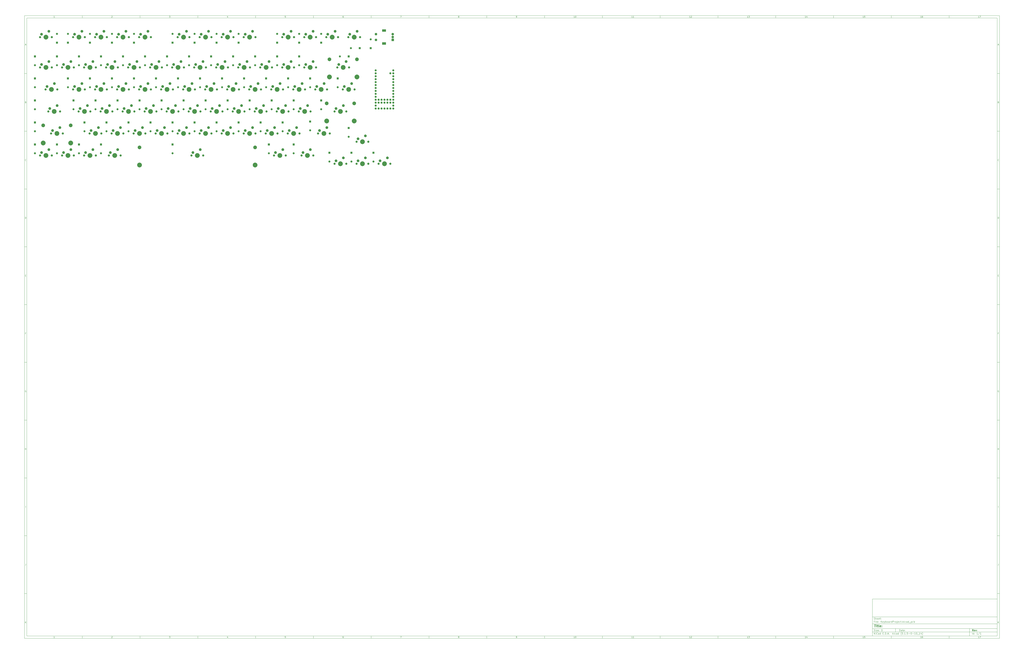
<source format=gts>
G04 #@! TF.GenerationSoftware,KiCad,Pcbnew,(5.1.5-0-10_14)*
G04 #@! TF.CreationDate,2020-03-20T22:46:17-04:00*
G04 #@! TF.ProjectId,KeyboardProject,4b657962-6f61-4726-9450-726f6a656374,rev?*
G04 #@! TF.SameCoordinates,Original*
G04 #@! TF.FileFunction,Soldermask,Top*
G04 #@! TF.FilePolarity,Negative*
%FSLAX46Y46*%
G04 Gerber Fmt 4.6, Leading zero omitted, Abs format (unit mm)*
G04 Created by KiCad (PCBNEW (5.1.5-0-10_14)) date 2020-03-20 22:46:17*
%MOMM*%
%LPD*%
G04 APERTURE LIST*
%ADD10C,0.100000*%
%ADD11C,0.150000*%
%ADD12C,0.300000*%
%ADD13C,0.400000*%
G04 APERTURE END LIST*
D10*
D11*
X743600000Y-514800000D02*
X743600000Y-546800000D01*
X851600000Y-546800000D01*
X851600000Y-514800000D01*
X743600000Y-514800000D01*
D10*
D11*
X10000000Y-10000000D02*
X10000000Y-548800000D01*
X853600000Y-548800000D01*
X853600000Y-10000000D01*
X10000000Y-10000000D01*
D10*
D11*
X12000000Y-12000000D02*
X12000000Y-546800000D01*
X851600000Y-546800000D01*
X851600000Y-12000000D01*
X12000000Y-12000000D01*
D10*
D11*
X60000000Y-12000000D02*
X60000000Y-10000000D01*
D10*
D11*
X110000000Y-12000000D02*
X110000000Y-10000000D01*
D10*
D11*
X160000000Y-12000000D02*
X160000000Y-10000000D01*
D10*
D11*
X210000000Y-12000000D02*
X210000000Y-10000000D01*
D10*
D11*
X260000000Y-12000000D02*
X260000000Y-10000000D01*
D10*
D11*
X310000000Y-12000000D02*
X310000000Y-10000000D01*
D10*
D11*
X360000000Y-12000000D02*
X360000000Y-10000000D01*
D10*
D11*
X410000000Y-12000000D02*
X410000000Y-10000000D01*
D10*
D11*
X460000000Y-12000000D02*
X460000000Y-10000000D01*
D10*
D11*
X510000000Y-12000000D02*
X510000000Y-10000000D01*
D10*
D11*
X560000000Y-12000000D02*
X560000000Y-10000000D01*
D10*
D11*
X610000000Y-12000000D02*
X610000000Y-10000000D01*
D10*
D11*
X660000000Y-12000000D02*
X660000000Y-10000000D01*
D10*
D11*
X710000000Y-12000000D02*
X710000000Y-10000000D01*
D10*
D11*
X760000000Y-12000000D02*
X760000000Y-10000000D01*
D10*
D11*
X810000000Y-12000000D02*
X810000000Y-10000000D01*
D10*
D11*
X36065476Y-11588095D02*
X35322619Y-11588095D01*
X35694047Y-11588095D02*
X35694047Y-10288095D01*
X35570238Y-10473809D01*
X35446428Y-10597619D01*
X35322619Y-10659523D01*
D10*
D11*
X85322619Y-10411904D02*
X85384523Y-10350000D01*
X85508333Y-10288095D01*
X85817857Y-10288095D01*
X85941666Y-10350000D01*
X86003571Y-10411904D01*
X86065476Y-10535714D01*
X86065476Y-10659523D01*
X86003571Y-10845238D01*
X85260714Y-11588095D01*
X86065476Y-11588095D01*
D10*
D11*
X135260714Y-10288095D02*
X136065476Y-10288095D01*
X135632142Y-10783333D01*
X135817857Y-10783333D01*
X135941666Y-10845238D01*
X136003571Y-10907142D01*
X136065476Y-11030952D01*
X136065476Y-11340476D01*
X136003571Y-11464285D01*
X135941666Y-11526190D01*
X135817857Y-11588095D01*
X135446428Y-11588095D01*
X135322619Y-11526190D01*
X135260714Y-11464285D01*
D10*
D11*
X185941666Y-10721428D02*
X185941666Y-11588095D01*
X185632142Y-10226190D02*
X185322619Y-11154761D01*
X186127380Y-11154761D01*
D10*
D11*
X236003571Y-10288095D02*
X235384523Y-10288095D01*
X235322619Y-10907142D01*
X235384523Y-10845238D01*
X235508333Y-10783333D01*
X235817857Y-10783333D01*
X235941666Y-10845238D01*
X236003571Y-10907142D01*
X236065476Y-11030952D01*
X236065476Y-11340476D01*
X236003571Y-11464285D01*
X235941666Y-11526190D01*
X235817857Y-11588095D01*
X235508333Y-11588095D01*
X235384523Y-11526190D01*
X235322619Y-11464285D01*
D10*
D11*
X285941666Y-10288095D02*
X285694047Y-10288095D01*
X285570238Y-10350000D01*
X285508333Y-10411904D01*
X285384523Y-10597619D01*
X285322619Y-10845238D01*
X285322619Y-11340476D01*
X285384523Y-11464285D01*
X285446428Y-11526190D01*
X285570238Y-11588095D01*
X285817857Y-11588095D01*
X285941666Y-11526190D01*
X286003571Y-11464285D01*
X286065476Y-11340476D01*
X286065476Y-11030952D01*
X286003571Y-10907142D01*
X285941666Y-10845238D01*
X285817857Y-10783333D01*
X285570238Y-10783333D01*
X285446428Y-10845238D01*
X285384523Y-10907142D01*
X285322619Y-11030952D01*
D10*
D11*
X335260714Y-10288095D02*
X336127380Y-10288095D01*
X335570238Y-11588095D01*
D10*
D11*
X385570238Y-10845238D02*
X385446428Y-10783333D01*
X385384523Y-10721428D01*
X385322619Y-10597619D01*
X385322619Y-10535714D01*
X385384523Y-10411904D01*
X385446428Y-10350000D01*
X385570238Y-10288095D01*
X385817857Y-10288095D01*
X385941666Y-10350000D01*
X386003571Y-10411904D01*
X386065476Y-10535714D01*
X386065476Y-10597619D01*
X386003571Y-10721428D01*
X385941666Y-10783333D01*
X385817857Y-10845238D01*
X385570238Y-10845238D01*
X385446428Y-10907142D01*
X385384523Y-10969047D01*
X385322619Y-11092857D01*
X385322619Y-11340476D01*
X385384523Y-11464285D01*
X385446428Y-11526190D01*
X385570238Y-11588095D01*
X385817857Y-11588095D01*
X385941666Y-11526190D01*
X386003571Y-11464285D01*
X386065476Y-11340476D01*
X386065476Y-11092857D01*
X386003571Y-10969047D01*
X385941666Y-10907142D01*
X385817857Y-10845238D01*
D10*
D11*
X435446428Y-11588095D02*
X435694047Y-11588095D01*
X435817857Y-11526190D01*
X435879761Y-11464285D01*
X436003571Y-11278571D01*
X436065476Y-11030952D01*
X436065476Y-10535714D01*
X436003571Y-10411904D01*
X435941666Y-10350000D01*
X435817857Y-10288095D01*
X435570238Y-10288095D01*
X435446428Y-10350000D01*
X435384523Y-10411904D01*
X435322619Y-10535714D01*
X435322619Y-10845238D01*
X435384523Y-10969047D01*
X435446428Y-11030952D01*
X435570238Y-11092857D01*
X435817857Y-11092857D01*
X435941666Y-11030952D01*
X436003571Y-10969047D01*
X436065476Y-10845238D01*
D10*
D11*
X486065476Y-11588095D02*
X485322619Y-11588095D01*
X485694047Y-11588095D02*
X485694047Y-10288095D01*
X485570238Y-10473809D01*
X485446428Y-10597619D01*
X485322619Y-10659523D01*
X486870238Y-10288095D02*
X486994047Y-10288095D01*
X487117857Y-10350000D01*
X487179761Y-10411904D01*
X487241666Y-10535714D01*
X487303571Y-10783333D01*
X487303571Y-11092857D01*
X487241666Y-11340476D01*
X487179761Y-11464285D01*
X487117857Y-11526190D01*
X486994047Y-11588095D01*
X486870238Y-11588095D01*
X486746428Y-11526190D01*
X486684523Y-11464285D01*
X486622619Y-11340476D01*
X486560714Y-11092857D01*
X486560714Y-10783333D01*
X486622619Y-10535714D01*
X486684523Y-10411904D01*
X486746428Y-10350000D01*
X486870238Y-10288095D01*
D10*
D11*
X536065476Y-11588095D02*
X535322619Y-11588095D01*
X535694047Y-11588095D02*
X535694047Y-10288095D01*
X535570238Y-10473809D01*
X535446428Y-10597619D01*
X535322619Y-10659523D01*
X537303571Y-11588095D02*
X536560714Y-11588095D01*
X536932142Y-11588095D02*
X536932142Y-10288095D01*
X536808333Y-10473809D01*
X536684523Y-10597619D01*
X536560714Y-10659523D01*
D10*
D11*
X586065476Y-11588095D02*
X585322619Y-11588095D01*
X585694047Y-11588095D02*
X585694047Y-10288095D01*
X585570238Y-10473809D01*
X585446428Y-10597619D01*
X585322619Y-10659523D01*
X586560714Y-10411904D02*
X586622619Y-10350000D01*
X586746428Y-10288095D01*
X587055952Y-10288095D01*
X587179761Y-10350000D01*
X587241666Y-10411904D01*
X587303571Y-10535714D01*
X587303571Y-10659523D01*
X587241666Y-10845238D01*
X586498809Y-11588095D01*
X587303571Y-11588095D01*
D10*
D11*
X636065476Y-11588095D02*
X635322619Y-11588095D01*
X635694047Y-11588095D02*
X635694047Y-10288095D01*
X635570238Y-10473809D01*
X635446428Y-10597619D01*
X635322619Y-10659523D01*
X636498809Y-10288095D02*
X637303571Y-10288095D01*
X636870238Y-10783333D01*
X637055952Y-10783333D01*
X637179761Y-10845238D01*
X637241666Y-10907142D01*
X637303571Y-11030952D01*
X637303571Y-11340476D01*
X637241666Y-11464285D01*
X637179761Y-11526190D01*
X637055952Y-11588095D01*
X636684523Y-11588095D01*
X636560714Y-11526190D01*
X636498809Y-11464285D01*
D10*
D11*
X686065476Y-11588095D02*
X685322619Y-11588095D01*
X685694047Y-11588095D02*
X685694047Y-10288095D01*
X685570238Y-10473809D01*
X685446428Y-10597619D01*
X685322619Y-10659523D01*
X687179761Y-10721428D02*
X687179761Y-11588095D01*
X686870238Y-10226190D02*
X686560714Y-11154761D01*
X687365476Y-11154761D01*
D10*
D11*
X736065476Y-11588095D02*
X735322619Y-11588095D01*
X735694047Y-11588095D02*
X735694047Y-10288095D01*
X735570238Y-10473809D01*
X735446428Y-10597619D01*
X735322619Y-10659523D01*
X737241666Y-10288095D02*
X736622619Y-10288095D01*
X736560714Y-10907142D01*
X736622619Y-10845238D01*
X736746428Y-10783333D01*
X737055952Y-10783333D01*
X737179761Y-10845238D01*
X737241666Y-10907142D01*
X737303571Y-11030952D01*
X737303571Y-11340476D01*
X737241666Y-11464285D01*
X737179761Y-11526190D01*
X737055952Y-11588095D01*
X736746428Y-11588095D01*
X736622619Y-11526190D01*
X736560714Y-11464285D01*
D10*
D11*
X786065476Y-11588095D02*
X785322619Y-11588095D01*
X785694047Y-11588095D02*
X785694047Y-10288095D01*
X785570238Y-10473809D01*
X785446428Y-10597619D01*
X785322619Y-10659523D01*
X787179761Y-10288095D02*
X786932142Y-10288095D01*
X786808333Y-10350000D01*
X786746428Y-10411904D01*
X786622619Y-10597619D01*
X786560714Y-10845238D01*
X786560714Y-11340476D01*
X786622619Y-11464285D01*
X786684523Y-11526190D01*
X786808333Y-11588095D01*
X787055952Y-11588095D01*
X787179761Y-11526190D01*
X787241666Y-11464285D01*
X787303571Y-11340476D01*
X787303571Y-11030952D01*
X787241666Y-10907142D01*
X787179761Y-10845238D01*
X787055952Y-10783333D01*
X786808333Y-10783333D01*
X786684523Y-10845238D01*
X786622619Y-10907142D01*
X786560714Y-11030952D01*
D10*
D11*
X836065476Y-11588095D02*
X835322619Y-11588095D01*
X835694047Y-11588095D02*
X835694047Y-10288095D01*
X835570238Y-10473809D01*
X835446428Y-10597619D01*
X835322619Y-10659523D01*
X836498809Y-10288095D02*
X837365476Y-10288095D01*
X836808333Y-11588095D01*
D10*
D11*
X60000000Y-546800000D02*
X60000000Y-548800000D01*
D10*
D11*
X110000000Y-546800000D02*
X110000000Y-548800000D01*
D10*
D11*
X160000000Y-546800000D02*
X160000000Y-548800000D01*
D10*
D11*
X210000000Y-546800000D02*
X210000000Y-548800000D01*
D10*
D11*
X260000000Y-546800000D02*
X260000000Y-548800000D01*
D10*
D11*
X310000000Y-546800000D02*
X310000000Y-548800000D01*
D10*
D11*
X360000000Y-546800000D02*
X360000000Y-548800000D01*
D10*
D11*
X410000000Y-546800000D02*
X410000000Y-548800000D01*
D10*
D11*
X460000000Y-546800000D02*
X460000000Y-548800000D01*
D10*
D11*
X510000000Y-546800000D02*
X510000000Y-548800000D01*
D10*
D11*
X560000000Y-546800000D02*
X560000000Y-548800000D01*
D10*
D11*
X610000000Y-546800000D02*
X610000000Y-548800000D01*
D10*
D11*
X660000000Y-546800000D02*
X660000000Y-548800000D01*
D10*
D11*
X710000000Y-546800000D02*
X710000000Y-548800000D01*
D10*
D11*
X760000000Y-546800000D02*
X760000000Y-548800000D01*
D10*
D11*
X810000000Y-546800000D02*
X810000000Y-548800000D01*
D10*
D11*
X36065476Y-548388095D02*
X35322619Y-548388095D01*
X35694047Y-548388095D02*
X35694047Y-547088095D01*
X35570238Y-547273809D01*
X35446428Y-547397619D01*
X35322619Y-547459523D01*
D10*
D11*
X85322619Y-547211904D02*
X85384523Y-547150000D01*
X85508333Y-547088095D01*
X85817857Y-547088095D01*
X85941666Y-547150000D01*
X86003571Y-547211904D01*
X86065476Y-547335714D01*
X86065476Y-547459523D01*
X86003571Y-547645238D01*
X85260714Y-548388095D01*
X86065476Y-548388095D01*
D10*
D11*
X135260714Y-547088095D02*
X136065476Y-547088095D01*
X135632142Y-547583333D01*
X135817857Y-547583333D01*
X135941666Y-547645238D01*
X136003571Y-547707142D01*
X136065476Y-547830952D01*
X136065476Y-548140476D01*
X136003571Y-548264285D01*
X135941666Y-548326190D01*
X135817857Y-548388095D01*
X135446428Y-548388095D01*
X135322619Y-548326190D01*
X135260714Y-548264285D01*
D10*
D11*
X185941666Y-547521428D02*
X185941666Y-548388095D01*
X185632142Y-547026190D02*
X185322619Y-547954761D01*
X186127380Y-547954761D01*
D10*
D11*
X236003571Y-547088095D02*
X235384523Y-547088095D01*
X235322619Y-547707142D01*
X235384523Y-547645238D01*
X235508333Y-547583333D01*
X235817857Y-547583333D01*
X235941666Y-547645238D01*
X236003571Y-547707142D01*
X236065476Y-547830952D01*
X236065476Y-548140476D01*
X236003571Y-548264285D01*
X235941666Y-548326190D01*
X235817857Y-548388095D01*
X235508333Y-548388095D01*
X235384523Y-548326190D01*
X235322619Y-548264285D01*
D10*
D11*
X285941666Y-547088095D02*
X285694047Y-547088095D01*
X285570238Y-547150000D01*
X285508333Y-547211904D01*
X285384523Y-547397619D01*
X285322619Y-547645238D01*
X285322619Y-548140476D01*
X285384523Y-548264285D01*
X285446428Y-548326190D01*
X285570238Y-548388095D01*
X285817857Y-548388095D01*
X285941666Y-548326190D01*
X286003571Y-548264285D01*
X286065476Y-548140476D01*
X286065476Y-547830952D01*
X286003571Y-547707142D01*
X285941666Y-547645238D01*
X285817857Y-547583333D01*
X285570238Y-547583333D01*
X285446428Y-547645238D01*
X285384523Y-547707142D01*
X285322619Y-547830952D01*
D10*
D11*
X335260714Y-547088095D02*
X336127380Y-547088095D01*
X335570238Y-548388095D01*
D10*
D11*
X385570238Y-547645238D02*
X385446428Y-547583333D01*
X385384523Y-547521428D01*
X385322619Y-547397619D01*
X385322619Y-547335714D01*
X385384523Y-547211904D01*
X385446428Y-547150000D01*
X385570238Y-547088095D01*
X385817857Y-547088095D01*
X385941666Y-547150000D01*
X386003571Y-547211904D01*
X386065476Y-547335714D01*
X386065476Y-547397619D01*
X386003571Y-547521428D01*
X385941666Y-547583333D01*
X385817857Y-547645238D01*
X385570238Y-547645238D01*
X385446428Y-547707142D01*
X385384523Y-547769047D01*
X385322619Y-547892857D01*
X385322619Y-548140476D01*
X385384523Y-548264285D01*
X385446428Y-548326190D01*
X385570238Y-548388095D01*
X385817857Y-548388095D01*
X385941666Y-548326190D01*
X386003571Y-548264285D01*
X386065476Y-548140476D01*
X386065476Y-547892857D01*
X386003571Y-547769047D01*
X385941666Y-547707142D01*
X385817857Y-547645238D01*
D10*
D11*
X435446428Y-548388095D02*
X435694047Y-548388095D01*
X435817857Y-548326190D01*
X435879761Y-548264285D01*
X436003571Y-548078571D01*
X436065476Y-547830952D01*
X436065476Y-547335714D01*
X436003571Y-547211904D01*
X435941666Y-547150000D01*
X435817857Y-547088095D01*
X435570238Y-547088095D01*
X435446428Y-547150000D01*
X435384523Y-547211904D01*
X435322619Y-547335714D01*
X435322619Y-547645238D01*
X435384523Y-547769047D01*
X435446428Y-547830952D01*
X435570238Y-547892857D01*
X435817857Y-547892857D01*
X435941666Y-547830952D01*
X436003571Y-547769047D01*
X436065476Y-547645238D01*
D10*
D11*
X486065476Y-548388095D02*
X485322619Y-548388095D01*
X485694047Y-548388095D02*
X485694047Y-547088095D01*
X485570238Y-547273809D01*
X485446428Y-547397619D01*
X485322619Y-547459523D01*
X486870238Y-547088095D02*
X486994047Y-547088095D01*
X487117857Y-547150000D01*
X487179761Y-547211904D01*
X487241666Y-547335714D01*
X487303571Y-547583333D01*
X487303571Y-547892857D01*
X487241666Y-548140476D01*
X487179761Y-548264285D01*
X487117857Y-548326190D01*
X486994047Y-548388095D01*
X486870238Y-548388095D01*
X486746428Y-548326190D01*
X486684523Y-548264285D01*
X486622619Y-548140476D01*
X486560714Y-547892857D01*
X486560714Y-547583333D01*
X486622619Y-547335714D01*
X486684523Y-547211904D01*
X486746428Y-547150000D01*
X486870238Y-547088095D01*
D10*
D11*
X536065476Y-548388095D02*
X535322619Y-548388095D01*
X535694047Y-548388095D02*
X535694047Y-547088095D01*
X535570238Y-547273809D01*
X535446428Y-547397619D01*
X535322619Y-547459523D01*
X537303571Y-548388095D02*
X536560714Y-548388095D01*
X536932142Y-548388095D02*
X536932142Y-547088095D01*
X536808333Y-547273809D01*
X536684523Y-547397619D01*
X536560714Y-547459523D01*
D10*
D11*
X586065476Y-548388095D02*
X585322619Y-548388095D01*
X585694047Y-548388095D02*
X585694047Y-547088095D01*
X585570238Y-547273809D01*
X585446428Y-547397619D01*
X585322619Y-547459523D01*
X586560714Y-547211904D02*
X586622619Y-547150000D01*
X586746428Y-547088095D01*
X587055952Y-547088095D01*
X587179761Y-547150000D01*
X587241666Y-547211904D01*
X587303571Y-547335714D01*
X587303571Y-547459523D01*
X587241666Y-547645238D01*
X586498809Y-548388095D01*
X587303571Y-548388095D01*
D10*
D11*
X636065476Y-548388095D02*
X635322619Y-548388095D01*
X635694047Y-548388095D02*
X635694047Y-547088095D01*
X635570238Y-547273809D01*
X635446428Y-547397619D01*
X635322619Y-547459523D01*
X636498809Y-547088095D02*
X637303571Y-547088095D01*
X636870238Y-547583333D01*
X637055952Y-547583333D01*
X637179761Y-547645238D01*
X637241666Y-547707142D01*
X637303571Y-547830952D01*
X637303571Y-548140476D01*
X637241666Y-548264285D01*
X637179761Y-548326190D01*
X637055952Y-548388095D01*
X636684523Y-548388095D01*
X636560714Y-548326190D01*
X636498809Y-548264285D01*
D10*
D11*
X686065476Y-548388095D02*
X685322619Y-548388095D01*
X685694047Y-548388095D02*
X685694047Y-547088095D01*
X685570238Y-547273809D01*
X685446428Y-547397619D01*
X685322619Y-547459523D01*
X687179761Y-547521428D02*
X687179761Y-548388095D01*
X686870238Y-547026190D02*
X686560714Y-547954761D01*
X687365476Y-547954761D01*
D10*
D11*
X736065476Y-548388095D02*
X735322619Y-548388095D01*
X735694047Y-548388095D02*
X735694047Y-547088095D01*
X735570238Y-547273809D01*
X735446428Y-547397619D01*
X735322619Y-547459523D01*
X737241666Y-547088095D02*
X736622619Y-547088095D01*
X736560714Y-547707142D01*
X736622619Y-547645238D01*
X736746428Y-547583333D01*
X737055952Y-547583333D01*
X737179761Y-547645238D01*
X737241666Y-547707142D01*
X737303571Y-547830952D01*
X737303571Y-548140476D01*
X737241666Y-548264285D01*
X737179761Y-548326190D01*
X737055952Y-548388095D01*
X736746428Y-548388095D01*
X736622619Y-548326190D01*
X736560714Y-548264285D01*
D10*
D11*
X786065476Y-548388095D02*
X785322619Y-548388095D01*
X785694047Y-548388095D02*
X785694047Y-547088095D01*
X785570238Y-547273809D01*
X785446428Y-547397619D01*
X785322619Y-547459523D01*
X787179761Y-547088095D02*
X786932142Y-547088095D01*
X786808333Y-547150000D01*
X786746428Y-547211904D01*
X786622619Y-547397619D01*
X786560714Y-547645238D01*
X786560714Y-548140476D01*
X786622619Y-548264285D01*
X786684523Y-548326190D01*
X786808333Y-548388095D01*
X787055952Y-548388095D01*
X787179761Y-548326190D01*
X787241666Y-548264285D01*
X787303571Y-548140476D01*
X787303571Y-547830952D01*
X787241666Y-547707142D01*
X787179761Y-547645238D01*
X787055952Y-547583333D01*
X786808333Y-547583333D01*
X786684523Y-547645238D01*
X786622619Y-547707142D01*
X786560714Y-547830952D01*
D10*
D11*
X836065476Y-548388095D02*
X835322619Y-548388095D01*
X835694047Y-548388095D02*
X835694047Y-547088095D01*
X835570238Y-547273809D01*
X835446428Y-547397619D01*
X835322619Y-547459523D01*
X836498809Y-547088095D02*
X837365476Y-547088095D01*
X836808333Y-548388095D01*
D10*
D11*
X10000000Y-60000000D02*
X12000000Y-60000000D01*
D10*
D11*
X10000000Y-110000000D02*
X12000000Y-110000000D01*
D10*
D11*
X10000000Y-160000000D02*
X12000000Y-160000000D01*
D10*
D11*
X10000000Y-210000000D02*
X12000000Y-210000000D01*
D10*
D11*
X10000000Y-260000000D02*
X12000000Y-260000000D01*
D10*
D11*
X10000000Y-310000000D02*
X12000000Y-310000000D01*
D10*
D11*
X10000000Y-360000000D02*
X12000000Y-360000000D01*
D10*
D11*
X10000000Y-410000000D02*
X12000000Y-410000000D01*
D10*
D11*
X10000000Y-460000000D02*
X12000000Y-460000000D01*
D10*
D11*
X10000000Y-510000000D02*
X12000000Y-510000000D01*
D10*
D11*
X10690476Y-35216666D02*
X11309523Y-35216666D01*
X10566666Y-35588095D02*
X11000000Y-34288095D01*
X11433333Y-35588095D01*
D10*
D11*
X11092857Y-84907142D02*
X11278571Y-84969047D01*
X11340476Y-85030952D01*
X11402380Y-85154761D01*
X11402380Y-85340476D01*
X11340476Y-85464285D01*
X11278571Y-85526190D01*
X11154761Y-85588095D01*
X10659523Y-85588095D01*
X10659523Y-84288095D01*
X11092857Y-84288095D01*
X11216666Y-84350000D01*
X11278571Y-84411904D01*
X11340476Y-84535714D01*
X11340476Y-84659523D01*
X11278571Y-84783333D01*
X11216666Y-84845238D01*
X11092857Y-84907142D01*
X10659523Y-84907142D01*
D10*
D11*
X11402380Y-135464285D02*
X11340476Y-135526190D01*
X11154761Y-135588095D01*
X11030952Y-135588095D01*
X10845238Y-135526190D01*
X10721428Y-135402380D01*
X10659523Y-135278571D01*
X10597619Y-135030952D01*
X10597619Y-134845238D01*
X10659523Y-134597619D01*
X10721428Y-134473809D01*
X10845238Y-134350000D01*
X11030952Y-134288095D01*
X11154761Y-134288095D01*
X11340476Y-134350000D01*
X11402380Y-134411904D01*
D10*
D11*
X10659523Y-185588095D02*
X10659523Y-184288095D01*
X10969047Y-184288095D01*
X11154761Y-184350000D01*
X11278571Y-184473809D01*
X11340476Y-184597619D01*
X11402380Y-184845238D01*
X11402380Y-185030952D01*
X11340476Y-185278571D01*
X11278571Y-185402380D01*
X11154761Y-185526190D01*
X10969047Y-185588095D01*
X10659523Y-185588095D01*
D10*
D11*
X10721428Y-234907142D02*
X11154761Y-234907142D01*
X11340476Y-235588095D02*
X10721428Y-235588095D01*
X10721428Y-234288095D01*
X11340476Y-234288095D01*
D10*
D11*
X11185714Y-284907142D02*
X10752380Y-284907142D01*
X10752380Y-285588095D02*
X10752380Y-284288095D01*
X11371428Y-284288095D01*
D10*
D11*
X11340476Y-334350000D02*
X11216666Y-334288095D01*
X11030952Y-334288095D01*
X10845238Y-334350000D01*
X10721428Y-334473809D01*
X10659523Y-334597619D01*
X10597619Y-334845238D01*
X10597619Y-335030952D01*
X10659523Y-335278571D01*
X10721428Y-335402380D01*
X10845238Y-335526190D01*
X11030952Y-335588095D01*
X11154761Y-335588095D01*
X11340476Y-335526190D01*
X11402380Y-335464285D01*
X11402380Y-335030952D01*
X11154761Y-335030952D01*
D10*
D11*
X10628571Y-385588095D02*
X10628571Y-384288095D01*
X10628571Y-384907142D02*
X11371428Y-384907142D01*
X11371428Y-385588095D02*
X11371428Y-384288095D01*
D10*
D11*
X11000000Y-435588095D02*
X11000000Y-434288095D01*
D10*
D11*
X11185714Y-484288095D02*
X11185714Y-485216666D01*
X11123809Y-485402380D01*
X11000000Y-485526190D01*
X10814285Y-485588095D01*
X10690476Y-485588095D01*
D10*
D11*
X10659523Y-535588095D02*
X10659523Y-534288095D01*
X11402380Y-535588095D02*
X10845238Y-534845238D01*
X11402380Y-534288095D02*
X10659523Y-535030952D01*
D10*
D11*
X853600000Y-60000000D02*
X851600000Y-60000000D01*
D10*
D11*
X853600000Y-110000000D02*
X851600000Y-110000000D01*
D10*
D11*
X853600000Y-160000000D02*
X851600000Y-160000000D01*
D10*
D11*
X853600000Y-210000000D02*
X851600000Y-210000000D01*
D10*
D11*
X853600000Y-260000000D02*
X851600000Y-260000000D01*
D10*
D11*
X853600000Y-310000000D02*
X851600000Y-310000000D01*
D10*
D11*
X853600000Y-360000000D02*
X851600000Y-360000000D01*
D10*
D11*
X853600000Y-410000000D02*
X851600000Y-410000000D01*
D10*
D11*
X853600000Y-460000000D02*
X851600000Y-460000000D01*
D10*
D11*
X853600000Y-510000000D02*
X851600000Y-510000000D01*
D10*
D11*
X852290476Y-35216666D02*
X852909523Y-35216666D01*
X852166666Y-35588095D02*
X852600000Y-34288095D01*
X853033333Y-35588095D01*
D10*
D11*
X852692857Y-84907142D02*
X852878571Y-84969047D01*
X852940476Y-85030952D01*
X853002380Y-85154761D01*
X853002380Y-85340476D01*
X852940476Y-85464285D01*
X852878571Y-85526190D01*
X852754761Y-85588095D01*
X852259523Y-85588095D01*
X852259523Y-84288095D01*
X852692857Y-84288095D01*
X852816666Y-84350000D01*
X852878571Y-84411904D01*
X852940476Y-84535714D01*
X852940476Y-84659523D01*
X852878571Y-84783333D01*
X852816666Y-84845238D01*
X852692857Y-84907142D01*
X852259523Y-84907142D01*
D10*
D11*
X853002380Y-135464285D02*
X852940476Y-135526190D01*
X852754761Y-135588095D01*
X852630952Y-135588095D01*
X852445238Y-135526190D01*
X852321428Y-135402380D01*
X852259523Y-135278571D01*
X852197619Y-135030952D01*
X852197619Y-134845238D01*
X852259523Y-134597619D01*
X852321428Y-134473809D01*
X852445238Y-134350000D01*
X852630952Y-134288095D01*
X852754761Y-134288095D01*
X852940476Y-134350000D01*
X853002380Y-134411904D01*
D10*
D11*
X852259523Y-185588095D02*
X852259523Y-184288095D01*
X852569047Y-184288095D01*
X852754761Y-184350000D01*
X852878571Y-184473809D01*
X852940476Y-184597619D01*
X853002380Y-184845238D01*
X853002380Y-185030952D01*
X852940476Y-185278571D01*
X852878571Y-185402380D01*
X852754761Y-185526190D01*
X852569047Y-185588095D01*
X852259523Y-185588095D01*
D10*
D11*
X852321428Y-234907142D02*
X852754761Y-234907142D01*
X852940476Y-235588095D02*
X852321428Y-235588095D01*
X852321428Y-234288095D01*
X852940476Y-234288095D01*
D10*
D11*
X852785714Y-284907142D02*
X852352380Y-284907142D01*
X852352380Y-285588095D02*
X852352380Y-284288095D01*
X852971428Y-284288095D01*
D10*
D11*
X852940476Y-334350000D02*
X852816666Y-334288095D01*
X852630952Y-334288095D01*
X852445238Y-334350000D01*
X852321428Y-334473809D01*
X852259523Y-334597619D01*
X852197619Y-334845238D01*
X852197619Y-335030952D01*
X852259523Y-335278571D01*
X852321428Y-335402380D01*
X852445238Y-335526190D01*
X852630952Y-335588095D01*
X852754761Y-335588095D01*
X852940476Y-335526190D01*
X853002380Y-335464285D01*
X853002380Y-335030952D01*
X852754761Y-335030952D01*
D10*
D11*
X852228571Y-385588095D02*
X852228571Y-384288095D01*
X852228571Y-384907142D02*
X852971428Y-384907142D01*
X852971428Y-385588095D02*
X852971428Y-384288095D01*
D10*
D11*
X852600000Y-435588095D02*
X852600000Y-434288095D01*
D10*
D11*
X852785714Y-484288095D02*
X852785714Y-485216666D01*
X852723809Y-485402380D01*
X852600000Y-485526190D01*
X852414285Y-485588095D01*
X852290476Y-485588095D01*
D10*
D11*
X852259523Y-535588095D02*
X852259523Y-534288095D01*
X853002380Y-535588095D02*
X852445238Y-534845238D01*
X853002380Y-534288095D02*
X852259523Y-535030952D01*
D10*
D11*
X767032142Y-542578571D02*
X767032142Y-541078571D01*
X767389285Y-541078571D01*
X767603571Y-541150000D01*
X767746428Y-541292857D01*
X767817857Y-541435714D01*
X767889285Y-541721428D01*
X767889285Y-541935714D01*
X767817857Y-542221428D01*
X767746428Y-542364285D01*
X767603571Y-542507142D01*
X767389285Y-542578571D01*
X767032142Y-542578571D01*
X769175000Y-542578571D02*
X769175000Y-541792857D01*
X769103571Y-541650000D01*
X768960714Y-541578571D01*
X768675000Y-541578571D01*
X768532142Y-541650000D01*
X769175000Y-542507142D02*
X769032142Y-542578571D01*
X768675000Y-542578571D01*
X768532142Y-542507142D01*
X768460714Y-542364285D01*
X768460714Y-542221428D01*
X768532142Y-542078571D01*
X768675000Y-542007142D01*
X769032142Y-542007142D01*
X769175000Y-541935714D01*
X769675000Y-541578571D02*
X770246428Y-541578571D01*
X769889285Y-541078571D02*
X769889285Y-542364285D01*
X769960714Y-542507142D01*
X770103571Y-542578571D01*
X770246428Y-542578571D01*
X771317857Y-542507142D02*
X771175000Y-542578571D01*
X770889285Y-542578571D01*
X770746428Y-542507142D01*
X770675000Y-542364285D01*
X770675000Y-541792857D01*
X770746428Y-541650000D01*
X770889285Y-541578571D01*
X771175000Y-541578571D01*
X771317857Y-541650000D01*
X771389285Y-541792857D01*
X771389285Y-541935714D01*
X770675000Y-542078571D01*
X772032142Y-542435714D02*
X772103571Y-542507142D01*
X772032142Y-542578571D01*
X771960714Y-542507142D01*
X772032142Y-542435714D01*
X772032142Y-542578571D01*
X772032142Y-541650000D02*
X772103571Y-541721428D01*
X772032142Y-541792857D01*
X771960714Y-541721428D01*
X772032142Y-541650000D01*
X772032142Y-541792857D01*
D10*
D11*
X743600000Y-543300000D02*
X851600000Y-543300000D01*
D10*
D11*
X745032142Y-545378571D02*
X745032142Y-543878571D01*
X745889285Y-545378571D02*
X745246428Y-544521428D01*
X745889285Y-543878571D02*
X745032142Y-544735714D01*
X746532142Y-545378571D02*
X746532142Y-544378571D01*
X746532142Y-543878571D02*
X746460714Y-543950000D01*
X746532142Y-544021428D01*
X746603571Y-543950000D01*
X746532142Y-543878571D01*
X746532142Y-544021428D01*
X748103571Y-545235714D02*
X748032142Y-545307142D01*
X747817857Y-545378571D01*
X747675000Y-545378571D01*
X747460714Y-545307142D01*
X747317857Y-545164285D01*
X747246428Y-545021428D01*
X747175000Y-544735714D01*
X747175000Y-544521428D01*
X747246428Y-544235714D01*
X747317857Y-544092857D01*
X747460714Y-543950000D01*
X747675000Y-543878571D01*
X747817857Y-543878571D01*
X748032142Y-543950000D01*
X748103571Y-544021428D01*
X749389285Y-545378571D02*
X749389285Y-544592857D01*
X749317857Y-544450000D01*
X749175000Y-544378571D01*
X748889285Y-544378571D01*
X748746428Y-544450000D01*
X749389285Y-545307142D02*
X749246428Y-545378571D01*
X748889285Y-545378571D01*
X748746428Y-545307142D01*
X748675000Y-545164285D01*
X748675000Y-545021428D01*
X748746428Y-544878571D01*
X748889285Y-544807142D01*
X749246428Y-544807142D01*
X749389285Y-544735714D01*
X750746428Y-545378571D02*
X750746428Y-543878571D01*
X750746428Y-545307142D02*
X750603571Y-545378571D01*
X750317857Y-545378571D01*
X750175000Y-545307142D01*
X750103571Y-545235714D01*
X750032142Y-545092857D01*
X750032142Y-544664285D01*
X750103571Y-544521428D01*
X750175000Y-544450000D01*
X750317857Y-544378571D01*
X750603571Y-544378571D01*
X750746428Y-544450000D01*
X752603571Y-544592857D02*
X753103571Y-544592857D01*
X753317857Y-545378571D02*
X752603571Y-545378571D01*
X752603571Y-543878571D01*
X753317857Y-543878571D01*
X753960714Y-545235714D02*
X754032142Y-545307142D01*
X753960714Y-545378571D01*
X753889285Y-545307142D01*
X753960714Y-545235714D01*
X753960714Y-545378571D01*
X754675000Y-545378571D02*
X754675000Y-543878571D01*
X755032142Y-543878571D01*
X755246428Y-543950000D01*
X755389285Y-544092857D01*
X755460714Y-544235714D01*
X755532142Y-544521428D01*
X755532142Y-544735714D01*
X755460714Y-545021428D01*
X755389285Y-545164285D01*
X755246428Y-545307142D01*
X755032142Y-545378571D01*
X754675000Y-545378571D01*
X756175000Y-545235714D02*
X756246428Y-545307142D01*
X756175000Y-545378571D01*
X756103571Y-545307142D01*
X756175000Y-545235714D01*
X756175000Y-545378571D01*
X756817857Y-544950000D02*
X757532142Y-544950000D01*
X756675000Y-545378571D02*
X757175000Y-543878571D01*
X757675000Y-545378571D01*
X758175000Y-545235714D02*
X758246428Y-545307142D01*
X758175000Y-545378571D01*
X758103571Y-545307142D01*
X758175000Y-545235714D01*
X758175000Y-545378571D01*
X761175000Y-545378571D02*
X761175000Y-543878571D01*
X761317857Y-544807142D02*
X761746428Y-545378571D01*
X761746428Y-544378571D02*
X761175000Y-544950000D01*
X762389285Y-545378571D02*
X762389285Y-544378571D01*
X762389285Y-543878571D02*
X762317857Y-543950000D01*
X762389285Y-544021428D01*
X762460714Y-543950000D01*
X762389285Y-543878571D01*
X762389285Y-544021428D01*
X763746428Y-545307142D02*
X763603571Y-545378571D01*
X763317857Y-545378571D01*
X763175000Y-545307142D01*
X763103571Y-545235714D01*
X763032142Y-545092857D01*
X763032142Y-544664285D01*
X763103571Y-544521428D01*
X763175000Y-544450000D01*
X763317857Y-544378571D01*
X763603571Y-544378571D01*
X763746428Y-544450000D01*
X765032142Y-545378571D02*
X765032142Y-544592857D01*
X764960714Y-544450000D01*
X764817857Y-544378571D01*
X764532142Y-544378571D01*
X764389285Y-544450000D01*
X765032142Y-545307142D02*
X764889285Y-545378571D01*
X764532142Y-545378571D01*
X764389285Y-545307142D01*
X764317857Y-545164285D01*
X764317857Y-545021428D01*
X764389285Y-544878571D01*
X764532142Y-544807142D01*
X764889285Y-544807142D01*
X765032142Y-544735714D01*
X766389285Y-545378571D02*
X766389285Y-543878571D01*
X766389285Y-545307142D02*
X766246428Y-545378571D01*
X765960714Y-545378571D01*
X765817857Y-545307142D01*
X765746428Y-545235714D01*
X765675000Y-545092857D01*
X765675000Y-544664285D01*
X765746428Y-544521428D01*
X765817857Y-544450000D01*
X765960714Y-544378571D01*
X766246428Y-544378571D01*
X766389285Y-544450000D01*
X768675000Y-545950000D02*
X768603571Y-545878571D01*
X768460714Y-545664285D01*
X768389285Y-545521428D01*
X768317857Y-545307142D01*
X768246428Y-544950000D01*
X768246428Y-544664285D01*
X768317857Y-544307142D01*
X768389285Y-544092857D01*
X768460714Y-543950000D01*
X768603571Y-543735714D01*
X768675000Y-543664285D01*
X769960714Y-543878571D02*
X769246428Y-543878571D01*
X769175000Y-544592857D01*
X769246428Y-544521428D01*
X769389285Y-544450000D01*
X769746428Y-544450000D01*
X769889285Y-544521428D01*
X769960714Y-544592857D01*
X770032142Y-544735714D01*
X770032142Y-545092857D01*
X769960714Y-545235714D01*
X769889285Y-545307142D01*
X769746428Y-545378571D01*
X769389285Y-545378571D01*
X769246428Y-545307142D01*
X769175000Y-545235714D01*
X770675000Y-545235714D02*
X770746428Y-545307142D01*
X770675000Y-545378571D01*
X770603571Y-545307142D01*
X770675000Y-545235714D01*
X770675000Y-545378571D01*
X772175000Y-545378571D02*
X771317857Y-545378571D01*
X771746428Y-545378571D02*
X771746428Y-543878571D01*
X771603571Y-544092857D01*
X771460714Y-544235714D01*
X771317857Y-544307142D01*
X772817857Y-545235714D02*
X772889285Y-545307142D01*
X772817857Y-545378571D01*
X772746428Y-545307142D01*
X772817857Y-545235714D01*
X772817857Y-545378571D01*
X774246428Y-543878571D02*
X773532142Y-543878571D01*
X773460714Y-544592857D01*
X773532142Y-544521428D01*
X773675000Y-544450000D01*
X774032142Y-544450000D01*
X774175000Y-544521428D01*
X774246428Y-544592857D01*
X774317857Y-544735714D01*
X774317857Y-545092857D01*
X774246428Y-545235714D01*
X774175000Y-545307142D01*
X774032142Y-545378571D01*
X773675000Y-545378571D01*
X773532142Y-545307142D01*
X773460714Y-545235714D01*
X774960714Y-544807142D02*
X776103571Y-544807142D01*
X777103571Y-543878571D02*
X777246428Y-543878571D01*
X777389285Y-543950000D01*
X777460714Y-544021428D01*
X777532142Y-544164285D01*
X777603571Y-544450000D01*
X777603571Y-544807142D01*
X777532142Y-545092857D01*
X777460714Y-545235714D01*
X777389285Y-545307142D01*
X777246428Y-545378571D01*
X777103571Y-545378571D01*
X776960714Y-545307142D01*
X776889285Y-545235714D01*
X776817857Y-545092857D01*
X776746428Y-544807142D01*
X776746428Y-544450000D01*
X776817857Y-544164285D01*
X776889285Y-544021428D01*
X776960714Y-543950000D01*
X777103571Y-543878571D01*
X778246428Y-544807142D02*
X779389285Y-544807142D01*
X780889285Y-545378571D02*
X780032142Y-545378571D01*
X780460714Y-545378571D02*
X780460714Y-543878571D01*
X780317857Y-544092857D01*
X780175000Y-544235714D01*
X780032142Y-544307142D01*
X781817857Y-543878571D02*
X781960714Y-543878571D01*
X782103571Y-543950000D01*
X782175000Y-544021428D01*
X782246428Y-544164285D01*
X782317857Y-544450000D01*
X782317857Y-544807142D01*
X782246428Y-545092857D01*
X782175000Y-545235714D01*
X782103571Y-545307142D01*
X781960714Y-545378571D01*
X781817857Y-545378571D01*
X781675000Y-545307142D01*
X781603571Y-545235714D01*
X781532142Y-545092857D01*
X781460714Y-544807142D01*
X781460714Y-544450000D01*
X781532142Y-544164285D01*
X781603571Y-544021428D01*
X781675000Y-543950000D01*
X781817857Y-543878571D01*
X782603571Y-545521428D02*
X783746428Y-545521428D01*
X784889285Y-545378571D02*
X784032142Y-545378571D01*
X784460714Y-545378571D02*
X784460714Y-543878571D01*
X784317857Y-544092857D01*
X784175000Y-544235714D01*
X784032142Y-544307142D01*
X786175000Y-544378571D02*
X786175000Y-545378571D01*
X785817857Y-543807142D02*
X785460714Y-544878571D01*
X786389285Y-544878571D01*
X786817857Y-545950000D02*
X786889285Y-545878571D01*
X787032142Y-545664285D01*
X787103571Y-545521428D01*
X787175000Y-545307142D01*
X787246428Y-544950000D01*
X787246428Y-544664285D01*
X787175000Y-544307142D01*
X787103571Y-544092857D01*
X787032142Y-543950000D01*
X786889285Y-543735714D01*
X786817857Y-543664285D01*
D10*
D11*
X743600000Y-540300000D02*
X851600000Y-540300000D01*
D10*
D12*
X831009285Y-542578571D02*
X830509285Y-541864285D01*
X830152142Y-542578571D02*
X830152142Y-541078571D01*
X830723571Y-541078571D01*
X830866428Y-541150000D01*
X830937857Y-541221428D01*
X831009285Y-541364285D01*
X831009285Y-541578571D01*
X830937857Y-541721428D01*
X830866428Y-541792857D01*
X830723571Y-541864285D01*
X830152142Y-541864285D01*
X832223571Y-542507142D02*
X832080714Y-542578571D01*
X831795000Y-542578571D01*
X831652142Y-542507142D01*
X831580714Y-542364285D01*
X831580714Y-541792857D01*
X831652142Y-541650000D01*
X831795000Y-541578571D01*
X832080714Y-541578571D01*
X832223571Y-541650000D01*
X832295000Y-541792857D01*
X832295000Y-541935714D01*
X831580714Y-542078571D01*
X832795000Y-541578571D02*
X833152142Y-542578571D01*
X833509285Y-541578571D01*
X834080714Y-542435714D02*
X834152142Y-542507142D01*
X834080714Y-542578571D01*
X834009285Y-542507142D01*
X834080714Y-542435714D01*
X834080714Y-542578571D01*
X834080714Y-541650000D02*
X834152142Y-541721428D01*
X834080714Y-541792857D01*
X834009285Y-541721428D01*
X834080714Y-541650000D01*
X834080714Y-541792857D01*
D10*
D11*
X744960714Y-542507142D02*
X745175000Y-542578571D01*
X745532142Y-542578571D01*
X745675000Y-542507142D01*
X745746428Y-542435714D01*
X745817857Y-542292857D01*
X745817857Y-542150000D01*
X745746428Y-542007142D01*
X745675000Y-541935714D01*
X745532142Y-541864285D01*
X745246428Y-541792857D01*
X745103571Y-541721428D01*
X745032142Y-541650000D01*
X744960714Y-541507142D01*
X744960714Y-541364285D01*
X745032142Y-541221428D01*
X745103571Y-541150000D01*
X745246428Y-541078571D01*
X745603571Y-541078571D01*
X745817857Y-541150000D01*
X746460714Y-542578571D02*
X746460714Y-541578571D01*
X746460714Y-541078571D02*
X746389285Y-541150000D01*
X746460714Y-541221428D01*
X746532142Y-541150000D01*
X746460714Y-541078571D01*
X746460714Y-541221428D01*
X747032142Y-541578571D02*
X747817857Y-541578571D01*
X747032142Y-542578571D01*
X747817857Y-542578571D01*
X748960714Y-542507142D02*
X748817857Y-542578571D01*
X748532142Y-542578571D01*
X748389285Y-542507142D01*
X748317857Y-542364285D01*
X748317857Y-541792857D01*
X748389285Y-541650000D01*
X748532142Y-541578571D01*
X748817857Y-541578571D01*
X748960714Y-541650000D01*
X749032142Y-541792857D01*
X749032142Y-541935714D01*
X748317857Y-542078571D01*
X749675000Y-542435714D02*
X749746428Y-542507142D01*
X749675000Y-542578571D01*
X749603571Y-542507142D01*
X749675000Y-542435714D01*
X749675000Y-542578571D01*
X749675000Y-541650000D02*
X749746428Y-541721428D01*
X749675000Y-541792857D01*
X749603571Y-541721428D01*
X749675000Y-541650000D01*
X749675000Y-541792857D01*
X751532142Y-542578571D02*
X751532142Y-541078571D01*
X751889285Y-541078571D01*
X752103571Y-541150000D01*
X752246428Y-541292857D01*
X752317857Y-541435714D01*
X752389285Y-541721428D01*
X752389285Y-541935714D01*
X752317857Y-542221428D01*
X752246428Y-542364285D01*
X752103571Y-542507142D01*
X751889285Y-542578571D01*
X751532142Y-542578571D01*
D10*
D11*
X830032142Y-545378571D02*
X830032142Y-543878571D01*
X831389285Y-545378571D02*
X831389285Y-543878571D01*
X831389285Y-545307142D02*
X831246428Y-545378571D01*
X830960714Y-545378571D01*
X830817857Y-545307142D01*
X830746428Y-545235714D01*
X830675000Y-545092857D01*
X830675000Y-544664285D01*
X830746428Y-544521428D01*
X830817857Y-544450000D01*
X830960714Y-544378571D01*
X831246428Y-544378571D01*
X831389285Y-544450000D01*
X832103571Y-545235714D02*
X832175000Y-545307142D01*
X832103571Y-545378571D01*
X832032142Y-545307142D01*
X832103571Y-545235714D01*
X832103571Y-545378571D01*
X832103571Y-544450000D02*
X832175000Y-544521428D01*
X832103571Y-544592857D01*
X832032142Y-544521428D01*
X832103571Y-544450000D01*
X832103571Y-544592857D01*
X834746428Y-545378571D02*
X833889285Y-545378571D01*
X834317857Y-545378571D02*
X834317857Y-543878571D01*
X834175000Y-544092857D01*
X834032142Y-544235714D01*
X833889285Y-544307142D01*
X836460714Y-543807142D02*
X835175000Y-545735714D01*
X837746428Y-545378571D02*
X836889285Y-545378571D01*
X837317857Y-545378571D02*
X837317857Y-543878571D01*
X837175000Y-544092857D01*
X837032142Y-544235714D01*
X836889285Y-544307142D01*
D10*
D11*
X743600000Y-536300000D02*
X851600000Y-536300000D01*
D10*
D13*
X745312380Y-537004761D02*
X746455238Y-537004761D01*
X745633809Y-539004761D02*
X745883809Y-537004761D01*
X746871904Y-539004761D02*
X747038571Y-537671428D01*
X747121904Y-537004761D02*
X747014761Y-537100000D01*
X747098095Y-537195238D01*
X747205238Y-537100000D01*
X747121904Y-537004761D01*
X747098095Y-537195238D01*
X747705238Y-537671428D02*
X748467142Y-537671428D01*
X748074285Y-537004761D02*
X747860000Y-538719047D01*
X747931428Y-538909523D01*
X748110000Y-539004761D01*
X748300476Y-539004761D01*
X749252857Y-539004761D02*
X749074285Y-538909523D01*
X749002857Y-538719047D01*
X749217142Y-537004761D01*
X750788571Y-538909523D02*
X750586190Y-539004761D01*
X750205238Y-539004761D01*
X750026666Y-538909523D01*
X749955238Y-538719047D01*
X750050476Y-537957142D01*
X750169523Y-537766666D01*
X750371904Y-537671428D01*
X750752857Y-537671428D01*
X750931428Y-537766666D01*
X751002857Y-537957142D01*
X750979047Y-538147619D01*
X750002857Y-538338095D01*
X751752857Y-538814285D02*
X751836190Y-538909523D01*
X751729047Y-539004761D01*
X751645714Y-538909523D01*
X751752857Y-538814285D01*
X751729047Y-539004761D01*
X751883809Y-537766666D02*
X751967142Y-537861904D01*
X751860000Y-537957142D01*
X751776666Y-537861904D01*
X751883809Y-537766666D01*
X751860000Y-537957142D01*
D10*
D11*
X745532142Y-534392857D02*
X745032142Y-534392857D01*
X745032142Y-535178571D02*
X745032142Y-533678571D01*
X745746428Y-533678571D01*
X746317857Y-535178571D02*
X746317857Y-534178571D01*
X746317857Y-533678571D02*
X746246428Y-533750000D01*
X746317857Y-533821428D01*
X746389285Y-533750000D01*
X746317857Y-533678571D01*
X746317857Y-533821428D01*
X747246428Y-535178571D02*
X747103571Y-535107142D01*
X747032142Y-534964285D01*
X747032142Y-533678571D01*
X748389285Y-535107142D02*
X748246428Y-535178571D01*
X747960714Y-535178571D01*
X747817857Y-535107142D01*
X747746428Y-534964285D01*
X747746428Y-534392857D01*
X747817857Y-534250000D01*
X747960714Y-534178571D01*
X748246428Y-534178571D01*
X748389285Y-534250000D01*
X748460714Y-534392857D01*
X748460714Y-534535714D01*
X747746428Y-534678571D01*
X749103571Y-535035714D02*
X749175000Y-535107142D01*
X749103571Y-535178571D01*
X749032142Y-535107142D01*
X749103571Y-535035714D01*
X749103571Y-535178571D01*
X749103571Y-534250000D02*
X749175000Y-534321428D01*
X749103571Y-534392857D01*
X749032142Y-534321428D01*
X749103571Y-534250000D01*
X749103571Y-534392857D01*
X750960714Y-535178571D02*
X750960714Y-533678571D01*
X751817857Y-535178571D02*
X751175000Y-534321428D01*
X751817857Y-533678571D02*
X750960714Y-534535714D01*
X753032142Y-535107142D02*
X752889285Y-535178571D01*
X752603571Y-535178571D01*
X752460714Y-535107142D01*
X752389285Y-534964285D01*
X752389285Y-534392857D01*
X752460714Y-534250000D01*
X752603571Y-534178571D01*
X752889285Y-534178571D01*
X753032142Y-534250000D01*
X753103571Y-534392857D01*
X753103571Y-534535714D01*
X752389285Y-534678571D01*
X753603571Y-534178571D02*
X753960714Y-535178571D01*
X754317857Y-534178571D02*
X753960714Y-535178571D01*
X753817857Y-535535714D01*
X753746428Y-535607142D01*
X753603571Y-535678571D01*
X754889285Y-535178571D02*
X754889285Y-533678571D01*
X754889285Y-534250000D02*
X755032142Y-534178571D01*
X755317857Y-534178571D01*
X755460714Y-534250000D01*
X755532142Y-534321428D01*
X755603571Y-534464285D01*
X755603571Y-534892857D01*
X755532142Y-535035714D01*
X755460714Y-535107142D01*
X755317857Y-535178571D01*
X755032142Y-535178571D01*
X754889285Y-535107142D01*
X756460714Y-535178571D02*
X756317857Y-535107142D01*
X756246428Y-535035714D01*
X756175000Y-534892857D01*
X756175000Y-534464285D01*
X756246428Y-534321428D01*
X756317857Y-534250000D01*
X756460714Y-534178571D01*
X756675000Y-534178571D01*
X756817857Y-534250000D01*
X756889285Y-534321428D01*
X756960714Y-534464285D01*
X756960714Y-534892857D01*
X756889285Y-535035714D01*
X756817857Y-535107142D01*
X756675000Y-535178571D01*
X756460714Y-535178571D01*
X758246428Y-535178571D02*
X758246428Y-534392857D01*
X758175000Y-534250000D01*
X758032142Y-534178571D01*
X757746428Y-534178571D01*
X757603571Y-534250000D01*
X758246428Y-535107142D02*
X758103571Y-535178571D01*
X757746428Y-535178571D01*
X757603571Y-535107142D01*
X757532142Y-534964285D01*
X757532142Y-534821428D01*
X757603571Y-534678571D01*
X757746428Y-534607142D01*
X758103571Y-534607142D01*
X758246428Y-534535714D01*
X758960714Y-535178571D02*
X758960714Y-534178571D01*
X758960714Y-534464285D02*
X759032142Y-534321428D01*
X759103571Y-534250000D01*
X759246428Y-534178571D01*
X759389285Y-534178571D01*
X760532142Y-535178571D02*
X760532142Y-533678571D01*
X760532142Y-535107142D02*
X760389285Y-535178571D01*
X760103571Y-535178571D01*
X759960714Y-535107142D01*
X759889285Y-535035714D01*
X759817857Y-534892857D01*
X759817857Y-534464285D01*
X759889285Y-534321428D01*
X759960714Y-534250000D01*
X760103571Y-534178571D01*
X760389285Y-534178571D01*
X760532142Y-534250000D01*
X761246428Y-535178571D02*
X761246428Y-533678571D01*
X761817857Y-533678571D01*
X761960714Y-533750000D01*
X762032142Y-533821428D01*
X762103571Y-533964285D01*
X762103571Y-534178571D01*
X762032142Y-534321428D01*
X761960714Y-534392857D01*
X761817857Y-534464285D01*
X761246428Y-534464285D01*
X762746428Y-535178571D02*
X762746428Y-534178571D01*
X762746428Y-534464285D02*
X762817857Y-534321428D01*
X762889285Y-534250000D01*
X763032142Y-534178571D01*
X763175000Y-534178571D01*
X763889285Y-535178571D02*
X763746428Y-535107142D01*
X763675000Y-535035714D01*
X763603571Y-534892857D01*
X763603571Y-534464285D01*
X763675000Y-534321428D01*
X763746428Y-534250000D01*
X763889285Y-534178571D01*
X764103571Y-534178571D01*
X764246428Y-534250000D01*
X764317857Y-534321428D01*
X764389285Y-534464285D01*
X764389285Y-534892857D01*
X764317857Y-535035714D01*
X764246428Y-535107142D01*
X764103571Y-535178571D01*
X763889285Y-535178571D01*
X765032142Y-534178571D02*
X765032142Y-535464285D01*
X764960714Y-535607142D01*
X764817857Y-535678571D01*
X764746428Y-535678571D01*
X765032142Y-533678571D02*
X764960714Y-533750000D01*
X765032142Y-533821428D01*
X765103571Y-533750000D01*
X765032142Y-533678571D01*
X765032142Y-533821428D01*
X766317857Y-535107142D02*
X766175000Y-535178571D01*
X765889285Y-535178571D01*
X765746428Y-535107142D01*
X765675000Y-534964285D01*
X765675000Y-534392857D01*
X765746428Y-534250000D01*
X765889285Y-534178571D01*
X766175000Y-534178571D01*
X766317857Y-534250000D01*
X766389285Y-534392857D01*
X766389285Y-534535714D01*
X765675000Y-534678571D01*
X767675000Y-535107142D02*
X767532142Y-535178571D01*
X767246428Y-535178571D01*
X767103571Y-535107142D01*
X767032142Y-535035714D01*
X766960714Y-534892857D01*
X766960714Y-534464285D01*
X767032142Y-534321428D01*
X767103571Y-534250000D01*
X767246428Y-534178571D01*
X767532142Y-534178571D01*
X767675000Y-534250000D01*
X768103571Y-534178571D02*
X768675000Y-534178571D01*
X768317857Y-533678571D02*
X768317857Y-534964285D01*
X768389285Y-535107142D01*
X768532142Y-535178571D01*
X768675000Y-535178571D01*
X769175000Y-535035714D02*
X769246428Y-535107142D01*
X769175000Y-535178571D01*
X769103571Y-535107142D01*
X769175000Y-535035714D01*
X769175000Y-535178571D01*
X769889285Y-535178571D02*
X769889285Y-533678571D01*
X770032142Y-534607142D02*
X770460714Y-535178571D01*
X770460714Y-534178571D02*
X769889285Y-534750000D01*
X771103571Y-535178571D02*
X771103571Y-534178571D01*
X771103571Y-533678571D02*
X771032142Y-533750000D01*
X771103571Y-533821428D01*
X771175000Y-533750000D01*
X771103571Y-533678571D01*
X771103571Y-533821428D01*
X772460714Y-535107142D02*
X772317857Y-535178571D01*
X772032142Y-535178571D01*
X771889285Y-535107142D01*
X771817857Y-535035714D01*
X771746428Y-534892857D01*
X771746428Y-534464285D01*
X771817857Y-534321428D01*
X771889285Y-534250000D01*
X772032142Y-534178571D01*
X772317857Y-534178571D01*
X772460714Y-534250000D01*
X773746428Y-535178571D02*
X773746428Y-534392857D01*
X773675000Y-534250000D01*
X773532142Y-534178571D01*
X773246428Y-534178571D01*
X773103571Y-534250000D01*
X773746428Y-535107142D02*
X773603571Y-535178571D01*
X773246428Y-535178571D01*
X773103571Y-535107142D01*
X773032142Y-534964285D01*
X773032142Y-534821428D01*
X773103571Y-534678571D01*
X773246428Y-534607142D01*
X773603571Y-534607142D01*
X773746428Y-534535714D01*
X775103571Y-535178571D02*
X775103571Y-533678571D01*
X775103571Y-535107142D02*
X774960714Y-535178571D01*
X774675000Y-535178571D01*
X774532142Y-535107142D01*
X774460714Y-535035714D01*
X774389285Y-534892857D01*
X774389285Y-534464285D01*
X774460714Y-534321428D01*
X774532142Y-534250000D01*
X774675000Y-534178571D01*
X774960714Y-534178571D01*
X775103571Y-534250000D01*
X775460714Y-535321428D02*
X776603571Y-535321428D01*
X776960714Y-534178571D02*
X776960714Y-535678571D01*
X776960714Y-534250000D02*
X777103571Y-534178571D01*
X777389285Y-534178571D01*
X777532142Y-534250000D01*
X777603571Y-534321428D01*
X777675000Y-534464285D01*
X777675000Y-534892857D01*
X777603571Y-535035714D01*
X777532142Y-535107142D01*
X777389285Y-535178571D01*
X777103571Y-535178571D01*
X776960714Y-535107142D01*
X778960714Y-535107142D02*
X778817857Y-535178571D01*
X778532142Y-535178571D01*
X778389285Y-535107142D01*
X778317857Y-535035714D01*
X778246428Y-534892857D01*
X778246428Y-534464285D01*
X778317857Y-534321428D01*
X778389285Y-534250000D01*
X778532142Y-534178571D01*
X778817857Y-534178571D01*
X778960714Y-534250000D01*
X779603571Y-535178571D02*
X779603571Y-533678571D01*
X779603571Y-534250000D02*
X779746428Y-534178571D01*
X780032142Y-534178571D01*
X780175000Y-534250000D01*
X780246428Y-534321428D01*
X780317857Y-534464285D01*
X780317857Y-534892857D01*
X780246428Y-535035714D01*
X780175000Y-535107142D01*
X780032142Y-535178571D01*
X779746428Y-535178571D01*
X779603571Y-535107142D01*
D10*
D11*
X743600000Y-530300000D02*
X851600000Y-530300000D01*
D10*
D11*
X744960714Y-532407142D02*
X745175000Y-532478571D01*
X745532142Y-532478571D01*
X745675000Y-532407142D01*
X745746428Y-532335714D01*
X745817857Y-532192857D01*
X745817857Y-532050000D01*
X745746428Y-531907142D01*
X745675000Y-531835714D01*
X745532142Y-531764285D01*
X745246428Y-531692857D01*
X745103571Y-531621428D01*
X745032142Y-531550000D01*
X744960714Y-531407142D01*
X744960714Y-531264285D01*
X745032142Y-531121428D01*
X745103571Y-531050000D01*
X745246428Y-530978571D01*
X745603571Y-530978571D01*
X745817857Y-531050000D01*
X746460714Y-532478571D02*
X746460714Y-530978571D01*
X747103571Y-532478571D02*
X747103571Y-531692857D01*
X747032142Y-531550000D01*
X746889285Y-531478571D01*
X746675000Y-531478571D01*
X746532142Y-531550000D01*
X746460714Y-531621428D01*
X748389285Y-532407142D02*
X748246428Y-532478571D01*
X747960714Y-532478571D01*
X747817857Y-532407142D01*
X747746428Y-532264285D01*
X747746428Y-531692857D01*
X747817857Y-531550000D01*
X747960714Y-531478571D01*
X748246428Y-531478571D01*
X748389285Y-531550000D01*
X748460714Y-531692857D01*
X748460714Y-531835714D01*
X747746428Y-531978571D01*
X749675000Y-532407142D02*
X749532142Y-532478571D01*
X749246428Y-532478571D01*
X749103571Y-532407142D01*
X749032142Y-532264285D01*
X749032142Y-531692857D01*
X749103571Y-531550000D01*
X749246428Y-531478571D01*
X749532142Y-531478571D01*
X749675000Y-531550000D01*
X749746428Y-531692857D01*
X749746428Y-531835714D01*
X749032142Y-531978571D01*
X750175000Y-531478571D02*
X750746428Y-531478571D01*
X750389285Y-530978571D02*
X750389285Y-532264285D01*
X750460714Y-532407142D01*
X750603571Y-532478571D01*
X750746428Y-532478571D01*
X751246428Y-532335714D02*
X751317857Y-532407142D01*
X751246428Y-532478571D01*
X751175000Y-532407142D01*
X751246428Y-532335714D01*
X751246428Y-532478571D01*
X751246428Y-531550000D02*
X751317857Y-531621428D01*
X751246428Y-531692857D01*
X751175000Y-531621428D01*
X751246428Y-531550000D01*
X751246428Y-531692857D01*
D10*
D11*
X763600000Y-540300000D02*
X763600000Y-543300000D01*
D10*
D11*
X827600000Y-540300000D02*
X827600000Y-546800000D01*
D10*
G36*
X210142004Y-137236568D02*
G01*
X210515261Y-137391176D01*
X210515263Y-137391177D01*
X210851186Y-137615634D01*
X211136866Y-137901314D01*
X211218681Y-138023758D01*
X211361324Y-138237239D01*
X211515932Y-138610496D01*
X211594750Y-139006743D01*
X211594750Y-139410757D01*
X211515932Y-139807004D01*
X211361324Y-140180261D01*
X211361323Y-140180263D01*
X211136866Y-140516186D01*
X210851186Y-140801866D01*
X210515263Y-141026323D01*
X210515262Y-141026324D01*
X210515261Y-141026324D01*
X210142004Y-141180932D01*
X209745757Y-141259750D01*
X209341743Y-141259750D01*
X208945496Y-141180932D01*
X208572239Y-141026324D01*
X208572238Y-141026324D01*
X208572237Y-141026323D01*
X208236314Y-140801866D01*
X207950634Y-140516186D01*
X207726177Y-140180263D01*
X207726176Y-140180261D01*
X207571568Y-139807004D01*
X207492750Y-139410757D01*
X207492750Y-139006743D01*
X207571568Y-138610496D01*
X207726176Y-138237239D01*
X207868820Y-138023758D01*
X207950634Y-137901314D01*
X208236314Y-137615634D01*
X208572237Y-137391177D01*
X208572239Y-137391176D01*
X208945496Y-137236568D01*
X209341743Y-137157750D01*
X209745757Y-137157750D01*
X210142004Y-137236568D01*
G37*
G36*
X110142004Y-137236568D02*
G01*
X110515261Y-137391176D01*
X110515263Y-137391177D01*
X110851186Y-137615634D01*
X111136866Y-137901314D01*
X111218681Y-138023758D01*
X111361324Y-138237239D01*
X111515932Y-138610496D01*
X111594750Y-139006743D01*
X111594750Y-139410757D01*
X111515932Y-139807004D01*
X111361324Y-140180261D01*
X111361323Y-140180263D01*
X111136866Y-140516186D01*
X110851186Y-140801866D01*
X110515263Y-141026323D01*
X110515262Y-141026324D01*
X110515261Y-141026324D01*
X110142004Y-141180932D01*
X109745757Y-141259750D01*
X109341743Y-141259750D01*
X108945496Y-141180932D01*
X108572239Y-141026324D01*
X108572238Y-141026324D01*
X108572237Y-141026323D01*
X108236314Y-140801866D01*
X107950634Y-140516186D01*
X107726177Y-140180263D01*
X107726176Y-140180261D01*
X107571568Y-139807004D01*
X107492750Y-139410757D01*
X107492750Y-139006743D01*
X107571568Y-138610496D01*
X107726176Y-138237239D01*
X107868820Y-138023758D01*
X107950634Y-137901314D01*
X108236314Y-137615634D01*
X108572237Y-137391177D01*
X108572239Y-137391176D01*
X108945496Y-137236568D01*
X109341743Y-137157750D01*
X109745757Y-137157750D01*
X110142004Y-137236568D01*
G37*
G36*
X322067004Y-136140318D02*
G01*
X322440261Y-136294926D01*
X322440263Y-136294927D01*
X322776186Y-136519384D01*
X323061866Y-136805064D01*
X323166492Y-136961647D01*
X323286324Y-137140989D01*
X323440932Y-137514246D01*
X323519750Y-137910493D01*
X323519750Y-138314507D01*
X323440932Y-138710754D01*
X323286324Y-139084011D01*
X323286323Y-139084013D01*
X323061866Y-139419936D01*
X322776186Y-139705616D01*
X322440263Y-139930073D01*
X322440262Y-139930074D01*
X322440261Y-139930074D01*
X322067004Y-140084682D01*
X321670757Y-140163500D01*
X321266743Y-140163500D01*
X320870496Y-140084682D01*
X320497239Y-139930074D01*
X320497238Y-139930074D01*
X320497237Y-139930073D01*
X320161314Y-139705616D01*
X319875634Y-139419936D01*
X319651177Y-139084013D01*
X319651176Y-139084011D01*
X319496568Y-138710754D01*
X319417750Y-138314507D01*
X319417750Y-137910493D01*
X319496568Y-137514246D01*
X319651176Y-137140989D01*
X319771009Y-136961647D01*
X319875634Y-136805064D01*
X320161314Y-136519384D01*
X320497237Y-136294927D01*
X320497239Y-136294926D01*
X320870496Y-136140318D01*
X321266743Y-136061500D01*
X321670757Y-136061500D01*
X322067004Y-136140318D01*
G37*
G36*
X303017004Y-136140318D02*
G01*
X303390261Y-136294926D01*
X303390263Y-136294927D01*
X303726186Y-136519384D01*
X304011866Y-136805064D01*
X304116492Y-136961647D01*
X304236324Y-137140989D01*
X304390932Y-137514246D01*
X304469750Y-137910493D01*
X304469750Y-138314507D01*
X304390932Y-138710754D01*
X304236324Y-139084011D01*
X304236323Y-139084013D01*
X304011866Y-139419936D01*
X303726186Y-139705616D01*
X303390263Y-139930073D01*
X303390262Y-139930074D01*
X303390261Y-139930074D01*
X303017004Y-140084682D01*
X302620757Y-140163500D01*
X302216743Y-140163500D01*
X301820496Y-140084682D01*
X301447239Y-139930074D01*
X301447238Y-139930074D01*
X301447237Y-139930073D01*
X301111314Y-139705616D01*
X300825634Y-139419936D01*
X300601177Y-139084013D01*
X300601176Y-139084011D01*
X300446568Y-138710754D01*
X300367750Y-138314507D01*
X300367750Y-137910493D01*
X300446568Y-137514246D01*
X300601176Y-137140989D01*
X300721009Y-136961647D01*
X300825634Y-136805064D01*
X301111314Y-136519384D01*
X301447237Y-136294927D01*
X301447239Y-136294926D01*
X301820496Y-136140318D01*
X302216743Y-136061500D01*
X302620757Y-136061500D01*
X303017004Y-136140318D01*
G37*
G36*
X283967004Y-136140318D02*
G01*
X284340261Y-136294926D01*
X284340263Y-136294927D01*
X284676186Y-136519384D01*
X284961866Y-136805064D01*
X285066492Y-136961647D01*
X285186324Y-137140989D01*
X285340932Y-137514246D01*
X285419750Y-137910493D01*
X285419750Y-138314507D01*
X285340932Y-138710754D01*
X285186324Y-139084011D01*
X285186323Y-139084013D01*
X284961866Y-139419936D01*
X284676186Y-139705616D01*
X284340263Y-139930073D01*
X284340262Y-139930074D01*
X284340261Y-139930074D01*
X283967004Y-140084682D01*
X283570757Y-140163500D01*
X283166743Y-140163500D01*
X282770496Y-140084682D01*
X282397239Y-139930074D01*
X282397238Y-139930074D01*
X282397237Y-139930073D01*
X282061314Y-139705616D01*
X281775634Y-139419936D01*
X281551177Y-139084013D01*
X281551176Y-139084011D01*
X281396568Y-138710754D01*
X281317750Y-138314507D01*
X281317750Y-137910493D01*
X281396568Y-137514246D01*
X281551176Y-137140989D01*
X281671009Y-136961647D01*
X281775634Y-136805064D01*
X282061314Y-136519384D01*
X282397237Y-136294927D01*
X282397239Y-136294926D01*
X282770496Y-136140318D01*
X283166743Y-136061500D01*
X283570757Y-136061500D01*
X283967004Y-136140318D01*
G37*
G36*
X326662262Y-137216427D02*
G01*
X326811562Y-137246124D01*
X326975534Y-137314044D01*
X327123104Y-137412647D01*
X327248603Y-137538146D01*
X327347206Y-137685716D01*
X327415126Y-137849688D01*
X327449750Y-138023759D01*
X327449750Y-138201241D01*
X327415126Y-138375312D01*
X327347206Y-138539284D01*
X327248603Y-138686854D01*
X327123104Y-138812353D01*
X326975534Y-138910956D01*
X326811562Y-138978876D01*
X326662262Y-139008573D01*
X326637492Y-139013500D01*
X326460008Y-139013500D01*
X326435238Y-139008573D01*
X326285938Y-138978876D01*
X326121966Y-138910956D01*
X325974396Y-138812353D01*
X325848897Y-138686854D01*
X325750294Y-138539284D01*
X325682374Y-138375312D01*
X325647750Y-138201241D01*
X325647750Y-138023759D01*
X325682374Y-137849688D01*
X325750294Y-137685716D01*
X325848897Y-137538146D01*
X325974396Y-137412647D01*
X326121966Y-137314044D01*
X326285938Y-137246124D01*
X326435238Y-137216427D01*
X326460008Y-137211500D01*
X326637492Y-137211500D01*
X326662262Y-137216427D01*
G37*
G36*
X316502262Y-137216427D02*
G01*
X316651562Y-137246124D01*
X316815534Y-137314044D01*
X316963104Y-137412647D01*
X317088603Y-137538146D01*
X317187206Y-137685716D01*
X317255126Y-137849688D01*
X317289750Y-138023759D01*
X317289750Y-138201241D01*
X317255126Y-138375312D01*
X317187206Y-138539284D01*
X317088603Y-138686854D01*
X316963104Y-138812353D01*
X316815534Y-138910956D01*
X316651562Y-138978876D01*
X316502262Y-139008573D01*
X316477492Y-139013500D01*
X316300008Y-139013500D01*
X316275238Y-139008573D01*
X316125938Y-138978876D01*
X315961966Y-138910956D01*
X315814396Y-138812353D01*
X315688897Y-138686854D01*
X315590294Y-138539284D01*
X315522374Y-138375312D01*
X315487750Y-138201241D01*
X315487750Y-138023759D01*
X315522374Y-137849688D01*
X315590294Y-137685716D01*
X315688897Y-137538146D01*
X315814396Y-137412647D01*
X315961966Y-137314044D01*
X316125938Y-137246124D01*
X316275238Y-137216427D01*
X316300008Y-137211500D01*
X316477492Y-137211500D01*
X316502262Y-137216427D01*
G37*
G36*
X307612262Y-137216427D02*
G01*
X307761562Y-137246124D01*
X307925534Y-137314044D01*
X308073104Y-137412647D01*
X308198603Y-137538146D01*
X308297206Y-137685716D01*
X308365126Y-137849688D01*
X308399750Y-138023759D01*
X308399750Y-138201241D01*
X308365126Y-138375312D01*
X308297206Y-138539284D01*
X308198603Y-138686854D01*
X308073104Y-138812353D01*
X307925534Y-138910956D01*
X307761562Y-138978876D01*
X307612262Y-139008573D01*
X307587492Y-139013500D01*
X307410008Y-139013500D01*
X307385238Y-139008573D01*
X307235938Y-138978876D01*
X307071966Y-138910956D01*
X306924396Y-138812353D01*
X306798897Y-138686854D01*
X306700294Y-138539284D01*
X306632374Y-138375312D01*
X306597750Y-138201241D01*
X306597750Y-138023759D01*
X306632374Y-137849688D01*
X306700294Y-137685716D01*
X306798897Y-137538146D01*
X306924396Y-137412647D01*
X307071966Y-137314044D01*
X307235938Y-137246124D01*
X307385238Y-137216427D01*
X307410008Y-137211500D01*
X307587492Y-137211500D01*
X307612262Y-137216427D01*
G37*
G36*
X297452262Y-137216427D02*
G01*
X297601562Y-137246124D01*
X297765534Y-137314044D01*
X297913104Y-137412647D01*
X298038603Y-137538146D01*
X298137206Y-137685716D01*
X298205126Y-137849688D01*
X298239750Y-138023759D01*
X298239750Y-138201241D01*
X298205126Y-138375312D01*
X298137206Y-138539284D01*
X298038603Y-138686854D01*
X297913104Y-138812353D01*
X297765534Y-138910956D01*
X297601562Y-138978876D01*
X297452262Y-139008573D01*
X297427492Y-139013500D01*
X297250008Y-139013500D01*
X297225238Y-139008573D01*
X297075938Y-138978876D01*
X296911966Y-138910956D01*
X296764396Y-138812353D01*
X296638897Y-138686854D01*
X296540294Y-138539284D01*
X296472374Y-138375312D01*
X296437750Y-138201241D01*
X296437750Y-138023759D01*
X296472374Y-137849688D01*
X296540294Y-137685716D01*
X296638897Y-137538146D01*
X296764396Y-137412647D01*
X296911966Y-137314044D01*
X297075938Y-137246124D01*
X297225238Y-137216427D01*
X297250008Y-137211500D01*
X297427492Y-137211500D01*
X297452262Y-137216427D01*
G37*
G36*
X288562262Y-137216427D02*
G01*
X288711562Y-137246124D01*
X288875534Y-137314044D01*
X289023104Y-137412647D01*
X289148603Y-137538146D01*
X289247206Y-137685716D01*
X289315126Y-137849688D01*
X289349750Y-138023759D01*
X289349750Y-138201241D01*
X289315126Y-138375312D01*
X289247206Y-138539284D01*
X289148603Y-138686854D01*
X289023104Y-138812353D01*
X288875534Y-138910956D01*
X288711562Y-138978876D01*
X288562262Y-139008573D01*
X288537492Y-139013500D01*
X288360008Y-139013500D01*
X288335238Y-139008573D01*
X288185938Y-138978876D01*
X288021966Y-138910956D01*
X287874396Y-138812353D01*
X287748897Y-138686854D01*
X287650294Y-138539284D01*
X287582374Y-138375312D01*
X287547750Y-138201241D01*
X287547750Y-138023759D01*
X287582374Y-137849688D01*
X287650294Y-137685716D01*
X287748897Y-137538146D01*
X287874396Y-137412647D01*
X288021966Y-137314044D01*
X288185938Y-137246124D01*
X288335238Y-137216427D01*
X288360008Y-137211500D01*
X288537492Y-137211500D01*
X288562262Y-137216427D01*
G37*
G36*
X278402262Y-137216427D02*
G01*
X278551562Y-137246124D01*
X278715534Y-137314044D01*
X278863104Y-137412647D01*
X278988603Y-137538146D01*
X279087206Y-137685716D01*
X279155126Y-137849688D01*
X279189750Y-138023759D01*
X279189750Y-138201241D01*
X279155126Y-138375312D01*
X279087206Y-138539284D01*
X278988603Y-138686854D01*
X278863104Y-138812353D01*
X278715534Y-138910956D01*
X278551562Y-138978876D01*
X278402262Y-139008573D01*
X278377492Y-139013500D01*
X278200008Y-139013500D01*
X278175238Y-139008573D01*
X278025938Y-138978876D01*
X277861966Y-138910956D01*
X277714396Y-138812353D01*
X277588897Y-138686854D01*
X277490294Y-138539284D01*
X277422374Y-138375312D01*
X277387750Y-138201241D01*
X277387750Y-138023759D01*
X277422374Y-137849688D01*
X277490294Y-137685716D01*
X277588897Y-137538146D01*
X277714396Y-137412647D01*
X277861966Y-137314044D01*
X278025938Y-137246124D01*
X278175238Y-137216427D01*
X278200008Y-137211500D01*
X278377492Y-137211500D01*
X278402262Y-137216427D01*
G37*
G36*
X312191978Y-135389203D02*
G01*
X312346850Y-135453353D01*
X312486231Y-135546485D01*
X312604765Y-135665019D01*
X312697897Y-135804400D01*
X312762047Y-135959272D01*
X312794750Y-136123684D01*
X312794750Y-136291316D01*
X312762047Y-136455728D01*
X312697897Y-136610600D01*
X312604765Y-136749981D01*
X312486231Y-136868515D01*
X312346850Y-136961647D01*
X312191978Y-137025797D01*
X312027566Y-137058500D01*
X311859934Y-137058500D01*
X311695522Y-137025797D01*
X311540650Y-136961647D01*
X311401269Y-136868515D01*
X311282735Y-136749981D01*
X311189603Y-136610600D01*
X311125453Y-136455728D01*
X311092750Y-136291316D01*
X311092750Y-136123684D01*
X311125453Y-135959272D01*
X311189603Y-135804400D01*
X311282735Y-135665019D01*
X311401269Y-135546485D01*
X311540650Y-135453353D01*
X311695522Y-135389203D01*
X311859934Y-135356500D01*
X312027566Y-135356500D01*
X312191978Y-135389203D01*
G37*
G36*
X293141978Y-135389203D02*
G01*
X293296850Y-135453353D01*
X293436231Y-135546485D01*
X293554765Y-135665019D01*
X293647897Y-135804400D01*
X293712047Y-135959272D01*
X293744750Y-136123684D01*
X293744750Y-136291316D01*
X293712047Y-136455728D01*
X293647897Y-136610600D01*
X293554765Y-136749981D01*
X293436231Y-136868515D01*
X293296850Y-136961647D01*
X293141978Y-137025797D01*
X292977566Y-137058500D01*
X292809934Y-137058500D01*
X292645522Y-137025797D01*
X292490650Y-136961647D01*
X292351269Y-136868515D01*
X292232735Y-136749981D01*
X292139603Y-136610600D01*
X292075453Y-136455728D01*
X292042750Y-136291316D01*
X292042750Y-136123684D01*
X292075453Y-135959272D01*
X292139603Y-135804400D01*
X292232735Y-135665019D01*
X292351269Y-135546485D01*
X292490650Y-135453353D01*
X292645522Y-135389203D01*
X292809934Y-135356500D01*
X292977566Y-135356500D01*
X293141978Y-135389203D01*
G37*
G36*
X274091978Y-135389203D02*
G01*
X274246850Y-135453353D01*
X274386231Y-135546485D01*
X274504765Y-135665019D01*
X274597897Y-135804400D01*
X274662047Y-135959272D01*
X274694750Y-136123684D01*
X274694750Y-136291316D01*
X274662047Y-136455728D01*
X274597897Y-136610600D01*
X274504765Y-136749981D01*
X274386231Y-136868515D01*
X274246850Y-136961647D01*
X274091978Y-137025797D01*
X273927566Y-137058500D01*
X273759934Y-137058500D01*
X273595522Y-137025797D01*
X273440650Y-136961647D01*
X273301269Y-136868515D01*
X273182735Y-136749981D01*
X273089603Y-136610600D01*
X273025453Y-136455728D01*
X272992750Y-136291316D01*
X272992750Y-136123684D01*
X273025453Y-135959272D01*
X273089603Y-135804400D01*
X273182735Y-135665019D01*
X273301269Y-135546485D01*
X273440650Y-135453353D01*
X273595522Y-135389203D01*
X273759934Y-135356500D01*
X273927566Y-135356500D01*
X274091978Y-135389203D01*
G37*
G36*
X279783299Y-134443616D02*
G01*
X279894484Y-134465732D01*
X280103953Y-134552497D01*
X280292470Y-134678460D01*
X280452790Y-134838780D01*
X280578753Y-135027297D01*
X280578754Y-135027299D01*
X280665518Y-135236767D01*
X280708600Y-135453352D01*
X280709750Y-135459136D01*
X280709750Y-135685864D01*
X280665518Y-135908234D01*
X280578753Y-136117703D01*
X280452790Y-136306220D01*
X280292470Y-136466540D01*
X280103953Y-136592503D01*
X279894484Y-136679268D01*
X279783299Y-136701384D01*
X279672115Y-136723500D01*
X279445385Y-136723500D01*
X279334201Y-136701384D01*
X279223016Y-136679268D01*
X279013547Y-136592503D01*
X278825030Y-136466540D01*
X278664710Y-136306220D01*
X278538747Y-136117703D01*
X278451982Y-135908234D01*
X278407750Y-135685864D01*
X278407750Y-135459136D01*
X278408901Y-135453352D01*
X278451982Y-135236767D01*
X278538746Y-135027299D01*
X278538747Y-135027297D01*
X278664710Y-134838780D01*
X278825030Y-134678460D01*
X279013547Y-134552497D01*
X279223016Y-134465732D01*
X279334201Y-134443616D01*
X279445385Y-134421500D01*
X279672115Y-134421500D01*
X279783299Y-134443616D01*
G37*
G36*
X317883299Y-134443616D02*
G01*
X317994484Y-134465732D01*
X318203953Y-134552497D01*
X318392470Y-134678460D01*
X318552790Y-134838780D01*
X318678753Y-135027297D01*
X318678754Y-135027299D01*
X318765518Y-135236767D01*
X318808600Y-135453352D01*
X318809750Y-135459136D01*
X318809750Y-135685864D01*
X318765518Y-135908234D01*
X318678753Y-136117703D01*
X318552790Y-136306220D01*
X318392470Y-136466540D01*
X318203953Y-136592503D01*
X317994484Y-136679268D01*
X317883299Y-136701384D01*
X317772115Y-136723500D01*
X317545385Y-136723500D01*
X317434201Y-136701384D01*
X317323016Y-136679268D01*
X317113547Y-136592503D01*
X316925030Y-136466540D01*
X316764710Y-136306220D01*
X316638747Y-136117703D01*
X316551982Y-135908234D01*
X316507750Y-135685864D01*
X316507750Y-135459136D01*
X316508901Y-135453352D01*
X316551982Y-135236767D01*
X316638746Y-135027299D01*
X316638747Y-135027297D01*
X316764710Y-134838780D01*
X316925030Y-134678460D01*
X317113547Y-134552497D01*
X317323016Y-134465732D01*
X317434201Y-134443616D01*
X317545385Y-134421500D01*
X317772115Y-134421500D01*
X317883299Y-134443616D01*
G37*
G36*
X298833299Y-134443616D02*
G01*
X298944484Y-134465732D01*
X299153953Y-134552497D01*
X299342470Y-134678460D01*
X299502790Y-134838780D01*
X299628753Y-135027297D01*
X299628754Y-135027299D01*
X299715518Y-135236767D01*
X299758600Y-135453352D01*
X299759750Y-135459136D01*
X299759750Y-135685864D01*
X299715518Y-135908234D01*
X299628753Y-136117703D01*
X299502790Y-136306220D01*
X299342470Y-136466540D01*
X299153953Y-136592503D01*
X298944484Y-136679268D01*
X298833299Y-136701384D01*
X298722115Y-136723500D01*
X298495385Y-136723500D01*
X298384201Y-136701384D01*
X298273016Y-136679268D01*
X298063547Y-136592503D01*
X297875030Y-136466540D01*
X297714710Y-136306220D01*
X297588747Y-136117703D01*
X297501982Y-135908234D01*
X297457750Y-135685864D01*
X297457750Y-135459136D01*
X297458901Y-135453352D01*
X297501982Y-135236767D01*
X297588746Y-135027299D01*
X297588747Y-135027297D01*
X297714710Y-134838780D01*
X297875030Y-134678460D01*
X298063547Y-134552497D01*
X298273016Y-134465732D01*
X298384201Y-134443616D01*
X298495385Y-134421500D01*
X298722115Y-134421500D01*
X298833299Y-134443616D01*
G37*
G36*
X324233299Y-131903616D02*
G01*
X324344484Y-131925732D01*
X324553953Y-132012497D01*
X324742470Y-132138460D01*
X324902790Y-132298780D01*
X325028753Y-132487297D01*
X325115518Y-132696766D01*
X325159750Y-132919136D01*
X325159750Y-133145864D01*
X325115518Y-133368234D01*
X325028753Y-133577703D01*
X324902790Y-133766220D01*
X324742470Y-133926540D01*
X324553953Y-134052503D01*
X324344484Y-134139268D01*
X324233299Y-134161384D01*
X324122115Y-134183500D01*
X323895385Y-134183500D01*
X323784201Y-134161384D01*
X323673016Y-134139268D01*
X323463547Y-134052503D01*
X323275030Y-133926540D01*
X323114710Y-133766220D01*
X322988747Y-133577703D01*
X322901982Y-133368234D01*
X322857750Y-133145864D01*
X322857750Y-132919136D01*
X322901982Y-132696766D01*
X322988747Y-132487297D01*
X323114710Y-132298780D01*
X323275030Y-132138460D01*
X323463547Y-132012497D01*
X323673016Y-131925732D01*
X323784201Y-131903616D01*
X323895385Y-131881500D01*
X324122115Y-131881500D01*
X324233299Y-131903616D01*
G37*
G36*
X286133299Y-131903616D02*
G01*
X286244484Y-131925732D01*
X286453953Y-132012497D01*
X286642470Y-132138460D01*
X286802790Y-132298780D01*
X286928753Y-132487297D01*
X287015518Y-132696766D01*
X287059750Y-132919136D01*
X287059750Y-133145864D01*
X287015518Y-133368234D01*
X286928753Y-133577703D01*
X286802790Y-133766220D01*
X286642470Y-133926540D01*
X286453953Y-134052503D01*
X286244484Y-134139268D01*
X286133299Y-134161384D01*
X286022115Y-134183500D01*
X285795385Y-134183500D01*
X285684201Y-134161384D01*
X285573016Y-134139268D01*
X285363547Y-134052503D01*
X285175030Y-133926540D01*
X285014710Y-133766220D01*
X284888747Y-133577703D01*
X284801982Y-133368234D01*
X284757750Y-133145864D01*
X284757750Y-132919136D01*
X284801982Y-132696766D01*
X284888747Y-132487297D01*
X285014710Y-132298780D01*
X285175030Y-132138460D01*
X285363547Y-132012497D01*
X285573016Y-131925732D01*
X285684201Y-131903616D01*
X285795385Y-131881500D01*
X286022115Y-131881500D01*
X286133299Y-131903616D01*
G37*
G36*
X305183299Y-131903616D02*
G01*
X305294484Y-131925732D01*
X305503953Y-132012497D01*
X305692470Y-132138460D01*
X305852790Y-132298780D01*
X305978753Y-132487297D01*
X306065518Y-132696766D01*
X306109750Y-132919136D01*
X306109750Y-133145864D01*
X306065518Y-133368234D01*
X305978753Y-133577703D01*
X305852790Y-133766220D01*
X305692470Y-133926540D01*
X305503953Y-134052503D01*
X305294484Y-134139268D01*
X305183299Y-134161384D01*
X305072115Y-134183500D01*
X304845385Y-134183500D01*
X304734201Y-134161384D01*
X304623016Y-134139268D01*
X304413547Y-134052503D01*
X304225030Y-133926540D01*
X304064710Y-133766220D01*
X303938747Y-133577703D01*
X303851982Y-133368234D01*
X303807750Y-133145864D01*
X303807750Y-132919136D01*
X303851982Y-132696766D01*
X303938747Y-132487297D01*
X304064710Y-132298780D01*
X304225030Y-132138460D01*
X304413547Y-132012497D01*
X304623016Y-131925732D01*
X304734201Y-131903616D01*
X304845385Y-131881500D01*
X305072115Y-131881500D01*
X305183299Y-131903616D01*
G37*
G36*
X88704504Y-128996568D02*
G01*
X89077761Y-129151176D01*
X89077763Y-129151177D01*
X89413686Y-129375634D01*
X89699366Y-129661314D01*
X89803992Y-129817897D01*
X89923824Y-129997239D01*
X90078432Y-130370496D01*
X90157250Y-130766743D01*
X90157250Y-131170757D01*
X90078432Y-131567004D01*
X89929842Y-131925732D01*
X89923823Y-131940263D01*
X89699366Y-132276186D01*
X89413686Y-132561866D01*
X89077763Y-132786323D01*
X89077762Y-132786324D01*
X89077761Y-132786324D01*
X88704504Y-132940932D01*
X88308257Y-133019750D01*
X87904243Y-133019750D01*
X87507996Y-132940932D01*
X87134739Y-132786324D01*
X87134738Y-132786324D01*
X87134737Y-132786323D01*
X86798814Y-132561866D01*
X86513134Y-132276186D01*
X86288677Y-131940263D01*
X86282658Y-131925732D01*
X86134068Y-131567004D01*
X86055250Y-131170757D01*
X86055250Y-130766743D01*
X86134068Y-130370496D01*
X86288676Y-129997239D01*
X86408509Y-129817897D01*
X86513134Y-129661314D01*
X86798814Y-129375634D01*
X87134737Y-129151177D01*
X87134739Y-129151176D01*
X87507996Y-128996568D01*
X87904243Y-128917750D01*
X88308257Y-128917750D01*
X88704504Y-128996568D01*
G37*
G36*
X48223254Y-128996568D02*
G01*
X48596511Y-129151176D01*
X48596513Y-129151177D01*
X48932436Y-129375634D01*
X49218116Y-129661314D01*
X49322742Y-129817897D01*
X49442574Y-129997239D01*
X49597182Y-130370496D01*
X49676000Y-130766743D01*
X49676000Y-131170757D01*
X49597182Y-131567004D01*
X49448592Y-131925732D01*
X49442573Y-131940263D01*
X49218116Y-132276186D01*
X48932436Y-132561866D01*
X48596513Y-132786323D01*
X48596512Y-132786324D01*
X48596511Y-132786324D01*
X48223254Y-132940932D01*
X47827007Y-133019750D01*
X47422993Y-133019750D01*
X47026746Y-132940932D01*
X46653489Y-132786324D01*
X46653488Y-132786324D01*
X46653487Y-132786323D01*
X46317564Y-132561866D01*
X46031884Y-132276186D01*
X45807427Y-131940263D01*
X45801408Y-131925732D01*
X45652818Y-131567004D01*
X45574000Y-131170757D01*
X45574000Y-130766743D01*
X45652818Y-130370496D01*
X45807426Y-129997239D01*
X45927259Y-129817897D01*
X46031884Y-129661314D01*
X46317564Y-129375634D01*
X46653487Y-129151177D01*
X46653489Y-129151176D01*
X47026746Y-128996568D01*
X47422993Y-128917750D01*
X47827007Y-128917750D01*
X48223254Y-128996568D01*
G37*
G36*
X255392004Y-128996568D02*
G01*
X255765261Y-129151176D01*
X255765263Y-129151177D01*
X256101186Y-129375634D01*
X256386866Y-129661314D01*
X256491492Y-129817897D01*
X256611324Y-129997239D01*
X256765932Y-130370496D01*
X256844750Y-130766743D01*
X256844750Y-131170757D01*
X256765932Y-131567004D01*
X256617342Y-131925732D01*
X256611323Y-131940263D01*
X256386866Y-132276186D01*
X256101186Y-132561866D01*
X255765263Y-132786323D01*
X255765262Y-132786324D01*
X255765261Y-132786324D01*
X255392004Y-132940932D01*
X254995757Y-133019750D01*
X254591743Y-133019750D01*
X254195496Y-132940932D01*
X253822239Y-132786324D01*
X253822238Y-132786324D01*
X253822237Y-132786323D01*
X253486314Y-132561866D01*
X253200634Y-132276186D01*
X252976177Y-131940263D01*
X252970158Y-131925732D01*
X252821568Y-131567004D01*
X252742750Y-131170757D01*
X252742750Y-130766743D01*
X252821568Y-130370496D01*
X252976176Y-129997239D01*
X253096009Y-129817897D01*
X253200634Y-129661314D01*
X253486314Y-129375634D01*
X253822237Y-129151177D01*
X253822239Y-129151176D01*
X254195496Y-128996568D01*
X254591743Y-128917750D01*
X254995757Y-128917750D01*
X255392004Y-128996568D01*
G37*
G36*
X231579504Y-128996568D02*
G01*
X231952761Y-129151176D01*
X231952763Y-129151177D01*
X232288686Y-129375634D01*
X232574366Y-129661314D01*
X232678992Y-129817897D01*
X232798824Y-129997239D01*
X232953432Y-130370496D01*
X233032250Y-130766743D01*
X233032250Y-131170757D01*
X232953432Y-131567004D01*
X232804842Y-131925732D01*
X232798823Y-131940263D01*
X232574366Y-132276186D01*
X232288686Y-132561866D01*
X231952763Y-132786323D01*
X231952762Y-132786324D01*
X231952761Y-132786324D01*
X231579504Y-132940932D01*
X231183257Y-133019750D01*
X230779243Y-133019750D01*
X230382996Y-132940932D01*
X230009739Y-132786324D01*
X230009738Y-132786324D01*
X230009737Y-132786323D01*
X229673814Y-132561866D01*
X229388134Y-132276186D01*
X229163677Y-131940263D01*
X229157658Y-131925732D01*
X229009068Y-131567004D01*
X228930250Y-131170757D01*
X228930250Y-130766743D01*
X229009068Y-130370496D01*
X229163676Y-129997239D01*
X229283509Y-129817897D01*
X229388134Y-129661314D01*
X229673814Y-129375634D01*
X230009737Y-129151177D01*
X230009739Y-129151176D01*
X230382996Y-128996568D01*
X230779243Y-128917750D01*
X231183257Y-128917750D01*
X231579504Y-128996568D01*
G37*
G36*
X67273254Y-128996568D02*
G01*
X67646511Y-129151176D01*
X67646513Y-129151177D01*
X67982436Y-129375634D01*
X68268116Y-129661314D01*
X68372742Y-129817897D01*
X68492574Y-129997239D01*
X68647182Y-130370496D01*
X68726000Y-130766743D01*
X68726000Y-131170757D01*
X68647182Y-131567004D01*
X68498592Y-131925732D01*
X68492573Y-131940263D01*
X68268116Y-132276186D01*
X67982436Y-132561866D01*
X67646513Y-132786323D01*
X67646512Y-132786324D01*
X67646511Y-132786324D01*
X67273254Y-132940932D01*
X66877007Y-133019750D01*
X66472993Y-133019750D01*
X66076746Y-132940932D01*
X65703489Y-132786324D01*
X65703488Y-132786324D01*
X65703487Y-132786323D01*
X65367564Y-132561866D01*
X65081884Y-132276186D01*
X64857427Y-131940263D01*
X64851408Y-131925732D01*
X64702818Y-131567004D01*
X64624000Y-131170757D01*
X64624000Y-130766743D01*
X64702818Y-130370496D01*
X64857426Y-129997239D01*
X64977259Y-129817897D01*
X65081884Y-129661314D01*
X65367564Y-129375634D01*
X65703487Y-129151177D01*
X65703489Y-129151176D01*
X66076746Y-128996568D01*
X66472993Y-128917750D01*
X66877007Y-128917750D01*
X67273254Y-128996568D01*
G37*
G36*
X160142004Y-128996568D02*
G01*
X160515261Y-129151176D01*
X160515263Y-129151177D01*
X160851186Y-129375634D01*
X161136866Y-129661314D01*
X161241492Y-129817897D01*
X161361324Y-129997239D01*
X161515932Y-130370496D01*
X161594750Y-130766743D01*
X161594750Y-131170757D01*
X161515932Y-131567004D01*
X161367342Y-131925732D01*
X161361323Y-131940263D01*
X161136866Y-132276186D01*
X160851186Y-132561866D01*
X160515263Y-132786323D01*
X160515262Y-132786324D01*
X160515261Y-132786324D01*
X160142004Y-132940932D01*
X159745757Y-133019750D01*
X159341743Y-133019750D01*
X158945496Y-132940932D01*
X158572239Y-132786324D01*
X158572238Y-132786324D01*
X158572237Y-132786323D01*
X158236314Y-132561866D01*
X157950634Y-132276186D01*
X157726177Y-131940263D01*
X157720158Y-131925732D01*
X157571568Y-131567004D01*
X157492750Y-131170757D01*
X157492750Y-130766743D01*
X157571568Y-130370496D01*
X157726176Y-129997239D01*
X157846009Y-129817897D01*
X157950634Y-129661314D01*
X158236314Y-129375634D01*
X158572237Y-129151177D01*
X158572239Y-129151176D01*
X158945496Y-128996568D01*
X159341743Y-128917750D01*
X159745757Y-128917750D01*
X160142004Y-128996568D01*
G37*
G36*
X29173254Y-128996568D02*
G01*
X29546511Y-129151176D01*
X29546513Y-129151177D01*
X29882436Y-129375634D01*
X30168116Y-129661314D01*
X30272742Y-129817897D01*
X30392574Y-129997239D01*
X30547182Y-130370496D01*
X30626000Y-130766743D01*
X30626000Y-131170757D01*
X30547182Y-131567004D01*
X30398592Y-131925732D01*
X30392573Y-131940263D01*
X30168116Y-132276186D01*
X29882436Y-132561866D01*
X29546513Y-132786323D01*
X29546512Y-132786324D01*
X29546511Y-132786324D01*
X29173254Y-132940932D01*
X28777007Y-133019750D01*
X28372993Y-133019750D01*
X27976746Y-132940932D01*
X27603489Y-132786324D01*
X27603488Y-132786324D01*
X27603487Y-132786323D01*
X27267564Y-132561866D01*
X26981884Y-132276186D01*
X26757427Y-131940263D01*
X26751408Y-131925732D01*
X26602818Y-131567004D01*
X26524000Y-131170757D01*
X26524000Y-130766743D01*
X26602818Y-130370496D01*
X26757426Y-129997239D01*
X26877259Y-129817897D01*
X26981884Y-129661314D01*
X27267564Y-129375634D01*
X27603487Y-129151177D01*
X27603489Y-129151176D01*
X27976746Y-128996568D01*
X28372993Y-128917750D01*
X28777007Y-128917750D01*
X29173254Y-128996568D01*
G37*
G36*
X71868512Y-130072677D02*
G01*
X72017812Y-130102374D01*
X72181784Y-130170294D01*
X72329354Y-130268897D01*
X72454853Y-130394396D01*
X72553456Y-130541966D01*
X72621376Y-130705938D01*
X72656000Y-130880009D01*
X72656000Y-131057491D01*
X72621376Y-131231562D01*
X72553456Y-131395534D01*
X72454853Y-131543104D01*
X72329354Y-131668603D01*
X72181784Y-131767206D01*
X72017812Y-131835126D01*
X71868512Y-131864823D01*
X71843742Y-131869750D01*
X71666258Y-131869750D01*
X71641488Y-131864823D01*
X71492188Y-131835126D01*
X71328216Y-131767206D01*
X71180646Y-131668603D01*
X71055147Y-131543104D01*
X70956544Y-131395534D01*
X70888624Y-131231562D01*
X70854000Y-131057491D01*
X70854000Y-130880009D01*
X70888624Y-130705938D01*
X70956544Y-130541966D01*
X71055147Y-130394396D01*
X71180646Y-130268897D01*
X71328216Y-130170294D01*
X71492188Y-130102374D01*
X71641488Y-130072677D01*
X71666258Y-130067750D01*
X71843742Y-130067750D01*
X71868512Y-130072677D01*
G37*
G36*
X259987262Y-130072677D02*
G01*
X260136562Y-130102374D01*
X260300534Y-130170294D01*
X260448104Y-130268897D01*
X260573603Y-130394396D01*
X260672206Y-130541966D01*
X260740126Y-130705938D01*
X260774750Y-130880009D01*
X260774750Y-131057491D01*
X260740126Y-131231562D01*
X260672206Y-131395534D01*
X260573603Y-131543104D01*
X260448104Y-131668603D01*
X260300534Y-131767206D01*
X260136562Y-131835126D01*
X259987262Y-131864823D01*
X259962492Y-131869750D01*
X259785008Y-131869750D01*
X259760238Y-131864823D01*
X259610938Y-131835126D01*
X259446966Y-131767206D01*
X259299396Y-131668603D01*
X259173897Y-131543104D01*
X259075294Y-131395534D01*
X259007374Y-131231562D01*
X258972750Y-131057491D01*
X258972750Y-130880009D01*
X259007374Y-130705938D01*
X259075294Y-130541966D01*
X259173897Y-130394396D01*
X259299396Y-130268897D01*
X259446966Y-130170294D01*
X259610938Y-130102374D01*
X259760238Y-130072677D01*
X259785008Y-130067750D01*
X259962492Y-130067750D01*
X259987262Y-130072677D01*
G37*
G36*
X236174762Y-130072677D02*
G01*
X236324062Y-130102374D01*
X236488034Y-130170294D01*
X236635604Y-130268897D01*
X236761103Y-130394396D01*
X236859706Y-130541966D01*
X236927626Y-130705938D01*
X236962250Y-130880009D01*
X236962250Y-131057491D01*
X236927626Y-131231562D01*
X236859706Y-131395534D01*
X236761103Y-131543104D01*
X236635604Y-131668603D01*
X236488034Y-131767206D01*
X236324062Y-131835126D01*
X236174762Y-131864823D01*
X236149992Y-131869750D01*
X235972508Y-131869750D01*
X235947738Y-131864823D01*
X235798438Y-131835126D01*
X235634466Y-131767206D01*
X235486896Y-131668603D01*
X235361397Y-131543104D01*
X235262794Y-131395534D01*
X235194874Y-131231562D01*
X235160250Y-131057491D01*
X235160250Y-130880009D01*
X235194874Y-130705938D01*
X235262794Y-130541966D01*
X235361397Y-130394396D01*
X235486896Y-130268897D01*
X235634466Y-130170294D01*
X235798438Y-130102374D01*
X235947738Y-130072677D01*
X235972508Y-130067750D01*
X236149992Y-130067750D01*
X236174762Y-130072677D01*
G37*
G36*
X23608512Y-130072677D02*
G01*
X23757812Y-130102374D01*
X23921784Y-130170294D01*
X24069354Y-130268897D01*
X24194853Y-130394396D01*
X24293456Y-130541966D01*
X24361376Y-130705938D01*
X24396000Y-130880009D01*
X24396000Y-131057491D01*
X24361376Y-131231562D01*
X24293456Y-131395534D01*
X24194853Y-131543104D01*
X24069354Y-131668603D01*
X23921784Y-131767206D01*
X23757812Y-131835126D01*
X23608512Y-131864823D01*
X23583742Y-131869750D01*
X23406258Y-131869750D01*
X23381488Y-131864823D01*
X23232188Y-131835126D01*
X23068216Y-131767206D01*
X22920646Y-131668603D01*
X22795147Y-131543104D01*
X22696544Y-131395534D01*
X22628624Y-131231562D01*
X22594000Y-131057491D01*
X22594000Y-130880009D01*
X22628624Y-130705938D01*
X22696544Y-130541966D01*
X22795147Y-130394396D01*
X22920646Y-130268897D01*
X23068216Y-130170294D01*
X23232188Y-130102374D01*
X23381488Y-130072677D01*
X23406258Y-130067750D01*
X23583742Y-130067750D01*
X23608512Y-130072677D01*
G37*
G36*
X226014762Y-130072677D02*
G01*
X226164062Y-130102374D01*
X226328034Y-130170294D01*
X226475604Y-130268897D01*
X226601103Y-130394396D01*
X226699706Y-130541966D01*
X226767626Y-130705938D01*
X226802250Y-130880009D01*
X226802250Y-131057491D01*
X226767626Y-131231562D01*
X226699706Y-131395534D01*
X226601103Y-131543104D01*
X226475604Y-131668603D01*
X226328034Y-131767206D01*
X226164062Y-131835126D01*
X226014762Y-131864823D01*
X225989992Y-131869750D01*
X225812508Y-131869750D01*
X225787738Y-131864823D01*
X225638438Y-131835126D01*
X225474466Y-131767206D01*
X225326896Y-131668603D01*
X225201397Y-131543104D01*
X225102794Y-131395534D01*
X225034874Y-131231562D01*
X225000250Y-131057491D01*
X225000250Y-130880009D01*
X225034874Y-130705938D01*
X225102794Y-130541966D01*
X225201397Y-130394396D01*
X225326896Y-130268897D01*
X225474466Y-130170294D01*
X225638438Y-130102374D01*
X225787738Y-130072677D01*
X225812508Y-130067750D01*
X225989992Y-130067750D01*
X226014762Y-130072677D01*
G37*
G36*
X93299762Y-130072677D02*
G01*
X93449062Y-130102374D01*
X93613034Y-130170294D01*
X93760604Y-130268897D01*
X93886103Y-130394396D01*
X93984706Y-130541966D01*
X94052626Y-130705938D01*
X94087250Y-130880009D01*
X94087250Y-131057491D01*
X94052626Y-131231562D01*
X93984706Y-131395534D01*
X93886103Y-131543104D01*
X93760604Y-131668603D01*
X93613034Y-131767206D01*
X93449062Y-131835126D01*
X93299762Y-131864823D01*
X93274992Y-131869750D01*
X93097508Y-131869750D01*
X93072738Y-131864823D01*
X92923438Y-131835126D01*
X92759466Y-131767206D01*
X92611896Y-131668603D01*
X92486397Y-131543104D01*
X92387794Y-131395534D01*
X92319874Y-131231562D01*
X92285250Y-131057491D01*
X92285250Y-130880009D01*
X92319874Y-130705938D01*
X92387794Y-130541966D01*
X92486397Y-130394396D01*
X92611896Y-130268897D01*
X92759466Y-130170294D01*
X92923438Y-130102374D01*
X93072738Y-130072677D01*
X93097508Y-130067750D01*
X93274992Y-130067750D01*
X93299762Y-130072677D01*
G37*
G36*
X83139762Y-130072677D02*
G01*
X83289062Y-130102374D01*
X83453034Y-130170294D01*
X83600604Y-130268897D01*
X83726103Y-130394396D01*
X83824706Y-130541966D01*
X83892626Y-130705938D01*
X83927250Y-130880009D01*
X83927250Y-131057491D01*
X83892626Y-131231562D01*
X83824706Y-131395534D01*
X83726103Y-131543104D01*
X83600604Y-131668603D01*
X83453034Y-131767206D01*
X83289062Y-131835126D01*
X83139762Y-131864823D01*
X83114992Y-131869750D01*
X82937508Y-131869750D01*
X82912738Y-131864823D01*
X82763438Y-131835126D01*
X82599466Y-131767206D01*
X82451896Y-131668603D01*
X82326397Y-131543104D01*
X82227794Y-131395534D01*
X82159874Y-131231562D01*
X82125250Y-131057491D01*
X82125250Y-130880009D01*
X82159874Y-130705938D01*
X82227794Y-130541966D01*
X82326397Y-130394396D01*
X82451896Y-130268897D01*
X82599466Y-130170294D01*
X82763438Y-130102374D01*
X82912738Y-130072677D01*
X82937508Y-130067750D01*
X83114992Y-130067750D01*
X83139762Y-130072677D01*
G37*
G36*
X33768512Y-130072677D02*
G01*
X33917812Y-130102374D01*
X34081784Y-130170294D01*
X34229354Y-130268897D01*
X34354853Y-130394396D01*
X34453456Y-130541966D01*
X34521376Y-130705938D01*
X34556000Y-130880009D01*
X34556000Y-131057491D01*
X34521376Y-131231562D01*
X34453456Y-131395534D01*
X34354853Y-131543104D01*
X34229354Y-131668603D01*
X34081784Y-131767206D01*
X33917812Y-131835126D01*
X33768512Y-131864823D01*
X33743742Y-131869750D01*
X33566258Y-131869750D01*
X33541488Y-131864823D01*
X33392188Y-131835126D01*
X33228216Y-131767206D01*
X33080646Y-131668603D01*
X32955147Y-131543104D01*
X32856544Y-131395534D01*
X32788624Y-131231562D01*
X32754000Y-131057491D01*
X32754000Y-130880009D01*
X32788624Y-130705938D01*
X32856544Y-130541966D01*
X32955147Y-130394396D01*
X33080646Y-130268897D01*
X33228216Y-130170294D01*
X33392188Y-130102374D01*
X33541488Y-130072677D01*
X33566258Y-130067750D01*
X33743742Y-130067750D01*
X33768512Y-130072677D01*
G37*
G36*
X42658512Y-130072677D02*
G01*
X42807812Y-130102374D01*
X42971784Y-130170294D01*
X43119354Y-130268897D01*
X43244853Y-130394396D01*
X43343456Y-130541966D01*
X43411376Y-130705938D01*
X43446000Y-130880009D01*
X43446000Y-131057491D01*
X43411376Y-131231562D01*
X43343456Y-131395534D01*
X43244853Y-131543104D01*
X43119354Y-131668603D01*
X42971784Y-131767206D01*
X42807812Y-131835126D01*
X42658512Y-131864823D01*
X42633742Y-131869750D01*
X42456258Y-131869750D01*
X42431488Y-131864823D01*
X42282188Y-131835126D01*
X42118216Y-131767206D01*
X41970646Y-131668603D01*
X41845147Y-131543104D01*
X41746544Y-131395534D01*
X41678624Y-131231562D01*
X41644000Y-131057491D01*
X41644000Y-130880009D01*
X41678624Y-130705938D01*
X41746544Y-130541966D01*
X41845147Y-130394396D01*
X41970646Y-130268897D01*
X42118216Y-130170294D01*
X42282188Y-130102374D01*
X42431488Y-130072677D01*
X42456258Y-130067750D01*
X42633742Y-130067750D01*
X42658512Y-130072677D01*
G37*
G36*
X154577262Y-130072677D02*
G01*
X154726562Y-130102374D01*
X154890534Y-130170294D01*
X155038104Y-130268897D01*
X155163603Y-130394396D01*
X155262206Y-130541966D01*
X155330126Y-130705938D01*
X155364750Y-130880009D01*
X155364750Y-131057491D01*
X155330126Y-131231562D01*
X155262206Y-131395534D01*
X155163603Y-131543104D01*
X155038104Y-131668603D01*
X154890534Y-131767206D01*
X154726562Y-131835126D01*
X154577262Y-131864823D01*
X154552492Y-131869750D01*
X154375008Y-131869750D01*
X154350238Y-131864823D01*
X154200938Y-131835126D01*
X154036966Y-131767206D01*
X153889396Y-131668603D01*
X153763897Y-131543104D01*
X153665294Y-131395534D01*
X153597374Y-131231562D01*
X153562750Y-131057491D01*
X153562750Y-130880009D01*
X153597374Y-130705938D01*
X153665294Y-130541966D01*
X153763897Y-130394396D01*
X153889396Y-130268897D01*
X154036966Y-130170294D01*
X154200938Y-130102374D01*
X154350238Y-130072677D01*
X154375008Y-130067750D01*
X154552492Y-130067750D01*
X154577262Y-130072677D01*
G37*
G36*
X52818512Y-130072677D02*
G01*
X52967812Y-130102374D01*
X53131784Y-130170294D01*
X53279354Y-130268897D01*
X53404853Y-130394396D01*
X53503456Y-130541966D01*
X53571376Y-130705938D01*
X53606000Y-130880009D01*
X53606000Y-131057491D01*
X53571376Y-131231562D01*
X53503456Y-131395534D01*
X53404853Y-131543104D01*
X53279354Y-131668603D01*
X53131784Y-131767206D01*
X52967812Y-131835126D01*
X52818512Y-131864823D01*
X52793742Y-131869750D01*
X52616258Y-131869750D01*
X52591488Y-131864823D01*
X52442188Y-131835126D01*
X52278216Y-131767206D01*
X52130646Y-131668603D01*
X52005147Y-131543104D01*
X51906544Y-131395534D01*
X51838624Y-131231562D01*
X51804000Y-131057491D01*
X51804000Y-130880009D01*
X51838624Y-130705938D01*
X51906544Y-130541966D01*
X52005147Y-130394396D01*
X52130646Y-130268897D01*
X52278216Y-130170294D01*
X52442188Y-130102374D01*
X52591488Y-130072677D01*
X52616258Y-130067750D01*
X52793742Y-130067750D01*
X52818512Y-130072677D01*
G37*
G36*
X61708512Y-130072677D02*
G01*
X61857812Y-130102374D01*
X62021784Y-130170294D01*
X62169354Y-130268897D01*
X62294853Y-130394396D01*
X62393456Y-130541966D01*
X62461376Y-130705938D01*
X62496000Y-130880009D01*
X62496000Y-131057491D01*
X62461376Y-131231562D01*
X62393456Y-131395534D01*
X62294853Y-131543104D01*
X62169354Y-131668603D01*
X62021784Y-131767206D01*
X61857812Y-131835126D01*
X61708512Y-131864823D01*
X61683742Y-131869750D01*
X61506258Y-131869750D01*
X61481488Y-131864823D01*
X61332188Y-131835126D01*
X61168216Y-131767206D01*
X61020646Y-131668603D01*
X60895147Y-131543104D01*
X60796544Y-131395534D01*
X60728624Y-131231562D01*
X60694000Y-131057491D01*
X60694000Y-130880009D01*
X60728624Y-130705938D01*
X60796544Y-130541966D01*
X60895147Y-130394396D01*
X61020646Y-130268897D01*
X61168216Y-130170294D01*
X61332188Y-130102374D01*
X61481488Y-130072677D01*
X61506258Y-130067750D01*
X61683742Y-130067750D01*
X61708512Y-130072677D01*
G37*
G36*
X164737262Y-130072677D02*
G01*
X164886562Y-130102374D01*
X165050534Y-130170294D01*
X165198104Y-130268897D01*
X165323603Y-130394396D01*
X165422206Y-130541966D01*
X165490126Y-130705938D01*
X165524750Y-130880009D01*
X165524750Y-131057491D01*
X165490126Y-131231562D01*
X165422206Y-131395534D01*
X165323603Y-131543104D01*
X165198104Y-131668603D01*
X165050534Y-131767206D01*
X164886562Y-131835126D01*
X164737262Y-131864823D01*
X164712492Y-131869750D01*
X164535008Y-131869750D01*
X164510238Y-131864823D01*
X164360938Y-131835126D01*
X164196966Y-131767206D01*
X164049396Y-131668603D01*
X163923897Y-131543104D01*
X163825294Y-131395534D01*
X163757374Y-131231562D01*
X163722750Y-131057491D01*
X163722750Y-130880009D01*
X163757374Y-130705938D01*
X163825294Y-130541966D01*
X163923897Y-130394396D01*
X164049396Y-130268897D01*
X164196966Y-130170294D01*
X164360938Y-130102374D01*
X164510238Y-130072677D01*
X164535008Y-130067750D01*
X164712492Y-130067750D01*
X164737262Y-130072677D01*
G37*
G36*
X249827262Y-130072677D02*
G01*
X249976562Y-130102374D01*
X250140534Y-130170294D01*
X250288104Y-130268897D01*
X250413603Y-130394396D01*
X250512206Y-130541966D01*
X250580126Y-130705938D01*
X250614750Y-130880009D01*
X250614750Y-131057491D01*
X250580126Y-131231562D01*
X250512206Y-131395534D01*
X250413603Y-131543104D01*
X250288104Y-131668603D01*
X250140534Y-131767206D01*
X249976562Y-131835126D01*
X249827262Y-131864823D01*
X249802492Y-131869750D01*
X249625008Y-131869750D01*
X249600238Y-131864823D01*
X249450938Y-131835126D01*
X249286966Y-131767206D01*
X249139396Y-131668603D01*
X249013897Y-131543104D01*
X248915294Y-131395534D01*
X248847374Y-131231562D01*
X248812750Y-131057491D01*
X248812750Y-130880009D01*
X248847374Y-130705938D01*
X248915294Y-130541966D01*
X249013897Y-130394396D01*
X249139396Y-130268897D01*
X249286966Y-130170294D01*
X249450938Y-130102374D01*
X249600238Y-130072677D01*
X249625008Y-130067750D01*
X249802492Y-130067750D01*
X249827262Y-130072677D01*
G37*
G36*
X243135728Y-128245453D02*
G01*
X243290600Y-128309603D01*
X243429981Y-128402735D01*
X243548515Y-128521269D01*
X243641647Y-128660650D01*
X243705797Y-128815522D01*
X243738500Y-128979934D01*
X243738500Y-129147566D01*
X243705797Y-129311978D01*
X243641647Y-129466850D01*
X243548515Y-129606231D01*
X243429981Y-129724765D01*
X243290600Y-129817897D01*
X243135728Y-129882047D01*
X242971316Y-129914750D01*
X242803684Y-129914750D01*
X242639272Y-129882047D01*
X242484400Y-129817897D01*
X242345019Y-129724765D01*
X242226485Y-129606231D01*
X242133353Y-129466850D01*
X242069203Y-129311978D01*
X242036500Y-129147566D01*
X242036500Y-128979934D01*
X242069203Y-128815522D01*
X242133353Y-128660650D01*
X242226485Y-128521269D01*
X242345019Y-128402735D01*
X242484400Y-128309603D01*
X242639272Y-128245453D01*
X242803684Y-128212750D01*
X242971316Y-128212750D01*
X243135728Y-128245453D01*
G37*
G36*
X221704478Y-128245453D02*
G01*
X221859350Y-128309603D01*
X221998731Y-128402735D01*
X222117265Y-128521269D01*
X222210397Y-128660650D01*
X222274547Y-128815522D01*
X222307250Y-128979934D01*
X222307250Y-129147566D01*
X222274547Y-129311978D01*
X222210397Y-129466850D01*
X222117265Y-129606231D01*
X221998731Y-129724765D01*
X221859350Y-129817897D01*
X221704478Y-129882047D01*
X221540066Y-129914750D01*
X221372434Y-129914750D01*
X221208022Y-129882047D01*
X221053150Y-129817897D01*
X220913769Y-129724765D01*
X220795235Y-129606231D01*
X220702103Y-129466850D01*
X220637953Y-129311978D01*
X220605250Y-129147566D01*
X220605250Y-128979934D01*
X220637953Y-128815522D01*
X220702103Y-128660650D01*
X220795235Y-128521269D01*
X220913769Y-128402735D01*
X221053150Y-128309603D01*
X221208022Y-128245453D01*
X221372434Y-128212750D01*
X221540066Y-128212750D01*
X221704478Y-128245453D01*
G37*
G36*
X138360728Y-128245453D02*
G01*
X138515600Y-128309603D01*
X138654981Y-128402735D01*
X138773515Y-128521269D01*
X138866647Y-128660650D01*
X138930797Y-128815522D01*
X138963500Y-128979934D01*
X138963500Y-129147566D01*
X138930797Y-129311978D01*
X138866647Y-129466850D01*
X138773515Y-129606231D01*
X138654981Y-129724765D01*
X138515600Y-129817897D01*
X138360728Y-129882047D01*
X138196316Y-129914750D01*
X138028684Y-129914750D01*
X137864272Y-129882047D01*
X137709400Y-129817897D01*
X137570019Y-129724765D01*
X137451485Y-129606231D01*
X137358353Y-129466850D01*
X137294203Y-129311978D01*
X137261500Y-129147566D01*
X137261500Y-128979934D01*
X137294203Y-128815522D01*
X137358353Y-128660650D01*
X137451485Y-128521269D01*
X137570019Y-128402735D01*
X137709400Y-128309603D01*
X137864272Y-128245453D01*
X138028684Y-128212750D01*
X138196316Y-128212750D01*
X138360728Y-128245453D01*
G37*
G36*
X76448228Y-128245453D02*
G01*
X76603100Y-128309603D01*
X76742481Y-128402735D01*
X76861015Y-128521269D01*
X76954147Y-128660650D01*
X77018297Y-128815522D01*
X77051000Y-128979934D01*
X77051000Y-129147566D01*
X77018297Y-129311978D01*
X76954147Y-129466850D01*
X76861015Y-129606231D01*
X76742481Y-129724765D01*
X76603100Y-129817897D01*
X76448228Y-129882047D01*
X76283816Y-129914750D01*
X76116184Y-129914750D01*
X75951772Y-129882047D01*
X75796900Y-129817897D01*
X75657519Y-129724765D01*
X75538985Y-129606231D01*
X75445853Y-129466850D01*
X75381703Y-129311978D01*
X75349000Y-129147566D01*
X75349000Y-128979934D01*
X75381703Y-128815522D01*
X75445853Y-128660650D01*
X75538985Y-128521269D01*
X75657519Y-128402735D01*
X75796900Y-128309603D01*
X75951772Y-128245453D01*
X76116184Y-128212750D01*
X76283816Y-128212750D01*
X76448228Y-128245453D01*
G37*
G36*
X57398228Y-128245453D02*
G01*
X57553100Y-128309603D01*
X57692481Y-128402735D01*
X57811015Y-128521269D01*
X57904147Y-128660650D01*
X57968297Y-128815522D01*
X58001000Y-128979934D01*
X58001000Y-129147566D01*
X57968297Y-129311978D01*
X57904147Y-129466850D01*
X57811015Y-129606231D01*
X57692481Y-129724765D01*
X57553100Y-129817897D01*
X57398228Y-129882047D01*
X57233816Y-129914750D01*
X57066184Y-129914750D01*
X56901772Y-129882047D01*
X56746900Y-129817897D01*
X56607519Y-129724765D01*
X56488985Y-129606231D01*
X56395853Y-129466850D01*
X56331703Y-129311978D01*
X56299000Y-129147566D01*
X56299000Y-128979934D01*
X56331703Y-128815522D01*
X56395853Y-128660650D01*
X56488985Y-128521269D01*
X56607519Y-128402735D01*
X56746900Y-128309603D01*
X56901772Y-128245453D01*
X57066184Y-128212750D01*
X57233816Y-128212750D01*
X57398228Y-128245453D01*
G37*
G36*
X38348228Y-128245453D02*
G01*
X38503100Y-128309603D01*
X38642481Y-128402735D01*
X38761015Y-128521269D01*
X38854147Y-128660650D01*
X38918297Y-128815522D01*
X38951000Y-128979934D01*
X38951000Y-129147566D01*
X38918297Y-129311978D01*
X38854147Y-129466850D01*
X38761015Y-129606231D01*
X38642481Y-129724765D01*
X38503100Y-129817897D01*
X38348228Y-129882047D01*
X38183816Y-129914750D01*
X38016184Y-129914750D01*
X37851772Y-129882047D01*
X37696900Y-129817897D01*
X37557519Y-129724765D01*
X37438985Y-129606231D01*
X37345853Y-129466850D01*
X37281703Y-129311978D01*
X37249000Y-129147566D01*
X37249000Y-128979934D01*
X37281703Y-128815522D01*
X37345853Y-128660650D01*
X37438985Y-128521269D01*
X37557519Y-128402735D01*
X37696900Y-128309603D01*
X37851772Y-128245453D01*
X38016184Y-128212750D01*
X38183816Y-128212750D01*
X38348228Y-128245453D01*
G37*
G36*
X19298228Y-128245453D02*
G01*
X19453100Y-128309603D01*
X19592481Y-128402735D01*
X19711015Y-128521269D01*
X19804147Y-128660650D01*
X19868297Y-128815522D01*
X19901000Y-128979934D01*
X19901000Y-129147566D01*
X19868297Y-129311978D01*
X19804147Y-129466850D01*
X19711015Y-129606231D01*
X19592481Y-129724765D01*
X19453100Y-129817897D01*
X19298228Y-129882047D01*
X19133816Y-129914750D01*
X18966184Y-129914750D01*
X18801772Y-129882047D01*
X18646900Y-129817897D01*
X18507519Y-129724765D01*
X18388985Y-129606231D01*
X18295853Y-129466850D01*
X18231703Y-129311978D01*
X18199000Y-129147566D01*
X18199000Y-128979934D01*
X18231703Y-128815522D01*
X18295853Y-128660650D01*
X18388985Y-128521269D01*
X18507519Y-128402735D01*
X18646900Y-128309603D01*
X18801772Y-128245453D01*
X18966184Y-128212750D01*
X19133816Y-128212750D01*
X19298228Y-128245453D01*
G37*
G36*
X24989549Y-127299866D02*
G01*
X25100734Y-127321982D01*
X25310203Y-127408747D01*
X25498720Y-127534710D01*
X25659040Y-127695030D01*
X25686749Y-127736500D01*
X25785004Y-127883549D01*
X25871768Y-128093017D01*
X25914850Y-128309602D01*
X25916000Y-128315386D01*
X25916000Y-128542114D01*
X25871768Y-128764484D01*
X25785003Y-128973953D01*
X25659040Y-129162470D01*
X25498720Y-129322790D01*
X25310203Y-129448753D01*
X25100734Y-129535518D01*
X24989549Y-129557634D01*
X24878365Y-129579750D01*
X24651635Y-129579750D01*
X24540451Y-129557634D01*
X24429266Y-129535518D01*
X24219797Y-129448753D01*
X24031280Y-129322790D01*
X23870960Y-129162470D01*
X23744997Y-128973953D01*
X23658232Y-128764484D01*
X23614000Y-128542114D01*
X23614000Y-128315386D01*
X23615151Y-128309602D01*
X23658232Y-128093017D01*
X23744996Y-127883549D01*
X23843251Y-127736500D01*
X23870960Y-127695030D01*
X24031280Y-127534710D01*
X24219797Y-127408747D01*
X24429266Y-127321982D01*
X24540451Y-127299866D01*
X24651635Y-127277750D01*
X24878365Y-127277750D01*
X24989549Y-127299866D01*
G37*
G36*
X227395799Y-127299866D02*
G01*
X227506984Y-127321982D01*
X227716453Y-127408747D01*
X227904970Y-127534710D01*
X228065290Y-127695030D01*
X228092999Y-127736500D01*
X228191254Y-127883549D01*
X228278018Y-128093017D01*
X228321100Y-128309602D01*
X228322250Y-128315386D01*
X228322250Y-128542114D01*
X228278018Y-128764484D01*
X228191253Y-128973953D01*
X228065290Y-129162470D01*
X227904970Y-129322790D01*
X227716453Y-129448753D01*
X227506984Y-129535518D01*
X227395799Y-129557634D01*
X227284615Y-129579750D01*
X227057885Y-129579750D01*
X226946701Y-129557634D01*
X226835516Y-129535518D01*
X226626047Y-129448753D01*
X226437530Y-129322790D01*
X226277210Y-129162470D01*
X226151247Y-128973953D01*
X226064482Y-128764484D01*
X226020250Y-128542114D01*
X226020250Y-128315386D01*
X226021401Y-128309602D01*
X226064482Y-128093017D01*
X226151246Y-127883549D01*
X226249501Y-127736500D01*
X226277210Y-127695030D01*
X226437530Y-127534710D01*
X226626047Y-127408747D01*
X226835516Y-127321982D01*
X226946701Y-127299866D01*
X227057885Y-127277750D01*
X227284615Y-127277750D01*
X227395799Y-127299866D01*
G37*
G36*
X251208299Y-127299866D02*
G01*
X251319484Y-127321982D01*
X251528953Y-127408747D01*
X251717470Y-127534710D01*
X251877790Y-127695030D01*
X251905499Y-127736500D01*
X252003754Y-127883549D01*
X252090518Y-128093017D01*
X252133600Y-128309602D01*
X252134750Y-128315386D01*
X252134750Y-128542114D01*
X252090518Y-128764484D01*
X252003753Y-128973953D01*
X251877790Y-129162470D01*
X251717470Y-129322790D01*
X251528953Y-129448753D01*
X251319484Y-129535518D01*
X251208299Y-129557634D01*
X251097115Y-129579750D01*
X250870385Y-129579750D01*
X250759201Y-129557634D01*
X250648016Y-129535518D01*
X250438547Y-129448753D01*
X250250030Y-129322790D01*
X250089710Y-129162470D01*
X249963747Y-128973953D01*
X249876982Y-128764484D01*
X249832750Y-128542114D01*
X249832750Y-128315386D01*
X249833901Y-128309602D01*
X249876982Y-128093017D01*
X249963746Y-127883549D01*
X250062001Y-127736500D01*
X250089710Y-127695030D01*
X250250030Y-127534710D01*
X250438547Y-127408747D01*
X250648016Y-127321982D01*
X250759201Y-127299866D01*
X250870385Y-127277750D01*
X251097115Y-127277750D01*
X251208299Y-127299866D01*
G37*
G36*
X155958299Y-127299866D02*
G01*
X156069484Y-127321982D01*
X156278953Y-127408747D01*
X156467470Y-127534710D01*
X156627790Y-127695030D01*
X156655499Y-127736500D01*
X156753754Y-127883549D01*
X156840518Y-128093017D01*
X156883600Y-128309602D01*
X156884750Y-128315386D01*
X156884750Y-128542114D01*
X156840518Y-128764484D01*
X156753753Y-128973953D01*
X156627790Y-129162470D01*
X156467470Y-129322790D01*
X156278953Y-129448753D01*
X156069484Y-129535518D01*
X155958299Y-129557634D01*
X155847115Y-129579750D01*
X155620385Y-129579750D01*
X155509201Y-129557634D01*
X155398016Y-129535518D01*
X155188547Y-129448753D01*
X155000030Y-129322790D01*
X154839710Y-129162470D01*
X154713747Y-128973953D01*
X154626982Y-128764484D01*
X154582750Y-128542114D01*
X154582750Y-128315386D01*
X154583901Y-128309602D01*
X154626982Y-128093017D01*
X154713746Y-127883549D01*
X154812001Y-127736500D01*
X154839710Y-127695030D01*
X155000030Y-127534710D01*
X155188547Y-127408747D01*
X155398016Y-127321982D01*
X155509201Y-127299866D01*
X155620385Y-127277750D01*
X155847115Y-127277750D01*
X155958299Y-127299866D01*
G37*
G36*
X63089549Y-127299866D02*
G01*
X63200734Y-127321982D01*
X63410203Y-127408747D01*
X63598720Y-127534710D01*
X63759040Y-127695030D01*
X63786749Y-127736500D01*
X63885004Y-127883549D01*
X63971768Y-128093017D01*
X64014850Y-128309602D01*
X64016000Y-128315386D01*
X64016000Y-128542114D01*
X63971768Y-128764484D01*
X63885003Y-128973953D01*
X63759040Y-129162470D01*
X63598720Y-129322790D01*
X63410203Y-129448753D01*
X63200734Y-129535518D01*
X63089549Y-129557634D01*
X62978365Y-129579750D01*
X62751635Y-129579750D01*
X62640451Y-129557634D01*
X62529266Y-129535518D01*
X62319797Y-129448753D01*
X62131280Y-129322790D01*
X61970960Y-129162470D01*
X61844997Y-128973953D01*
X61758232Y-128764484D01*
X61714000Y-128542114D01*
X61714000Y-128315386D01*
X61715151Y-128309602D01*
X61758232Y-128093017D01*
X61844996Y-127883549D01*
X61943251Y-127736500D01*
X61970960Y-127695030D01*
X62131280Y-127534710D01*
X62319797Y-127408747D01*
X62529266Y-127321982D01*
X62640451Y-127299866D01*
X62751635Y-127277750D01*
X62978365Y-127277750D01*
X63089549Y-127299866D01*
G37*
G36*
X84520799Y-127299866D02*
G01*
X84631984Y-127321982D01*
X84841453Y-127408747D01*
X85029970Y-127534710D01*
X85190290Y-127695030D01*
X85217999Y-127736500D01*
X85316254Y-127883549D01*
X85403018Y-128093017D01*
X85446100Y-128309602D01*
X85447250Y-128315386D01*
X85447250Y-128542114D01*
X85403018Y-128764484D01*
X85316253Y-128973953D01*
X85190290Y-129162470D01*
X85029970Y-129322790D01*
X84841453Y-129448753D01*
X84631984Y-129535518D01*
X84520799Y-129557634D01*
X84409615Y-129579750D01*
X84182885Y-129579750D01*
X84071701Y-129557634D01*
X83960516Y-129535518D01*
X83751047Y-129448753D01*
X83562530Y-129322790D01*
X83402210Y-129162470D01*
X83276247Y-128973953D01*
X83189482Y-128764484D01*
X83145250Y-128542114D01*
X83145250Y-128315386D01*
X83146401Y-128309602D01*
X83189482Y-128093017D01*
X83276246Y-127883549D01*
X83374501Y-127736500D01*
X83402210Y-127695030D01*
X83562530Y-127534710D01*
X83751047Y-127408747D01*
X83960516Y-127321982D01*
X84071701Y-127299866D01*
X84182885Y-127277750D01*
X84409615Y-127277750D01*
X84520799Y-127299866D01*
G37*
G36*
X44039549Y-127299866D02*
G01*
X44150734Y-127321982D01*
X44360203Y-127408747D01*
X44548720Y-127534710D01*
X44709040Y-127695030D01*
X44736749Y-127736500D01*
X44835004Y-127883549D01*
X44921768Y-128093017D01*
X44964850Y-128309602D01*
X44966000Y-128315386D01*
X44966000Y-128542114D01*
X44921768Y-128764484D01*
X44835003Y-128973953D01*
X44709040Y-129162470D01*
X44548720Y-129322790D01*
X44360203Y-129448753D01*
X44150734Y-129535518D01*
X44039549Y-129557634D01*
X43928365Y-129579750D01*
X43701635Y-129579750D01*
X43590451Y-129557634D01*
X43479266Y-129535518D01*
X43269797Y-129448753D01*
X43081280Y-129322790D01*
X42920960Y-129162470D01*
X42794997Y-128973953D01*
X42708232Y-128764484D01*
X42664000Y-128542114D01*
X42664000Y-128315386D01*
X42665151Y-128309602D01*
X42708232Y-128093017D01*
X42794996Y-127883549D01*
X42893251Y-127736500D01*
X42920960Y-127695030D01*
X43081280Y-127534710D01*
X43269797Y-127408747D01*
X43479266Y-127321982D01*
X43590451Y-127299866D01*
X43701635Y-127277750D01*
X43928365Y-127277750D01*
X44039549Y-127299866D01*
G37*
G36*
X312794750Y-129438500D02*
G01*
X311092750Y-129438500D01*
X311092750Y-127736500D01*
X312794750Y-127736500D01*
X312794750Y-129438500D01*
G37*
G36*
X293744750Y-129438500D02*
G01*
X292042750Y-129438500D01*
X292042750Y-127736500D01*
X293744750Y-127736500D01*
X293744750Y-129438500D01*
G37*
G36*
X274694750Y-129438500D02*
G01*
X272992750Y-129438500D01*
X272992750Y-127736500D01*
X274694750Y-127736500D01*
X274694750Y-129438500D01*
G37*
G36*
X50389549Y-124759866D02*
G01*
X50500734Y-124781982D01*
X50710203Y-124868747D01*
X50898720Y-124994710D01*
X51059040Y-125155030D01*
X51185003Y-125343547D01*
X51271768Y-125553016D01*
X51316000Y-125775386D01*
X51316000Y-126002114D01*
X51271768Y-126224484D01*
X51185003Y-126433953D01*
X51059040Y-126622470D01*
X50898720Y-126782790D01*
X50710203Y-126908753D01*
X50500734Y-126995518D01*
X50389549Y-127017634D01*
X50278365Y-127039750D01*
X50051635Y-127039750D01*
X49940451Y-127017634D01*
X49829266Y-126995518D01*
X49619797Y-126908753D01*
X49431280Y-126782790D01*
X49270960Y-126622470D01*
X49144997Y-126433953D01*
X49058232Y-126224484D01*
X49014000Y-126002114D01*
X49014000Y-125775386D01*
X49058232Y-125553016D01*
X49144997Y-125343547D01*
X49270960Y-125155030D01*
X49431280Y-124994710D01*
X49619797Y-124868747D01*
X49829266Y-124781982D01*
X49940451Y-124759866D01*
X50051635Y-124737750D01*
X50278365Y-124737750D01*
X50389549Y-124759866D01*
G37*
G36*
X257558299Y-124759866D02*
G01*
X257669484Y-124781982D01*
X257878953Y-124868747D01*
X258067470Y-124994710D01*
X258227790Y-125155030D01*
X258353753Y-125343547D01*
X258440518Y-125553016D01*
X258484750Y-125775386D01*
X258484750Y-126002114D01*
X258440518Y-126224484D01*
X258353753Y-126433953D01*
X258227790Y-126622470D01*
X258067470Y-126782790D01*
X257878953Y-126908753D01*
X257669484Y-126995518D01*
X257558299Y-127017634D01*
X257447115Y-127039750D01*
X257220385Y-127039750D01*
X257109201Y-127017634D01*
X256998016Y-126995518D01*
X256788547Y-126908753D01*
X256600030Y-126782790D01*
X256439710Y-126622470D01*
X256313747Y-126433953D01*
X256226982Y-126224484D01*
X256182750Y-126002114D01*
X256182750Y-125775386D01*
X256226982Y-125553016D01*
X256313747Y-125343547D01*
X256439710Y-125155030D01*
X256600030Y-124994710D01*
X256788547Y-124868747D01*
X256998016Y-124781982D01*
X257109201Y-124759866D01*
X257220385Y-124737750D01*
X257447115Y-124737750D01*
X257558299Y-124759866D01*
G37*
G36*
X233745799Y-124759866D02*
G01*
X233856984Y-124781982D01*
X234066453Y-124868747D01*
X234254970Y-124994710D01*
X234415290Y-125155030D01*
X234541253Y-125343547D01*
X234628018Y-125553016D01*
X234672250Y-125775386D01*
X234672250Y-126002114D01*
X234628018Y-126224484D01*
X234541253Y-126433953D01*
X234415290Y-126622470D01*
X234254970Y-126782790D01*
X234066453Y-126908753D01*
X233856984Y-126995518D01*
X233745799Y-127017634D01*
X233634615Y-127039750D01*
X233407885Y-127039750D01*
X233296701Y-127017634D01*
X233185516Y-126995518D01*
X232976047Y-126908753D01*
X232787530Y-126782790D01*
X232627210Y-126622470D01*
X232501247Y-126433953D01*
X232414482Y-126224484D01*
X232370250Y-126002114D01*
X232370250Y-125775386D01*
X232414482Y-125553016D01*
X232501247Y-125343547D01*
X232627210Y-125155030D01*
X232787530Y-124994710D01*
X232976047Y-124868747D01*
X233185516Y-124781982D01*
X233296701Y-124759866D01*
X233407885Y-124737750D01*
X233634615Y-124737750D01*
X233745799Y-124759866D01*
G37*
G36*
X162308299Y-124759866D02*
G01*
X162419484Y-124781982D01*
X162628953Y-124868747D01*
X162817470Y-124994710D01*
X162977790Y-125155030D01*
X163103753Y-125343547D01*
X163190518Y-125553016D01*
X163234750Y-125775386D01*
X163234750Y-126002114D01*
X163190518Y-126224484D01*
X163103753Y-126433953D01*
X162977790Y-126622470D01*
X162817470Y-126782790D01*
X162628953Y-126908753D01*
X162419484Y-126995518D01*
X162308299Y-127017634D01*
X162197115Y-127039750D01*
X161970385Y-127039750D01*
X161859201Y-127017634D01*
X161748016Y-126995518D01*
X161538547Y-126908753D01*
X161350030Y-126782790D01*
X161189710Y-126622470D01*
X161063747Y-126433953D01*
X160976982Y-126224484D01*
X160932750Y-126002114D01*
X160932750Y-125775386D01*
X160976982Y-125553016D01*
X161063747Y-125343547D01*
X161189710Y-125155030D01*
X161350030Y-124994710D01*
X161538547Y-124868747D01*
X161748016Y-124781982D01*
X161859201Y-124759866D01*
X161970385Y-124737750D01*
X162197115Y-124737750D01*
X162308299Y-124759866D01*
G37*
G36*
X90870799Y-124759866D02*
G01*
X90981984Y-124781982D01*
X91191453Y-124868747D01*
X91379970Y-124994710D01*
X91540290Y-125155030D01*
X91666253Y-125343547D01*
X91753018Y-125553016D01*
X91797250Y-125775386D01*
X91797250Y-126002114D01*
X91753018Y-126224484D01*
X91666253Y-126433953D01*
X91540290Y-126622470D01*
X91379970Y-126782790D01*
X91191453Y-126908753D01*
X90981984Y-126995518D01*
X90870799Y-127017634D01*
X90759615Y-127039750D01*
X90532885Y-127039750D01*
X90421701Y-127017634D01*
X90310516Y-126995518D01*
X90101047Y-126908753D01*
X89912530Y-126782790D01*
X89752210Y-126622470D01*
X89626247Y-126433953D01*
X89539482Y-126224484D01*
X89495250Y-126002114D01*
X89495250Y-125775386D01*
X89539482Y-125553016D01*
X89626247Y-125343547D01*
X89752210Y-125155030D01*
X89912530Y-124994710D01*
X90101047Y-124868747D01*
X90310516Y-124781982D01*
X90421701Y-124759866D01*
X90532885Y-124737750D01*
X90759615Y-124737750D01*
X90870799Y-124759866D01*
G37*
G36*
X69439549Y-124759866D02*
G01*
X69550734Y-124781982D01*
X69760203Y-124868747D01*
X69948720Y-124994710D01*
X70109040Y-125155030D01*
X70235003Y-125343547D01*
X70321768Y-125553016D01*
X70366000Y-125775386D01*
X70366000Y-126002114D01*
X70321768Y-126224484D01*
X70235003Y-126433953D01*
X70109040Y-126622470D01*
X69948720Y-126782790D01*
X69760203Y-126908753D01*
X69550734Y-126995518D01*
X69439549Y-127017634D01*
X69328365Y-127039750D01*
X69101635Y-127039750D01*
X68990451Y-127017634D01*
X68879266Y-126995518D01*
X68669797Y-126908753D01*
X68481280Y-126782790D01*
X68320960Y-126622470D01*
X68194997Y-126433953D01*
X68108232Y-126224484D01*
X68064000Y-126002114D01*
X68064000Y-125775386D01*
X68108232Y-125553016D01*
X68194997Y-125343547D01*
X68320960Y-125155030D01*
X68481280Y-124994710D01*
X68669797Y-124868747D01*
X68879266Y-124781982D01*
X68990451Y-124759866D01*
X69101635Y-124737750D01*
X69328365Y-124737750D01*
X69439549Y-124759866D01*
G37*
G36*
X31339549Y-124759866D02*
G01*
X31450734Y-124781982D01*
X31660203Y-124868747D01*
X31848720Y-124994710D01*
X32009040Y-125155030D01*
X32135003Y-125343547D01*
X32221768Y-125553016D01*
X32266000Y-125775386D01*
X32266000Y-126002114D01*
X32221768Y-126224484D01*
X32135003Y-126433953D01*
X32009040Y-126622470D01*
X31848720Y-126782790D01*
X31660203Y-126908753D01*
X31450734Y-126995518D01*
X31339549Y-127017634D01*
X31228365Y-127039750D01*
X31001635Y-127039750D01*
X30890451Y-127017634D01*
X30779266Y-126995518D01*
X30569797Y-126908753D01*
X30381280Y-126782790D01*
X30220960Y-126622470D01*
X30094997Y-126433953D01*
X30008232Y-126224484D01*
X29964000Y-126002114D01*
X29964000Y-125775386D01*
X30008232Y-125553016D01*
X30094997Y-125343547D01*
X30220960Y-125155030D01*
X30381280Y-124994710D01*
X30569797Y-124868747D01*
X30779266Y-124781982D01*
X30890451Y-124759866D01*
X31001635Y-124737750D01*
X31228365Y-124737750D01*
X31339549Y-124759866D01*
G37*
G36*
X109774833Y-122407840D02*
G01*
X110003452Y-122453314D01*
X110290266Y-122572117D01*
X110548392Y-122744591D01*
X110767909Y-122964108D01*
X110940383Y-123222234D01*
X111059186Y-123509048D01*
X111119750Y-123813528D01*
X111119750Y-124123972D01*
X111059186Y-124428452D01*
X110940383Y-124715266D01*
X110767909Y-124973392D01*
X110548392Y-125192909D01*
X110290266Y-125365383D01*
X110003452Y-125484186D01*
X109774833Y-125529660D01*
X109698974Y-125544750D01*
X109388526Y-125544750D01*
X109312667Y-125529660D01*
X109084048Y-125484186D01*
X108797234Y-125365383D01*
X108539108Y-125192909D01*
X108319591Y-124973392D01*
X108147117Y-124715266D01*
X108028314Y-124428452D01*
X107967750Y-124123972D01*
X107967750Y-123813528D01*
X108028314Y-123509048D01*
X108147117Y-123222234D01*
X108319591Y-122964108D01*
X108539108Y-122744591D01*
X108797234Y-122572117D01*
X109084048Y-122453314D01*
X109312667Y-122407840D01*
X109388526Y-122392750D01*
X109698974Y-122392750D01*
X109774833Y-122407840D01*
G37*
G36*
X209774833Y-122407840D02*
G01*
X210003452Y-122453314D01*
X210290266Y-122572117D01*
X210548392Y-122744591D01*
X210767909Y-122964108D01*
X210940383Y-123222234D01*
X211059186Y-123509048D01*
X211119750Y-123813528D01*
X211119750Y-124123972D01*
X211059186Y-124428452D01*
X210940383Y-124715266D01*
X210767909Y-124973392D01*
X210548392Y-125192909D01*
X210290266Y-125365383D01*
X210003452Y-125484186D01*
X209774833Y-125529660D01*
X209698974Y-125544750D01*
X209388526Y-125544750D01*
X209312667Y-125529660D01*
X209084048Y-125484186D01*
X208797234Y-125365383D01*
X208539108Y-125192909D01*
X208319591Y-124973392D01*
X208147117Y-124715266D01*
X208028314Y-124428452D01*
X207967750Y-124123972D01*
X207967750Y-123813528D01*
X208028314Y-123509048D01*
X208147117Y-123222234D01*
X208319591Y-122964108D01*
X208539108Y-122744591D01*
X208797234Y-122572117D01*
X209084048Y-122453314D01*
X209312667Y-122407840D01*
X209388526Y-122392750D01*
X209698974Y-122392750D01*
X209774833Y-122407840D01*
G37*
G36*
X19901000Y-122294750D02*
G01*
X18199000Y-122294750D01*
X18199000Y-120592750D01*
X19901000Y-120592750D01*
X19901000Y-122294750D01*
G37*
G36*
X38951000Y-122294750D02*
G01*
X37249000Y-122294750D01*
X37249000Y-120592750D01*
X38951000Y-120592750D01*
X38951000Y-122294750D01*
G37*
G36*
X58001000Y-122294750D02*
G01*
X56299000Y-122294750D01*
X56299000Y-120592750D01*
X58001000Y-120592750D01*
X58001000Y-122294750D01*
G37*
G36*
X77051000Y-122294750D02*
G01*
X75349000Y-122294750D01*
X75349000Y-120592750D01*
X77051000Y-120592750D01*
X77051000Y-122294750D01*
G37*
G36*
X243738500Y-122294750D02*
G01*
X242036500Y-122294750D01*
X242036500Y-120592750D01*
X243738500Y-120592750D01*
X243738500Y-122294750D01*
G37*
G36*
X138963500Y-122294750D02*
G01*
X137261500Y-122294750D01*
X137261500Y-120592750D01*
X138963500Y-120592750D01*
X138963500Y-122294750D01*
G37*
G36*
X222307250Y-122294750D02*
G01*
X220605250Y-122294750D01*
X220605250Y-120592750D01*
X222307250Y-120592750D01*
X222307250Y-122294750D01*
G37*
G36*
X26798254Y-118186568D02*
G01*
X27171511Y-118341176D01*
X27171513Y-118341177D01*
X27507436Y-118565634D01*
X27793116Y-118851314D01*
X27874931Y-118973758D01*
X28017574Y-119187239D01*
X28172182Y-119560496D01*
X28251000Y-119956743D01*
X28251000Y-120360757D01*
X28172182Y-120757004D01*
X28017574Y-121130261D01*
X28017573Y-121130263D01*
X27793116Y-121466186D01*
X27507436Y-121751866D01*
X27171513Y-121976323D01*
X27171512Y-121976324D01*
X27171511Y-121976324D01*
X26798254Y-122130932D01*
X26402007Y-122209750D01*
X25997993Y-122209750D01*
X25601746Y-122130932D01*
X25228489Y-121976324D01*
X25228488Y-121976324D01*
X25228487Y-121976323D01*
X24892564Y-121751866D01*
X24606884Y-121466186D01*
X24382427Y-121130263D01*
X24382426Y-121130261D01*
X24227818Y-120757004D01*
X24149000Y-120360757D01*
X24149000Y-119956743D01*
X24227818Y-119560496D01*
X24382426Y-119187239D01*
X24525070Y-118973758D01*
X24606884Y-118851314D01*
X24892564Y-118565634D01*
X25228487Y-118341177D01*
X25228489Y-118341176D01*
X25601746Y-118186568D01*
X25997993Y-118107750D01*
X26402007Y-118107750D01*
X26798254Y-118186568D01*
G37*
G36*
X50598254Y-118186568D02*
G01*
X50971511Y-118341176D01*
X50971513Y-118341177D01*
X51307436Y-118565634D01*
X51593116Y-118851314D01*
X51674931Y-118973758D01*
X51817574Y-119187239D01*
X51972182Y-119560496D01*
X52051000Y-119956743D01*
X52051000Y-120360757D01*
X51972182Y-120757004D01*
X51817574Y-121130261D01*
X51817573Y-121130263D01*
X51593116Y-121466186D01*
X51307436Y-121751866D01*
X50971513Y-121976323D01*
X50971512Y-121976324D01*
X50971511Y-121976324D01*
X50598254Y-122130932D01*
X50202007Y-122209750D01*
X49797993Y-122209750D01*
X49401746Y-122130932D01*
X49028489Y-121976324D01*
X49028488Y-121976324D01*
X49028487Y-121976323D01*
X48692564Y-121751866D01*
X48406884Y-121466186D01*
X48182427Y-121130263D01*
X48182426Y-121130261D01*
X48027818Y-120757004D01*
X47949000Y-120360757D01*
X47949000Y-119956743D01*
X48027818Y-119560496D01*
X48182426Y-119187239D01*
X48325070Y-118973758D01*
X48406884Y-118851314D01*
X48692564Y-118565634D01*
X49028487Y-118341177D01*
X49028489Y-118341176D01*
X49401746Y-118186568D01*
X49797993Y-118107750D01*
X50202007Y-118107750D01*
X50598254Y-118186568D01*
G37*
G36*
X303017004Y-117090318D02*
G01*
X303390261Y-117244926D01*
X303390263Y-117244927D01*
X303726186Y-117469384D01*
X304011866Y-117755064D01*
X304236324Y-118090989D01*
X304390932Y-118464246D01*
X304469750Y-118860493D01*
X304469750Y-119264507D01*
X304390932Y-119660754D01*
X304236324Y-120034011D01*
X304236323Y-120034013D01*
X304011866Y-120369936D01*
X303726186Y-120655616D01*
X303390263Y-120880073D01*
X303390262Y-120880074D01*
X303390261Y-120880074D01*
X303017004Y-121034682D01*
X302620757Y-121113500D01*
X302216743Y-121113500D01*
X301820496Y-121034682D01*
X301447239Y-120880074D01*
X301447238Y-120880074D01*
X301447237Y-120880073D01*
X301111314Y-120655616D01*
X300825634Y-120369936D01*
X300601177Y-120034013D01*
X300601176Y-120034011D01*
X300446568Y-119660754D01*
X300367750Y-119264507D01*
X300367750Y-118860493D01*
X300446568Y-118464246D01*
X300601176Y-118090989D01*
X300825634Y-117755064D01*
X301111314Y-117469384D01*
X301447237Y-117244927D01*
X301447239Y-117244926D01*
X301820496Y-117090318D01*
X302216743Y-117011500D01*
X302620757Y-117011500D01*
X303017004Y-117090318D01*
G37*
G36*
X307612262Y-118166427D02*
G01*
X307761562Y-118196124D01*
X307925534Y-118264044D01*
X308073104Y-118362647D01*
X308198603Y-118488146D01*
X308297206Y-118635716D01*
X308365126Y-118799688D01*
X308399750Y-118973759D01*
X308399750Y-119151241D01*
X308365126Y-119325312D01*
X308297206Y-119489284D01*
X308198603Y-119636854D01*
X308073104Y-119762353D01*
X307925534Y-119860956D01*
X307761562Y-119928876D01*
X307612262Y-119958573D01*
X307587492Y-119963500D01*
X307410008Y-119963500D01*
X307385238Y-119958573D01*
X307235938Y-119928876D01*
X307071966Y-119860956D01*
X306924396Y-119762353D01*
X306798897Y-119636854D01*
X306700294Y-119489284D01*
X306632374Y-119325312D01*
X306597750Y-119151241D01*
X306597750Y-118973759D01*
X306632374Y-118799688D01*
X306700294Y-118635716D01*
X306798897Y-118488146D01*
X306924396Y-118362647D01*
X307071966Y-118264044D01*
X307235938Y-118196124D01*
X307385238Y-118166427D01*
X307410008Y-118161500D01*
X307587492Y-118161500D01*
X307612262Y-118166427D01*
G37*
G36*
X297452262Y-118166427D02*
G01*
X297601562Y-118196124D01*
X297765534Y-118264044D01*
X297913104Y-118362647D01*
X298038603Y-118488146D01*
X298137206Y-118635716D01*
X298205126Y-118799688D01*
X298239750Y-118973759D01*
X298239750Y-119151241D01*
X298205126Y-119325312D01*
X298137206Y-119489284D01*
X298038603Y-119636854D01*
X297913104Y-119762353D01*
X297765534Y-119860956D01*
X297601562Y-119928876D01*
X297452262Y-119958573D01*
X297427492Y-119963500D01*
X297250008Y-119963500D01*
X297225238Y-119958573D01*
X297075938Y-119928876D01*
X296911966Y-119860956D01*
X296764396Y-119762353D01*
X296638897Y-119636854D01*
X296540294Y-119489284D01*
X296472374Y-119325312D01*
X296437750Y-119151241D01*
X296437750Y-118973759D01*
X296472374Y-118799688D01*
X296540294Y-118635716D01*
X296638897Y-118488146D01*
X296764396Y-118362647D01*
X296911966Y-118264044D01*
X297075938Y-118196124D01*
X297225238Y-118166427D01*
X297250008Y-118161500D01*
X297427492Y-118161500D01*
X297452262Y-118166427D01*
G37*
G36*
X298833299Y-115393616D02*
G01*
X298944484Y-115415732D01*
X299153953Y-115502497D01*
X299342470Y-115628460D01*
X299502790Y-115788780D01*
X299628753Y-115977297D01*
X299715518Y-116186766D01*
X299759750Y-116409136D01*
X299759750Y-116635864D01*
X299715518Y-116858234D01*
X299628753Y-117067703D01*
X299502790Y-117256220D01*
X299342470Y-117416540D01*
X299153953Y-117542503D01*
X298944484Y-117629268D01*
X298833299Y-117651384D01*
X298722115Y-117673500D01*
X298495385Y-117673500D01*
X298384201Y-117651384D01*
X298273016Y-117629268D01*
X298063547Y-117542503D01*
X297875030Y-117416540D01*
X297714710Y-117256220D01*
X297588747Y-117067703D01*
X297501982Y-116858234D01*
X297457750Y-116635864D01*
X297457750Y-116409136D01*
X297501982Y-116186766D01*
X297588747Y-115977297D01*
X297714710Y-115788780D01*
X297875030Y-115628460D01*
X298063547Y-115502497D01*
X298273016Y-115415732D01*
X298384201Y-115393616D01*
X298495385Y-115371500D01*
X298722115Y-115371500D01*
X298833299Y-115393616D01*
G37*
G36*
X290760728Y-113957953D02*
G01*
X290915600Y-114022103D01*
X291054981Y-114115235D01*
X291173515Y-114233769D01*
X291266647Y-114373150D01*
X291330797Y-114528022D01*
X291363500Y-114692434D01*
X291363500Y-114860066D01*
X291330797Y-115024478D01*
X291266647Y-115179350D01*
X291173515Y-115318731D01*
X291054981Y-115437265D01*
X290915600Y-115530397D01*
X290760728Y-115594547D01*
X290596316Y-115627250D01*
X290428684Y-115627250D01*
X290264272Y-115594547D01*
X290109400Y-115530397D01*
X289970019Y-115437265D01*
X289851485Y-115318731D01*
X289758353Y-115179350D01*
X289694203Y-115024478D01*
X289661500Y-114860066D01*
X289661500Y-114692434D01*
X289694203Y-114528022D01*
X289758353Y-114373150D01*
X289851485Y-114233769D01*
X289970019Y-114115235D01*
X290109400Y-114022103D01*
X290264272Y-113957953D01*
X290428684Y-113925250D01*
X290596316Y-113925250D01*
X290760728Y-113957953D01*
G37*
G36*
X305183299Y-112853616D02*
G01*
X305294484Y-112875732D01*
X305503953Y-112962497D01*
X305692470Y-113088460D01*
X305852790Y-113248780D01*
X305978753Y-113437297D01*
X306065518Y-113646766D01*
X306109750Y-113869136D01*
X306109750Y-114095864D01*
X306065518Y-114318234D01*
X305978753Y-114527703D01*
X305852790Y-114716220D01*
X305692470Y-114876540D01*
X305503953Y-115002503D01*
X305294484Y-115089268D01*
X305183299Y-115111384D01*
X305072115Y-115133500D01*
X304845385Y-115133500D01*
X304734201Y-115111384D01*
X304623016Y-115089268D01*
X304413547Y-115002503D01*
X304225030Y-114876540D01*
X304064710Y-114716220D01*
X303938747Y-114527703D01*
X303851982Y-114318234D01*
X303807750Y-114095864D01*
X303807750Y-113869136D01*
X303851982Y-113646766D01*
X303938747Y-113437297D01*
X304064710Y-113248780D01*
X304225030Y-113088460D01*
X304413547Y-112962497D01*
X304623016Y-112875732D01*
X304734201Y-112853616D01*
X304845385Y-112831500D01*
X305072115Y-112831500D01*
X305183299Y-112853616D01*
G37*
G36*
X129185754Y-109946568D02*
G01*
X129559011Y-110101176D01*
X129559013Y-110101177D01*
X129894936Y-110325634D01*
X130180616Y-110611314D01*
X130285242Y-110767897D01*
X130405074Y-110947239D01*
X130559682Y-111320496D01*
X130638500Y-111716743D01*
X130638500Y-112120757D01*
X130559682Y-112517004D01*
X130411092Y-112875732D01*
X130405073Y-112890263D01*
X130180616Y-113226186D01*
X129894936Y-113511866D01*
X129559013Y-113736323D01*
X129559012Y-113736324D01*
X129559011Y-113736324D01*
X129185754Y-113890932D01*
X128789507Y-113969750D01*
X128385493Y-113969750D01*
X127989246Y-113890932D01*
X127615989Y-113736324D01*
X127615988Y-113736324D01*
X127615987Y-113736323D01*
X127280064Y-113511866D01*
X126994384Y-113226186D01*
X126769927Y-112890263D01*
X126763908Y-112875732D01*
X126615318Y-112517004D01*
X126536500Y-112120757D01*
X126536500Y-111716743D01*
X126615318Y-111320496D01*
X126769926Y-110947239D01*
X126889759Y-110767897D01*
X126994384Y-110611314D01*
X127280064Y-110325634D01*
X127615987Y-110101177D01*
X127615989Y-110101176D01*
X127989246Y-109946568D01*
X128385493Y-109867750D01*
X128789507Y-109867750D01*
X129185754Y-109946568D01*
G37*
G36*
X148235754Y-109946568D02*
G01*
X148609011Y-110101176D01*
X148609013Y-110101177D01*
X148944936Y-110325634D01*
X149230616Y-110611314D01*
X149335242Y-110767897D01*
X149455074Y-110947239D01*
X149609682Y-111320496D01*
X149688500Y-111716743D01*
X149688500Y-112120757D01*
X149609682Y-112517004D01*
X149461092Y-112875732D01*
X149455073Y-112890263D01*
X149230616Y-113226186D01*
X148944936Y-113511866D01*
X148609013Y-113736323D01*
X148609012Y-113736324D01*
X148609011Y-113736324D01*
X148235754Y-113890932D01*
X147839507Y-113969750D01*
X147435493Y-113969750D01*
X147039246Y-113890932D01*
X146665989Y-113736324D01*
X146665988Y-113736324D01*
X146665987Y-113736323D01*
X146330064Y-113511866D01*
X146044384Y-113226186D01*
X145819927Y-112890263D01*
X145813908Y-112875732D01*
X145665318Y-112517004D01*
X145586500Y-112120757D01*
X145586500Y-111716743D01*
X145665318Y-111320496D01*
X145819926Y-110947239D01*
X145939759Y-110767897D01*
X146044384Y-110611314D01*
X146330064Y-110325634D01*
X146665987Y-110101177D01*
X146665989Y-110101176D01*
X147039246Y-109946568D01*
X147435493Y-109867750D01*
X147839507Y-109867750D01*
X148235754Y-109946568D01*
G37*
G36*
X167285754Y-109946568D02*
G01*
X167659011Y-110101176D01*
X167659013Y-110101177D01*
X167994936Y-110325634D01*
X168280616Y-110611314D01*
X168385242Y-110767897D01*
X168505074Y-110947239D01*
X168659682Y-111320496D01*
X168738500Y-111716743D01*
X168738500Y-112120757D01*
X168659682Y-112517004D01*
X168511092Y-112875732D01*
X168505073Y-112890263D01*
X168280616Y-113226186D01*
X167994936Y-113511866D01*
X167659013Y-113736323D01*
X167659012Y-113736324D01*
X167659011Y-113736324D01*
X167285754Y-113890932D01*
X166889507Y-113969750D01*
X166485493Y-113969750D01*
X166089246Y-113890932D01*
X165715989Y-113736324D01*
X165715988Y-113736324D01*
X165715987Y-113736323D01*
X165380064Y-113511866D01*
X165094384Y-113226186D01*
X164869927Y-112890263D01*
X164863908Y-112875732D01*
X164715318Y-112517004D01*
X164636500Y-112120757D01*
X164636500Y-111716743D01*
X164715318Y-111320496D01*
X164869926Y-110947239D01*
X164989759Y-110767897D01*
X165094384Y-110611314D01*
X165380064Y-110325634D01*
X165715987Y-110101177D01*
X165715989Y-110101176D01*
X166089246Y-109946568D01*
X166485493Y-109867750D01*
X166889507Y-109867750D01*
X167285754Y-109946568D01*
G37*
G36*
X186335754Y-109946568D02*
G01*
X186709011Y-110101176D01*
X186709013Y-110101177D01*
X187044936Y-110325634D01*
X187330616Y-110611314D01*
X187435242Y-110767897D01*
X187555074Y-110947239D01*
X187709682Y-111320496D01*
X187788500Y-111716743D01*
X187788500Y-112120757D01*
X187709682Y-112517004D01*
X187561092Y-112875732D01*
X187555073Y-112890263D01*
X187330616Y-113226186D01*
X187044936Y-113511866D01*
X186709013Y-113736323D01*
X186709012Y-113736324D01*
X186709011Y-113736324D01*
X186335754Y-113890932D01*
X185939507Y-113969750D01*
X185535493Y-113969750D01*
X185139246Y-113890932D01*
X184765989Y-113736324D01*
X184765988Y-113736324D01*
X184765987Y-113736323D01*
X184430064Y-113511866D01*
X184144384Y-113226186D01*
X183919927Y-112890263D01*
X183913908Y-112875732D01*
X183765318Y-112517004D01*
X183686500Y-112120757D01*
X183686500Y-111716743D01*
X183765318Y-111320496D01*
X183919926Y-110947239D01*
X184039759Y-110767897D01*
X184144384Y-110611314D01*
X184430064Y-110325634D01*
X184765987Y-110101177D01*
X184765989Y-110101176D01*
X185139246Y-109946568D01*
X185535493Y-109867750D01*
X185939507Y-109867750D01*
X186335754Y-109946568D01*
G37*
G36*
X205385754Y-109946568D02*
G01*
X205759011Y-110101176D01*
X205759013Y-110101177D01*
X206094936Y-110325634D01*
X206380616Y-110611314D01*
X206485242Y-110767897D01*
X206605074Y-110947239D01*
X206759682Y-111320496D01*
X206838500Y-111716743D01*
X206838500Y-112120757D01*
X206759682Y-112517004D01*
X206611092Y-112875732D01*
X206605073Y-112890263D01*
X206380616Y-113226186D01*
X206094936Y-113511866D01*
X205759013Y-113736323D01*
X205759012Y-113736324D01*
X205759011Y-113736324D01*
X205385754Y-113890932D01*
X204989507Y-113969750D01*
X204585493Y-113969750D01*
X204189246Y-113890932D01*
X203815989Y-113736324D01*
X203815988Y-113736324D01*
X203815987Y-113736323D01*
X203480064Y-113511866D01*
X203194384Y-113226186D01*
X202969927Y-112890263D01*
X202963908Y-112875732D01*
X202815318Y-112517004D01*
X202736500Y-112120757D01*
X202736500Y-111716743D01*
X202815318Y-111320496D01*
X202969926Y-110947239D01*
X203089759Y-110767897D01*
X203194384Y-110611314D01*
X203480064Y-110325634D01*
X203815987Y-110101177D01*
X203815989Y-110101176D01*
X204189246Y-109946568D01*
X204585493Y-109867750D01*
X204989507Y-109867750D01*
X205385754Y-109946568D01*
G37*
G36*
X224435754Y-109946568D02*
G01*
X224809011Y-110101176D01*
X224809013Y-110101177D01*
X225144936Y-110325634D01*
X225430616Y-110611314D01*
X225535242Y-110767897D01*
X225655074Y-110947239D01*
X225809682Y-111320496D01*
X225888500Y-111716743D01*
X225888500Y-112120757D01*
X225809682Y-112517004D01*
X225661092Y-112875732D01*
X225655073Y-112890263D01*
X225430616Y-113226186D01*
X225144936Y-113511866D01*
X224809013Y-113736323D01*
X224809012Y-113736324D01*
X224809011Y-113736324D01*
X224435754Y-113890932D01*
X224039507Y-113969750D01*
X223635493Y-113969750D01*
X223239246Y-113890932D01*
X222865989Y-113736324D01*
X222865988Y-113736324D01*
X222865987Y-113736323D01*
X222530064Y-113511866D01*
X222244384Y-113226186D01*
X222019927Y-112890263D01*
X222013908Y-112875732D01*
X221865318Y-112517004D01*
X221786500Y-112120757D01*
X221786500Y-111716743D01*
X221865318Y-111320496D01*
X222019926Y-110947239D01*
X222139759Y-110767897D01*
X222244384Y-110611314D01*
X222530064Y-110325634D01*
X222865987Y-110101177D01*
X222865989Y-110101176D01*
X223239246Y-109946568D01*
X223635493Y-109867750D01*
X224039507Y-109867750D01*
X224435754Y-109946568D01*
G37*
G36*
X243485754Y-109946568D02*
G01*
X243859011Y-110101176D01*
X243859013Y-110101177D01*
X244194936Y-110325634D01*
X244480616Y-110611314D01*
X244585242Y-110767897D01*
X244705074Y-110947239D01*
X244859682Y-111320496D01*
X244938500Y-111716743D01*
X244938500Y-112120757D01*
X244859682Y-112517004D01*
X244711092Y-112875732D01*
X244705073Y-112890263D01*
X244480616Y-113226186D01*
X244194936Y-113511866D01*
X243859013Y-113736323D01*
X243859012Y-113736324D01*
X243859011Y-113736324D01*
X243485754Y-113890932D01*
X243089507Y-113969750D01*
X242685493Y-113969750D01*
X242289246Y-113890932D01*
X241915989Y-113736324D01*
X241915988Y-113736324D01*
X241915987Y-113736323D01*
X241580064Y-113511866D01*
X241294384Y-113226186D01*
X241069927Y-112890263D01*
X241063908Y-112875732D01*
X240915318Y-112517004D01*
X240836500Y-112120757D01*
X240836500Y-111716743D01*
X240915318Y-111320496D01*
X241069926Y-110947239D01*
X241189759Y-110767897D01*
X241294384Y-110611314D01*
X241580064Y-110325634D01*
X241915987Y-110101177D01*
X241915989Y-110101176D01*
X242289246Y-109946568D01*
X242685493Y-109867750D01*
X243089507Y-109867750D01*
X243485754Y-109946568D01*
G37*
G36*
X110135754Y-109946568D02*
G01*
X110509011Y-110101176D01*
X110509013Y-110101177D01*
X110844936Y-110325634D01*
X111130616Y-110611314D01*
X111235242Y-110767897D01*
X111355074Y-110947239D01*
X111509682Y-111320496D01*
X111588500Y-111716743D01*
X111588500Y-112120757D01*
X111509682Y-112517004D01*
X111361092Y-112875732D01*
X111355073Y-112890263D01*
X111130616Y-113226186D01*
X110844936Y-113511866D01*
X110509013Y-113736323D01*
X110509012Y-113736324D01*
X110509011Y-113736324D01*
X110135754Y-113890932D01*
X109739507Y-113969750D01*
X109335493Y-113969750D01*
X108939246Y-113890932D01*
X108565989Y-113736324D01*
X108565988Y-113736324D01*
X108565987Y-113736323D01*
X108230064Y-113511866D01*
X107944384Y-113226186D01*
X107719927Y-112890263D01*
X107713908Y-112875732D01*
X107565318Y-112517004D01*
X107486500Y-112120757D01*
X107486500Y-111716743D01*
X107565318Y-111320496D01*
X107719926Y-110947239D01*
X107839759Y-110767897D01*
X107944384Y-110611314D01*
X108230064Y-110325634D01*
X108565987Y-110101177D01*
X108565989Y-110101176D01*
X108939246Y-109946568D01*
X109335493Y-109867750D01*
X109739507Y-109867750D01*
X110135754Y-109946568D01*
G37*
G36*
X91085754Y-109946568D02*
G01*
X91459011Y-110101176D01*
X91459013Y-110101177D01*
X91794936Y-110325634D01*
X92080616Y-110611314D01*
X92185242Y-110767897D01*
X92305074Y-110947239D01*
X92459682Y-111320496D01*
X92538500Y-111716743D01*
X92538500Y-112120757D01*
X92459682Y-112517004D01*
X92311092Y-112875732D01*
X92305073Y-112890263D01*
X92080616Y-113226186D01*
X91794936Y-113511866D01*
X91459013Y-113736323D01*
X91459012Y-113736324D01*
X91459011Y-113736324D01*
X91085754Y-113890932D01*
X90689507Y-113969750D01*
X90285493Y-113969750D01*
X89889246Y-113890932D01*
X89515989Y-113736324D01*
X89515988Y-113736324D01*
X89515987Y-113736323D01*
X89180064Y-113511866D01*
X88894384Y-113226186D01*
X88669927Y-112890263D01*
X88663908Y-112875732D01*
X88515318Y-112517004D01*
X88436500Y-112120757D01*
X88436500Y-111716743D01*
X88515318Y-111320496D01*
X88669926Y-110947239D01*
X88789759Y-110767897D01*
X88894384Y-110611314D01*
X89180064Y-110325634D01*
X89515987Y-110101177D01*
X89515989Y-110101176D01*
X89889246Y-109946568D01*
X90285493Y-109867750D01*
X90689507Y-109867750D01*
X91085754Y-109946568D01*
G37*
G36*
X72035754Y-109946568D02*
G01*
X72409011Y-110101176D01*
X72409013Y-110101177D01*
X72744936Y-110325634D01*
X73030616Y-110611314D01*
X73135242Y-110767897D01*
X73255074Y-110947239D01*
X73409682Y-111320496D01*
X73488500Y-111716743D01*
X73488500Y-112120757D01*
X73409682Y-112517004D01*
X73261092Y-112875732D01*
X73255073Y-112890263D01*
X73030616Y-113226186D01*
X72744936Y-113511866D01*
X72409013Y-113736323D01*
X72409012Y-113736324D01*
X72409011Y-113736324D01*
X72035754Y-113890932D01*
X71639507Y-113969750D01*
X71235493Y-113969750D01*
X70839246Y-113890932D01*
X70465989Y-113736324D01*
X70465988Y-113736324D01*
X70465987Y-113736323D01*
X70130064Y-113511866D01*
X69844384Y-113226186D01*
X69619927Y-112890263D01*
X69613908Y-112875732D01*
X69465318Y-112517004D01*
X69386500Y-112120757D01*
X69386500Y-111716743D01*
X69465318Y-111320496D01*
X69619926Y-110947239D01*
X69739759Y-110767897D01*
X69844384Y-110611314D01*
X70130064Y-110325634D01*
X70465987Y-110101177D01*
X70465989Y-110101176D01*
X70839246Y-109946568D01*
X71235493Y-109867750D01*
X71639507Y-109867750D01*
X72035754Y-109946568D01*
G37*
G36*
X269679504Y-109946568D02*
G01*
X270052761Y-110101176D01*
X270052763Y-110101177D01*
X270388686Y-110325634D01*
X270674366Y-110611314D01*
X270778992Y-110767897D01*
X270898824Y-110947239D01*
X271053432Y-111320496D01*
X271132250Y-111716743D01*
X271132250Y-112120757D01*
X271053432Y-112517004D01*
X270904842Y-112875732D01*
X270898823Y-112890263D01*
X270674366Y-113226186D01*
X270388686Y-113511866D01*
X270052763Y-113736323D01*
X270052762Y-113736324D01*
X270052761Y-113736324D01*
X269679504Y-113890932D01*
X269283257Y-113969750D01*
X268879243Y-113969750D01*
X268482996Y-113890932D01*
X268109739Y-113736324D01*
X268109738Y-113736324D01*
X268109737Y-113736323D01*
X267773814Y-113511866D01*
X267488134Y-113226186D01*
X267263677Y-112890263D01*
X267257658Y-112875732D01*
X267109068Y-112517004D01*
X267030250Y-112120757D01*
X267030250Y-111716743D01*
X267109068Y-111320496D01*
X267263676Y-110947239D01*
X267383509Y-110767897D01*
X267488134Y-110611314D01*
X267773814Y-110325634D01*
X268109737Y-110101177D01*
X268109739Y-110101176D01*
X268482996Y-109946568D01*
X268879243Y-109867750D01*
X269283257Y-109867750D01*
X269679504Y-109946568D01*
G37*
G36*
X38698254Y-109946568D02*
G01*
X39071511Y-110101176D01*
X39071513Y-110101177D01*
X39407436Y-110325634D01*
X39693116Y-110611314D01*
X39797742Y-110767897D01*
X39917574Y-110947239D01*
X40072182Y-111320496D01*
X40151000Y-111716743D01*
X40151000Y-112120757D01*
X40072182Y-112517004D01*
X39923592Y-112875732D01*
X39917573Y-112890263D01*
X39693116Y-113226186D01*
X39407436Y-113511866D01*
X39071513Y-113736323D01*
X39071512Y-113736324D01*
X39071511Y-113736324D01*
X38698254Y-113890932D01*
X38302007Y-113969750D01*
X37897993Y-113969750D01*
X37501746Y-113890932D01*
X37128489Y-113736324D01*
X37128488Y-113736324D01*
X37128487Y-113736323D01*
X36792564Y-113511866D01*
X36506884Y-113226186D01*
X36282427Y-112890263D01*
X36276408Y-112875732D01*
X36127818Y-112517004D01*
X36049000Y-112120757D01*
X36049000Y-111716743D01*
X36127818Y-111320496D01*
X36282426Y-110947239D01*
X36402259Y-110767897D01*
X36506884Y-110611314D01*
X36792564Y-110325634D01*
X37128487Y-110101177D01*
X37128489Y-110101176D01*
X37501746Y-109946568D01*
X37897993Y-109867750D01*
X38302007Y-109867750D01*
X38698254Y-109946568D01*
G37*
G36*
X43293512Y-111022677D02*
G01*
X43442812Y-111052374D01*
X43606784Y-111120294D01*
X43754354Y-111218897D01*
X43879853Y-111344396D01*
X43978456Y-111491966D01*
X44046376Y-111655938D01*
X44081000Y-111830009D01*
X44081000Y-112007491D01*
X44046376Y-112181562D01*
X43978456Y-112345534D01*
X43879853Y-112493104D01*
X43754354Y-112618603D01*
X43606784Y-112717206D01*
X43442812Y-112785126D01*
X43293512Y-112814823D01*
X43268742Y-112819750D01*
X43091258Y-112819750D01*
X43066488Y-112814823D01*
X42917188Y-112785126D01*
X42753216Y-112717206D01*
X42605646Y-112618603D01*
X42480147Y-112493104D01*
X42381544Y-112345534D01*
X42313624Y-112181562D01*
X42279000Y-112007491D01*
X42279000Y-111830009D01*
X42313624Y-111655938D01*
X42381544Y-111491966D01*
X42480147Y-111344396D01*
X42605646Y-111218897D01*
X42753216Y-111120294D01*
X42917188Y-111052374D01*
X43066488Y-111022677D01*
X43091258Y-111017750D01*
X43268742Y-111017750D01*
X43293512Y-111022677D01*
G37*
G36*
X76631012Y-111022677D02*
G01*
X76780312Y-111052374D01*
X76944284Y-111120294D01*
X77091854Y-111218897D01*
X77217353Y-111344396D01*
X77315956Y-111491966D01*
X77383876Y-111655938D01*
X77418500Y-111830009D01*
X77418500Y-112007491D01*
X77383876Y-112181562D01*
X77315956Y-112345534D01*
X77217353Y-112493104D01*
X77091854Y-112618603D01*
X76944284Y-112717206D01*
X76780312Y-112785126D01*
X76631012Y-112814823D01*
X76606242Y-112819750D01*
X76428758Y-112819750D01*
X76403988Y-112814823D01*
X76254688Y-112785126D01*
X76090716Y-112717206D01*
X75943146Y-112618603D01*
X75817647Y-112493104D01*
X75719044Y-112345534D01*
X75651124Y-112181562D01*
X75616500Y-112007491D01*
X75616500Y-111830009D01*
X75651124Y-111655938D01*
X75719044Y-111491966D01*
X75817647Y-111344396D01*
X75943146Y-111218897D01*
X76090716Y-111120294D01*
X76254688Y-111052374D01*
X76403988Y-111022677D01*
X76428758Y-111017750D01*
X76606242Y-111017750D01*
X76631012Y-111022677D01*
G37*
G36*
X85521012Y-111022677D02*
G01*
X85670312Y-111052374D01*
X85834284Y-111120294D01*
X85981854Y-111218897D01*
X86107353Y-111344396D01*
X86205956Y-111491966D01*
X86273876Y-111655938D01*
X86308500Y-111830009D01*
X86308500Y-112007491D01*
X86273876Y-112181562D01*
X86205956Y-112345534D01*
X86107353Y-112493104D01*
X85981854Y-112618603D01*
X85834284Y-112717206D01*
X85670312Y-112785126D01*
X85521012Y-112814823D01*
X85496242Y-112819750D01*
X85318758Y-112819750D01*
X85293988Y-112814823D01*
X85144688Y-112785126D01*
X84980716Y-112717206D01*
X84833146Y-112618603D01*
X84707647Y-112493104D01*
X84609044Y-112345534D01*
X84541124Y-112181562D01*
X84506500Y-112007491D01*
X84506500Y-111830009D01*
X84541124Y-111655938D01*
X84609044Y-111491966D01*
X84707647Y-111344396D01*
X84833146Y-111218897D01*
X84980716Y-111120294D01*
X85144688Y-111052374D01*
X85293988Y-111022677D01*
X85318758Y-111017750D01*
X85496242Y-111017750D01*
X85521012Y-111022677D01*
G37*
G36*
X95681012Y-111022677D02*
G01*
X95830312Y-111052374D01*
X95994284Y-111120294D01*
X96141854Y-111218897D01*
X96267353Y-111344396D01*
X96365956Y-111491966D01*
X96433876Y-111655938D01*
X96468500Y-111830009D01*
X96468500Y-112007491D01*
X96433876Y-112181562D01*
X96365956Y-112345534D01*
X96267353Y-112493104D01*
X96141854Y-112618603D01*
X95994284Y-112717206D01*
X95830312Y-112785126D01*
X95681012Y-112814823D01*
X95656242Y-112819750D01*
X95478758Y-112819750D01*
X95453988Y-112814823D01*
X95304688Y-112785126D01*
X95140716Y-112717206D01*
X94993146Y-112618603D01*
X94867647Y-112493104D01*
X94769044Y-112345534D01*
X94701124Y-112181562D01*
X94666500Y-112007491D01*
X94666500Y-111830009D01*
X94701124Y-111655938D01*
X94769044Y-111491966D01*
X94867647Y-111344396D01*
X94993146Y-111218897D01*
X95140716Y-111120294D01*
X95304688Y-111052374D01*
X95453988Y-111022677D01*
X95478758Y-111017750D01*
X95656242Y-111017750D01*
X95681012Y-111022677D01*
G37*
G36*
X104571012Y-111022677D02*
G01*
X104720312Y-111052374D01*
X104884284Y-111120294D01*
X105031854Y-111218897D01*
X105157353Y-111344396D01*
X105255956Y-111491966D01*
X105323876Y-111655938D01*
X105358500Y-111830009D01*
X105358500Y-112007491D01*
X105323876Y-112181562D01*
X105255956Y-112345534D01*
X105157353Y-112493104D01*
X105031854Y-112618603D01*
X104884284Y-112717206D01*
X104720312Y-112785126D01*
X104571012Y-112814823D01*
X104546242Y-112819750D01*
X104368758Y-112819750D01*
X104343988Y-112814823D01*
X104194688Y-112785126D01*
X104030716Y-112717206D01*
X103883146Y-112618603D01*
X103757647Y-112493104D01*
X103659044Y-112345534D01*
X103591124Y-112181562D01*
X103556500Y-112007491D01*
X103556500Y-111830009D01*
X103591124Y-111655938D01*
X103659044Y-111491966D01*
X103757647Y-111344396D01*
X103883146Y-111218897D01*
X104030716Y-111120294D01*
X104194688Y-111052374D01*
X104343988Y-111022677D01*
X104368758Y-111017750D01*
X104546242Y-111017750D01*
X104571012Y-111022677D01*
G37*
G36*
X209981012Y-111022677D02*
G01*
X210130312Y-111052374D01*
X210294284Y-111120294D01*
X210441854Y-111218897D01*
X210567353Y-111344396D01*
X210665956Y-111491966D01*
X210733876Y-111655938D01*
X210768500Y-111830009D01*
X210768500Y-112007491D01*
X210733876Y-112181562D01*
X210665956Y-112345534D01*
X210567353Y-112493104D01*
X210441854Y-112618603D01*
X210294284Y-112717206D01*
X210130312Y-112785126D01*
X209981012Y-112814823D01*
X209956242Y-112819750D01*
X209778758Y-112819750D01*
X209753988Y-112814823D01*
X209604688Y-112785126D01*
X209440716Y-112717206D01*
X209293146Y-112618603D01*
X209167647Y-112493104D01*
X209069044Y-112345534D01*
X209001124Y-112181562D01*
X208966500Y-112007491D01*
X208966500Y-111830009D01*
X209001124Y-111655938D01*
X209069044Y-111491966D01*
X209167647Y-111344396D01*
X209293146Y-111218897D01*
X209440716Y-111120294D01*
X209604688Y-111052374D01*
X209753988Y-111022677D01*
X209778758Y-111017750D01*
X209956242Y-111017750D01*
X209981012Y-111022677D01*
G37*
G36*
X199821012Y-111022677D02*
G01*
X199970312Y-111052374D01*
X200134284Y-111120294D01*
X200281854Y-111218897D01*
X200407353Y-111344396D01*
X200505956Y-111491966D01*
X200573876Y-111655938D01*
X200608500Y-111830009D01*
X200608500Y-112007491D01*
X200573876Y-112181562D01*
X200505956Y-112345534D01*
X200407353Y-112493104D01*
X200281854Y-112618603D01*
X200134284Y-112717206D01*
X199970312Y-112785126D01*
X199821012Y-112814823D01*
X199796242Y-112819750D01*
X199618758Y-112819750D01*
X199593988Y-112814823D01*
X199444688Y-112785126D01*
X199280716Y-112717206D01*
X199133146Y-112618603D01*
X199007647Y-112493104D01*
X198909044Y-112345534D01*
X198841124Y-112181562D01*
X198806500Y-112007491D01*
X198806500Y-111830009D01*
X198841124Y-111655938D01*
X198909044Y-111491966D01*
X199007647Y-111344396D01*
X199133146Y-111218897D01*
X199280716Y-111120294D01*
X199444688Y-111052374D01*
X199593988Y-111022677D01*
X199618758Y-111017750D01*
X199796242Y-111017750D01*
X199821012Y-111022677D01*
G37*
G36*
X33133512Y-111022677D02*
G01*
X33282812Y-111052374D01*
X33446784Y-111120294D01*
X33594354Y-111218897D01*
X33719853Y-111344396D01*
X33818456Y-111491966D01*
X33886376Y-111655938D01*
X33921000Y-111830009D01*
X33921000Y-112007491D01*
X33886376Y-112181562D01*
X33818456Y-112345534D01*
X33719853Y-112493104D01*
X33594354Y-112618603D01*
X33446784Y-112717206D01*
X33282812Y-112785126D01*
X33133512Y-112814823D01*
X33108742Y-112819750D01*
X32931258Y-112819750D01*
X32906488Y-112814823D01*
X32757188Y-112785126D01*
X32593216Y-112717206D01*
X32445646Y-112618603D01*
X32320147Y-112493104D01*
X32221544Y-112345534D01*
X32153624Y-112181562D01*
X32119000Y-112007491D01*
X32119000Y-111830009D01*
X32153624Y-111655938D01*
X32221544Y-111491966D01*
X32320147Y-111344396D01*
X32445646Y-111218897D01*
X32593216Y-111120294D01*
X32757188Y-111052374D01*
X32906488Y-111022677D01*
X32931258Y-111017750D01*
X33108742Y-111017750D01*
X33133512Y-111022677D01*
G37*
G36*
X66471012Y-111022677D02*
G01*
X66620312Y-111052374D01*
X66784284Y-111120294D01*
X66931854Y-111218897D01*
X67057353Y-111344396D01*
X67155956Y-111491966D01*
X67223876Y-111655938D01*
X67258500Y-111830009D01*
X67258500Y-112007491D01*
X67223876Y-112181562D01*
X67155956Y-112345534D01*
X67057353Y-112493104D01*
X66931854Y-112618603D01*
X66784284Y-112717206D01*
X66620312Y-112785126D01*
X66471012Y-112814823D01*
X66446242Y-112819750D01*
X66268758Y-112819750D01*
X66243988Y-112814823D01*
X66094688Y-112785126D01*
X65930716Y-112717206D01*
X65783146Y-112618603D01*
X65657647Y-112493104D01*
X65559044Y-112345534D01*
X65491124Y-112181562D01*
X65456500Y-112007491D01*
X65456500Y-111830009D01*
X65491124Y-111655938D01*
X65559044Y-111491966D01*
X65657647Y-111344396D01*
X65783146Y-111218897D01*
X65930716Y-111120294D01*
X66094688Y-111052374D01*
X66243988Y-111022677D01*
X66268758Y-111017750D01*
X66446242Y-111017750D01*
X66471012Y-111022677D01*
G37*
G36*
X274274762Y-111022677D02*
G01*
X274424062Y-111052374D01*
X274588034Y-111120294D01*
X274735604Y-111218897D01*
X274861103Y-111344396D01*
X274959706Y-111491966D01*
X275027626Y-111655938D01*
X275062250Y-111830009D01*
X275062250Y-112007491D01*
X275027626Y-112181562D01*
X274959706Y-112345534D01*
X274861103Y-112493104D01*
X274735604Y-112618603D01*
X274588034Y-112717206D01*
X274424062Y-112785126D01*
X274274762Y-112814823D01*
X274249992Y-112819750D01*
X274072508Y-112819750D01*
X274047738Y-112814823D01*
X273898438Y-112785126D01*
X273734466Y-112717206D01*
X273586896Y-112618603D01*
X273461397Y-112493104D01*
X273362794Y-112345534D01*
X273294874Y-112181562D01*
X273260250Y-112007491D01*
X273260250Y-111830009D01*
X273294874Y-111655938D01*
X273362794Y-111491966D01*
X273461397Y-111344396D01*
X273586896Y-111218897D01*
X273734466Y-111120294D01*
X273898438Y-111052374D01*
X274047738Y-111022677D01*
X274072508Y-111017750D01*
X274249992Y-111017750D01*
X274274762Y-111022677D01*
G37*
G36*
X264114762Y-111022677D02*
G01*
X264264062Y-111052374D01*
X264428034Y-111120294D01*
X264575604Y-111218897D01*
X264701103Y-111344396D01*
X264799706Y-111491966D01*
X264867626Y-111655938D01*
X264902250Y-111830009D01*
X264902250Y-112007491D01*
X264867626Y-112181562D01*
X264799706Y-112345534D01*
X264701103Y-112493104D01*
X264575604Y-112618603D01*
X264428034Y-112717206D01*
X264264062Y-112785126D01*
X264114762Y-112814823D01*
X264089992Y-112819750D01*
X263912508Y-112819750D01*
X263887738Y-112814823D01*
X263738438Y-112785126D01*
X263574466Y-112717206D01*
X263426896Y-112618603D01*
X263301397Y-112493104D01*
X263202794Y-112345534D01*
X263134874Y-112181562D01*
X263100250Y-112007491D01*
X263100250Y-111830009D01*
X263134874Y-111655938D01*
X263202794Y-111491966D01*
X263301397Y-111344396D01*
X263426896Y-111218897D01*
X263574466Y-111120294D01*
X263738438Y-111052374D01*
X263887738Y-111022677D01*
X263912508Y-111017750D01*
X264089992Y-111017750D01*
X264114762Y-111022677D01*
G37*
G36*
X114731012Y-111022677D02*
G01*
X114880312Y-111052374D01*
X115044284Y-111120294D01*
X115191854Y-111218897D01*
X115317353Y-111344396D01*
X115415956Y-111491966D01*
X115483876Y-111655938D01*
X115518500Y-111830009D01*
X115518500Y-112007491D01*
X115483876Y-112181562D01*
X115415956Y-112345534D01*
X115317353Y-112493104D01*
X115191854Y-112618603D01*
X115044284Y-112717206D01*
X114880312Y-112785126D01*
X114731012Y-112814823D01*
X114706242Y-112819750D01*
X114528758Y-112819750D01*
X114503988Y-112814823D01*
X114354688Y-112785126D01*
X114190716Y-112717206D01*
X114043146Y-112618603D01*
X113917647Y-112493104D01*
X113819044Y-112345534D01*
X113751124Y-112181562D01*
X113716500Y-112007491D01*
X113716500Y-111830009D01*
X113751124Y-111655938D01*
X113819044Y-111491966D01*
X113917647Y-111344396D01*
X114043146Y-111218897D01*
X114190716Y-111120294D01*
X114354688Y-111052374D01*
X114503988Y-111022677D01*
X114528758Y-111017750D01*
X114706242Y-111017750D01*
X114731012Y-111022677D01*
G37*
G36*
X180771012Y-111022677D02*
G01*
X180920312Y-111052374D01*
X181084284Y-111120294D01*
X181231854Y-111218897D01*
X181357353Y-111344396D01*
X181455956Y-111491966D01*
X181523876Y-111655938D01*
X181558500Y-111830009D01*
X181558500Y-112007491D01*
X181523876Y-112181562D01*
X181455956Y-112345534D01*
X181357353Y-112493104D01*
X181231854Y-112618603D01*
X181084284Y-112717206D01*
X180920312Y-112785126D01*
X180771012Y-112814823D01*
X180746242Y-112819750D01*
X180568758Y-112819750D01*
X180543988Y-112814823D01*
X180394688Y-112785126D01*
X180230716Y-112717206D01*
X180083146Y-112618603D01*
X179957647Y-112493104D01*
X179859044Y-112345534D01*
X179791124Y-112181562D01*
X179756500Y-112007491D01*
X179756500Y-111830009D01*
X179791124Y-111655938D01*
X179859044Y-111491966D01*
X179957647Y-111344396D01*
X180083146Y-111218897D01*
X180230716Y-111120294D01*
X180394688Y-111052374D01*
X180543988Y-111022677D01*
X180568758Y-111017750D01*
X180746242Y-111017750D01*
X180771012Y-111022677D01*
G37*
G36*
X229031012Y-111022677D02*
G01*
X229180312Y-111052374D01*
X229344284Y-111120294D01*
X229491854Y-111218897D01*
X229617353Y-111344396D01*
X229715956Y-111491966D01*
X229783876Y-111655938D01*
X229818500Y-111830009D01*
X229818500Y-112007491D01*
X229783876Y-112181562D01*
X229715956Y-112345534D01*
X229617353Y-112493104D01*
X229491854Y-112618603D01*
X229344284Y-112717206D01*
X229180312Y-112785126D01*
X229031012Y-112814823D01*
X229006242Y-112819750D01*
X228828758Y-112819750D01*
X228803988Y-112814823D01*
X228654688Y-112785126D01*
X228490716Y-112717206D01*
X228343146Y-112618603D01*
X228217647Y-112493104D01*
X228119044Y-112345534D01*
X228051124Y-112181562D01*
X228016500Y-112007491D01*
X228016500Y-111830009D01*
X228051124Y-111655938D01*
X228119044Y-111491966D01*
X228217647Y-111344396D01*
X228343146Y-111218897D01*
X228490716Y-111120294D01*
X228654688Y-111052374D01*
X228803988Y-111022677D01*
X228828758Y-111017750D01*
X229006242Y-111017750D01*
X229031012Y-111022677D01*
G37*
G36*
X218871012Y-111022677D02*
G01*
X219020312Y-111052374D01*
X219184284Y-111120294D01*
X219331854Y-111218897D01*
X219457353Y-111344396D01*
X219555956Y-111491966D01*
X219623876Y-111655938D01*
X219658500Y-111830009D01*
X219658500Y-112007491D01*
X219623876Y-112181562D01*
X219555956Y-112345534D01*
X219457353Y-112493104D01*
X219331854Y-112618603D01*
X219184284Y-112717206D01*
X219020312Y-112785126D01*
X218871012Y-112814823D01*
X218846242Y-112819750D01*
X218668758Y-112819750D01*
X218643988Y-112814823D01*
X218494688Y-112785126D01*
X218330716Y-112717206D01*
X218183146Y-112618603D01*
X218057647Y-112493104D01*
X217959044Y-112345534D01*
X217891124Y-112181562D01*
X217856500Y-112007491D01*
X217856500Y-111830009D01*
X217891124Y-111655938D01*
X217959044Y-111491966D01*
X218057647Y-111344396D01*
X218183146Y-111218897D01*
X218330716Y-111120294D01*
X218494688Y-111052374D01*
X218643988Y-111022677D01*
X218668758Y-111017750D01*
X218846242Y-111017750D01*
X218871012Y-111022677D01*
G37*
G36*
X123621012Y-111022677D02*
G01*
X123770312Y-111052374D01*
X123934284Y-111120294D01*
X124081854Y-111218897D01*
X124207353Y-111344396D01*
X124305956Y-111491966D01*
X124373876Y-111655938D01*
X124408500Y-111830009D01*
X124408500Y-112007491D01*
X124373876Y-112181562D01*
X124305956Y-112345534D01*
X124207353Y-112493104D01*
X124081854Y-112618603D01*
X123934284Y-112717206D01*
X123770312Y-112785126D01*
X123621012Y-112814823D01*
X123596242Y-112819750D01*
X123418758Y-112819750D01*
X123393988Y-112814823D01*
X123244688Y-112785126D01*
X123080716Y-112717206D01*
X122933146Y-112618603D01*
X122807647Y-112493104D01*
X122709044Y-112345534D01*
X122641124Y-112181562D01*
X122606500Y-112007491D01*
X122606500Y-111830009D01*
X122641124Y-111655938D01*
X122709044Y-111491966D01*
X122807647Y-111344396D01*
X122933146Y-111218897D01*
X123080716Y-111120294D01*
X123244688Y-111052374D01*
X123393988Y-111022677D01*
X123418758Y-111017750D01*
X123596242Y-111017750D01*
X123621012Y-111022677D01*
G37*
G36*
X133781012Y-111022677D02*
G01*
X133930312Y-111052374D01*
X134094284Y-111120294D01*
X134241854Y-111218897D01*
X134367353Y-111344396D01*
X134465956Y-111491966D01*
X134533876Y-111655938D01*
X134568500Y-111830009D01*
X134568500Y-112007491D01*
X134533876Y-112181562D01*
X134465956Y-112345534D01*
X134367353Y-112493104D01*
X134241854Y-112618603D01*
X134094284Y-112717206D01*
X133930312Y-112785126D01*
X133781012Y-112814823D01*
X133756242Y-112819750D01*
X133578758Y-112819750D01*
X133553988Y-112814823D01*
X133404688Y-112785126D01*
X133240716Y-112717206D01*
X133093146Y-112618603D01*
X132967647Y-112493104D01*
X132869044Y-112345534D01*
X132801124Y-112181562D01*
X132766500Y-112007491D01*
X132766500Y-111830009D01*
X132801124Y-111655938D01*
X132869044Y-111491966D01*
X132967647Y-111344396D01*
X133093146Y-111218897D01*
X133240716Y-111120294D01*
X133404688Y-111052374D01*
X133553988Y-111022677D01*
X133578758Y-111017750D01*
X133756242Y-111017750D01*
X133781012Y-111022677D01*
G37*
G36*
X142671012Y-111022677D02*
G01*
X142820312Y-111052374D01*
X142984284Y-111120294D01*
X143131854Y-111218897D01*
X143257353Y-111344396D01*
X143355956Y-111491966D01*
X143423876Y-111655938D01*
X143458500Y-111830009D01*
X143458500Y-112007491D01*
X143423876Y-112181562D01*
X143355956Y-112345534D01*
X143257353Y-112493104D01*
X143131854Y-112618603D01*
X142984284Y-112717206D01*
X142820312Y-112785126D01*
X142671012Y-112814823D01*
X142646242Y-112819750D01*
X142468758Y-112819750D01*
X142443988Y-112814823D01*
X142294688Y-112785126D01*
X142130716Y-112717206D01*
X141983146Y-112618603D01*
X141857647Y-112493104D01*
X141759044Y-112345534D01*
X141691124Y-112181562D01*
X141656500Y-112007491D01*
X141656500Y-111830009D01*
X141691124Y-111655938D01*
X141759044Y-111491966D01*
X141857647Y-111344396D01*
X141983146Y-111218897D01*
X142130716Y-111120294D01*
X142294688Y-111052374D01*
X142443988Y-111022677D01*
X142468758Y-111017750D01*
X142646242Y-111017750D01*
X142671012Y-111022677D01*
G37*
G36*
X152831012Y-111022677D02*
G01*
X152980312Y-111052374D01*
X153144284Y-111120294D01*
X153291854Y-111218897D01*
X153417353Y-111344396D01*
X153515956Y-111491966D01*
X153583876Y-111655938D01*
X153618500Y-111830009D01*
X153618500Y-112007491D01*
X153583876Y-112181562D01*
X153515956Y-112345534D01*
X153417353Y-112493104D01*
X153291854Y-112618603D01*
X153144284Y-112717206D01*
X152980312Y-112785126D01*
X152831012Y-112814823D01*
X152806242Y-112819750D01*
X152628758Y-112819750D01*
X152603988Y-112814823D01*
X152454688Y-112785126D01*
X152290716Y-112717206D01*
X152143146Y-112618603D01*
X152017647Y-112493104D01*
X151919044Y-112345534D01*
X151851124Y-112181562D01*
X151816500Y-112007491D01*
X151816500Y-111830009D01*
X151851124Y-111655938D01*
X151919044Y-111491966D01*
X152017647Y-111344396D01*
X152143146Y-111218897D01*
X152290716Y-111120294D01*
X152454688Y-111052374D01*
X152603988Y-111022677D01*
X152628758Y-111017750D01*
X152806242Y-111017750D01*
X152831012Y-111022677D01*
G37*
G36*
X161721012Y-111022677D02*
G01*
X161870312Y-111052374D01*
X162034284Y-111120294D01*
X162181854Y-111218897D01*
X162307353Y-111344396D01*
X162405956Y-111491966D01*
X162473876Y-111655938D01*
X162508500Y-111830009D01*
X162508500Y-112007491D01*
X162473876Y-112181562D01*
X162405956Y-112345534D01*
X162307353Y-112493104D01*
X162181854Y-112618603D01*
X162034284Y-112717206D01*
X161870312Y-112785126D01*
X161721012Y-112814823D01*
X161696242Y-112819750D01*
X161518758Y-112819750D01*
X161493988Y-112814823D01*
X161344688Y-112785126D01*
X161180716Y-112717206D01*
X161033146Y-112618603D01*
X160907647Y-112493104D01*
X160809044Y-112345534D01*
X160741124Y-112181562D01*
X160706500Y-112007491D01*
X160706500Y-111830009D01*
X160741124Y-111655938D01*
X160809044Y-111491966D01*
X160907647Y-111344396D01*
X161033146Y-111218897D01*
X161180716Y-111120294D01*
X161344688Y-111052374D01*
X161493988Y-111022677D01*
X161518758Y-111017750D01*
X161696242Y-111017750D01*
X161721012Y-111022677D01*
G37*
G36*
X171881012Y-111022677D02*
G01*
X172030312Y-111052374D01*
X172194284Y-111120294D01*
X172341854Y-111218897D01*
X172467353Y-111344396D01*
X172565956Y-111491966D01*
X172633876Y-111655938D01*
X172668500Y-111830009D01*
X172668500Y-112007491D01*
X172633876Y-112181562D01*
X172565956Y-112345534D01*
X172467353Y-112493104D01*
X172341854Y-112618603D01*
X172194284Y-112717206D01*
X172030312Y-112785126D01*
X171881012Y-112814823D01*
X171856242Y-112819750D01*
X171678758Y-112819750D01*
X171653988Y-112814823D01*
X171504688Y-112785126D01*
X171340716Y-112717206D01*
X171193146Y-112618603D01*
X171067647Y-112493104D01*
X170969044Y-112345534D01*
X170901124Y-112181562D01*
X170866500Y-112007491D01*
X170866500Y-111830009D01*
X170901124Y-111655938D01*
X170969044Y-111491966D01*
X171067647Y-111344396D01*
X171193146Y-111218897D01*
X171340716Y-111120294D01*
X171504688Y-111052374D01*
X171653988Y-111022677D01*
X171678758Y-111017750D01*
X171856242Y-111017750D01*
X171881012Y-111022677D01*
G37*
G36*
X190931012Y-111022677D02*
G01*
X191080312Y-111052374D01*
X191244284Y-111120294D01*
X191391854Y-111218897D01*
X191517353Y-111344396D01*
X191615956Y-111491966D01*
X191683876Y-111655938D01*
X191718500Y-111830009D01*
X191718500Y-112007491D01*
X191683876Y-112181562D01*
X191615956Y-112345534D01*
X191517353Y-112493104D01*
X191391854Y-112618603D01*
X191244284Y-112717206D01*
X191080312Y-112785126D01*
X190931012Y-112814823D01*
X190906242Y-112819750D01*
X190728758Y-112819750D01*
X190703988Y-112814823D01*
X190554688Y-112785126D01*
X190390716Y-112717206D01*
X190243146Y-112618603D01*
X190117647Y-112493104D01*
X190019044Y-112345534D01*
X189951124Y-112181562D01*
X189916500Y-112007491D01*
X189916500Y-111830009D01*
X189951124Y-111655938D01*
X190019044Y-111491966D01*
X190117647Y-111344396D01*
X190243146Y-111218897D01*
X190390716Y-111120294D01*
X190554688Y-111052374D01*
X190703988Y-111022677D01*
X190728758Y-111017750D01*
X190906242Y-111017750D01*
X190931012Y-111022677D01*
G37*
G36*
X237921012Y-111022677D02*
G01*
X238070312Y-111052374D01*
X238234284Y-111120294D01*
X238381854Y-111218897D01*
X238507353Y-111344396D01*
X238605956Y-111491966D01*
X238673876Y-111655938D01*
X238708500Y-111830009D01*
X238708500Y-112007491D01*
X238673876Y-112181562D01*
X238605956Y-112345534D01*
X238507353Y-112493104D01*
X238381854Y-112618603D01*
X238234284Y-112717206D01*
X238070312Y-112785126D01*
X237921012Y-112814823D01*
X237896242Y-112819750D01*
X237718758Y-112819750D01*
X237693988Y-112814823D01*
X237544688Y-112785126D01*
X237380716Y-112717206D01*
X237233146Y-112618603D01*
X237107647Y-112493104D01*
X237009044Y-112345534D01*
X236941124Y-112181562D01*
X236906500Y-112007491D01*
X236906500Y-111830009D01*
X236941124Y-111655938D01*
X237009044Y-111491966D01*
X237107647Y-111344396D01*
X237233146Y-111218897D01*
X237380716Y-111120294D01*
X237544688Y-111052374D01*
X237693988Y-111022677D01*
X237718758Y-111017750D01*
X237896242Y-111017750D01*
X237921012Y-111022677D01*
G37*
G36*
X248081012Y-111022677D02*
G01*
X248230312Y-111052374D01*
X248394284Y-111120294D01*
X248541854Y-111218897D01*
X248667353Y-111344396D01*
X248765956Y-111491966D01*
X248833876Y-111655938D01*
X248868500Y-111830009D01*
X248868500Y-112007491D01*
X248833876Y-112181562D01*
X248765956Y-112345534D01*
X248667353Y-112493104D01*
X248541854Y-112618603D01*
X248394284Y-112717206D01*
X248230312Y-112785126D01*
X248081012Y-112814823D01*
X248056242Y-112819750D01*
X247878758Y-112819750D01*
X247853988Y-112814823D01*
X247704688Y-112785126D01*
X247540716Y-112717206D01*
X247393146Y-112618603D01*
X247267647Y-112493104D01*
X247169044Y-112345534D01*
X247101124Y-112181562D01*
X247066500Y-112007491D01*
X247066500Y-111830009D01*
X247101124Y-111655938D01*
X247169044Y-111491966D01*
X247267647Y-111344396D01*
X247393146Y-111218897D01*
X247540716Y-111120294D01*
X247704688Y-111052374D01*
X247853988Y-111022677D01*
X247878758Y-111017750D01*
X248056242Y-111017750D01*
X248081012Y-111022677D01*
G37*
G36*
X19298228Y-109195453D02*
G01*
X19453100Y-109259603D01*
X19592481Y-109352735D01*
X19711015Y-109471269D01*
X19804147Y-109610650D01*
X19868297Y-109765522D01*
X19901000Y-109929934D01*
X19901000Y-110097566D01*
X19868297Y-110261978D01*
X19804147Y-110416850D01*
X19711015Y-110556231D01*
X19592481Y-110674765D01*
X19453100Y-110767897D01*
X19298228Y-110832047D01*
X19133816Y-110864750D01*
X18966184Y-110864750D01*
X18801772Y-110832047D01*
X18646900Y-110767897D01*
X18507519Y-110674765D01*
X18388985Y-110556231D01*
X18295853Y-110416850D01*
X18231703Y-110261978D01*
X18199000Y-110097566D01*
X18199000Y-109929934D01*
X18231703Y-109765522D01*
X18295853Y-109610650D01*
X18388985Y-109471269D01*
X18507519Y-109352735D01*
X18646900Y-109259603D01*
X18801772Y-109195453D01*
X18966184Y-109162750D01*
X19133816Y-109162750D01*
X19298228Y-109195453D01*
G37*
G36*
X233610728Y-109195453D02*
G01*
X233765600Y-109259603D01*
X233904981Y-109352735D01*
X234023515Y-109471269D01*
X234116647Y-109610650D01*
X234180797Y-109765522D01*
X234213500Y-109929934D01*
X234213500Y-110097566D01*
X234180797Y-110261978D01*
X234116647Y-110416850D01*
X234023515Y-110556231D01*
X233904981Y-110674765D01*
X233765600Y-110767897D01*
X233610728Y-110832047D01*
X233446316Y-110864750D01*
X233278684Y-110864750D01*
X233114272Y-110832047D01*
X232959400Y-110767897D01*
X232820019Y-110674765D01*
X232701485Y-110556231D01*
X232608353Y-110416850D01*
X232544203Y-110261978D01*
X232511500Y-110097566D01*
X232511500Y-109929934D01*
X232544203Y-109765522D01*
X232608353Y-109610650D01*
X232701485Y-109471269D01*
X232820019Y-109352735D01*
X232959400Y-109259603D01*
X233114272Y-109195453D01*
X233278684Y-109162750D01*
X233446316Y-109162750D01*
X233610728Y-109195453D01*
G37*
G36*
X214560728Y-109195453D02*
G01*
X214715600Y-109259603D01*
X214854981Y-109352735D01*
X214973515Y-109471269D01*
X215066647Y-109610650D01*
X215130797Y-109765522D01*
X215163500Y-109929934D01*
X215163500Y-110097566D01*
X215130797Y-110261978D01*
X215066647Y-110416850D01*
X214973515Y-110556231D01*
X214854981Y-110674765D01*
X214715600Y-110767897D01*
X214560728Y-110832047D01*
X214396316Y-110864750D01*
X214228684Y-110864750D01*
X214064272Y-110832047D01*
X213909400Y-110767897D01*
X213770019Y-110674765D01*
X213651485Y-110556231D01*
X213558353Y-110416850D01*
X213494203Y-110261978D01*
X213461500Y-110097566D01*
X213461500Y-109929934D01*
X213494203Y-109765522D01*
X213558353Y-109610650D01*
X213651485Y-109471269D01*
X213770019Y-109352735D01*
X213909400Y-109259603D01*
X214064272Y-109195453D01*
X214228684Y-109162750D01*
X214396316Y-109162750D01*
X214560728Y-109195453D01*
G37*
G36*
X195510728Y-109195453D02*
G01*
X195665600Y-109259603D01*
X195804981Y-109352735D01*
X195923515Y-109471269D01*
X196016647Y-109610650D01*
X196080797Y-109765522D01*
X196113500Y-109929934D01*
X196113500Y-110097566D01*
X196080797Y-110261978D01*
X196016647Y-110416850D01*
X195923515Y-110556231D01*
X195804981Y-110674765D01*
X195665600Y-110767897D01*
X195510728Y-110832047D01*
X195346316Y-110864750D01*
X195178684Y-110864750D01*
X195014272Y-110832047D01*
X194859400Y-110767897D01*
X194720019Y-110674765D01*
X194601485Y-110556231D01*
X194508353Y-110416850D01*
X194444203Y-110261978D01*
X194411500Y-110097566D01*
X194411500Y-109929934D01*
X194444203Y-109765522D01*
X194508353Y-109610650D01*
X194601485Y-109471269D01*
X194720019Y-109352735D01*
X194859400Y-109259603D01*
X195014272Y-109195453D01*
X195178684Y-109162750D01*
X195346316Y-109162750D01*
X195510728Y-109195453D01*
G37*
G36*
X62160728Y-109195453D02*
G01*
X62315600Y-109259603D01*
X62454981Y-109352735D01*
X62573515Y-109471269D01*
X62666647Y-109610650D01*
X62730797Y-109765522D01*
X62763500Y-109929934D01*
X62763500Y-110097566D01*
X62730797Y-110261978D01*
X62666647Y-110416850D01*
X62573515Y-110556231D01*
X62454981Y-110674765D01*
X62315600Y-110767897D01*
X62160728Y-110832047D01*
X61996316Y-110864750D01*
X61828684Y-110864750D01*
X61664272Y-110832047D01*
X61509400Y-110767897D01*
X61370019Y-110674765D01*
X61251485Y-110556231D01*
X61158353Y-110416850D01*
X61094203Y-110261978D01*
X61061500Y-110097566D01*
X61061500Y-109929934D01*
X61094203Y-109765522D01*
X61158353Y-109610650D01*
X61251485Y-109471269D01*
X61370019Y-109352735D01*
X61509400Y-109259603D01*
X61664272Y-109195453D01*
X61828684Y-109162750D01*
X61996316Y-109162750D01*
X62160728Y-109195453D01*
G37*
G36*
X176460728Y-109195453D02*
G01*
X176615600Y-109259603D01*
X176754981Y-109352735D01*
X176873515Y-109471269D01*
X176966647Y-109610650D01*
X177030797Y-109765522D01*
X177063500Y-109929934D01*
X177063500Y-110097566D01*
X177030797Y-110261978D01*
X176966647Y-110416850D01*
X176873515Y-110556231D01*
X176754981Y-110674765D01*
X176615600Y-110767897D01*
X176460728Y-110832047D01*
X176296316Y-110864750D01*
X176128684Y-110864750D01*
X175964272Y-110832047D01*
X175809400Y-110767897D01*
X175670019Y-110674765D01*
X175551485Y-110556231D01*
X175458353Y-110416850D01*
X175394203Y-110261978D01*
X175361500Y-110097566D01*
X175361500Y-109929934D01*
X175394203Y-109765522D01*
X175458353Y-109610650D01*
X175551485Y-109471269D01*
X175670019Y-109352735D01*
X175809400Y-109259603D01*
X175964272Y-109195453D01*
X176128684Y-109162750D01*
X176296316Y-109162750D01*
X176460728Y-109195453D01*
G37*
G36*
X157410728Y-109195453D02*
G01*
X157565600Y-109259603D01*
X157704981Y-109352735D01*
X157823515Y-109471269D01*
X157916647Y-109610650D01*
X157980797Y-109765522D01*
X158013500Y-109929934D01*
X158013500Y-110097566D01*
X157980797Y-110261978D01*
X157916647Y-110416850D01*
X157823515Y-110556231D01*
X157704981Y-110674765D01*
X157565600Y-110767897D01*
X157410728Y-110832047D01*
X157246316Y-110864750D01*
X157078684Y-110864750D01*
X156914272Y-110832047D01*
X156759400Y-110767897D01*
X156620019Y-110674765D01*
X156501485Y-110556231D01*
X156408353Y-110416850D01*
X156344203Y-110261978D01*
X156311500Y-110097566D01*
X156311500Y-109929934D01*
X156344203Y-109765522D01*
X156408353Y-109610650D01*
X156501485Y-109471269D01*
X156620019Y-109352735D01*
X156759400Y-109259603D01*
X156914272Y-109195453D01*
X157078684Y-109162750D01*
X157246316Y-109162750D01*
X157410728Y-109195453D01*
G37*
G36*
X81210728Y-109195453D02*
G01*
X81365600Y-109259603D01*
X81504981Y-109352735D01*
X81623515Y-109471269D01*
X81716647Y-109610650D01*
X81780797Y-109765522D01*
X81813500Y-109929934D01*
X81813500Y-110097566D01*
X81780797Y-110261978D01*
X81716647Y-110416850D01*
X81623515Y-110556231D01*
X81504981Y-110674765D01*
X81365600Y-110767897D01*
X81210728Y-110832047D01*
X81046316Y-110864750D01*
X80878684Y-110864750D01*
X80714272Y-110832047D01*
X80559400Y-110767897D01*
X80420019Y-110674765D01*
X80301485Y-110556231D01*
X80208353Y-110416850D01*
X80144203Y-110261978D01*
X80111500Y-110097566D01*
X80111500Y-109929934D01*
X80144203Y-109765522D01*
X80208353Y-109610650D01*
X80301485Y-109471269D01*
X80420019Y-109352735D01*
X80559400Y-109259603D01*
X80714272Y-109195453D01*
X80878684Y-109162750D01*
X81046316Y-109162750D01*
X81210728Y-109195453D01*
G37*
G36*
X138360728Y-109195453D02*
G01*
X138515600Y-109259603D01*
X138654981Y-109352735D01*
X138773515Y-109471269D01*
X138866647Y-109610650D01*
X138930797Y-109765522D01*
X138963500Y-109929934D01*
X138963500Y-110097566D01*
X138930797Y-110261978D01*
X138866647Y-110416850D01*
X138773515Y-110556231D01*
X138654981Y-110674765D01*
X138515600Y-110767897D01*
X138360728Y-110832047D01*
X138196316Y-110864750D01*
X138028684Y-110864750D01*
X137864272Y-110832047D01*
X137709400Y-110767897D01*
X137570019Y-110674765D01*
X137451485Y-110556231D01*
X137358353Y-110416850D01*
X137294203Y-110261978D01*
X137261500Y-110097566D01*
X137261500Y-109929934D01*
X137294203Y-109765522D01*
X137358353Y-109610650D01*
X137451485Y-109471269D01*
X137570019Y-109352735D01*
X137709400Y-109259603D01*
X137864272Y-109195453D01*
X138028684Y-109162750D01*
X138196316Y-109162750D01*
X138360728Y-109195453D01*
G37*
G36*
X100260728Y-109195453D02*
G01*
X100415600Y-109259603D01*
X100554981Y-109352735D01*
X100673515Y-109471269D01*
X100766647Y-109610650D01*
X100830797Y-109765522D01*
X100863500Y-109929934D01*
X100863500Y-110097566D01*
X100830797Y-110261978D01*
X100766647Y-110416850D01*
X100673515Y-110556231D01*
X100554981Y-110674765D01*
X100415600Y-110767897D01*
X100260728Y-110832047D01*
X100096316Y-110864750D01*
X99928684Y-110864750D01*
X99764272Y-110832047D01*
X99609400Y-110767897D01*
X99470019Y-110674765D01*
X99351485Y-110556231D01*
X99258353Y-110416850D01*
X99194203Y-110261978D01*
X99161500Y-110097566D01*
X99161500Y-109929934D01*
X99194203Y-109765522D01*
X99258353Y-109610650D01*
X99351485Y-109471269D01*
X99470019Y-109352735D01*
X99609400Y-109259603D01*
X99764272Y-109195453D01*
X99928684Y-109162750D01*
X100096316Y-109162750D01*
X100260728Y-109195453D01*
G37*
G36*
X119310728Y-109195453D02*
G01*
X119465600Y-109259603D01*
X119604981Y-109352735D01*
X119723515Y-109471269D01*
X119816647Y-109610650D01*
X119880797Y-109765522D01*
X119913500Y-109929934D01*
X119913500Y-110097566D01*
X119880797Y-110261978D01*
X119816647Y-110416850D01*
X119723515Y-110556231D01*
X119604981Y-110674765D01*
X119465600Y-110767897D01*
X119310728Y-110832047D01*
X119146316Y-110864750D01*
X118978684Y-110864750D01*
X118814272Y-110832047D01*
X118659400Y-110767897D01*
X118520019Y-110674765D01*
X118401485Y-110556231D01*
X118308353Y-110416850D01*
X118244203Y-110261978D01*
X118211500Y-110097566D01*
X118211500Y-109929934D01*
X118244203Y-109765522D01*
X118308353Y-109610650D01*
X118401485Y-109471269D01*
X118520019Y-109352735D01*
X118659400Y-109259603D01*
X118814272Y-109195453D01*
X118978684Y-109162750D01*
X119146316Y-109162750D01*
X119310728Y-109195453D01*
G37*
G36*
X105952049Y-108249866D02*
G01*
X106063234Y-108271982D01*
X106272703Y-108358747D01*
X106461220Y-108484710D01*
X106621540Y-108645030D01*
X106747503Y-108833547D01*
X106747504Y-108833549D01*
X106834268Y-109043017D01*
X106877350Y-109259602D01*
X106878500Y-109265386D01*
X106878500Y-109492114D01*
X106834268Y-109714484D01*
X106747503Y-109923953D01*
X106621540Y-110112470D01*
X106461220Y-110272790D01*
X106272703Y-110398753D01*
X106063234Y-110485518D01*
X105952049Y-110507634D01*
X105840865Y-110529750D01*
X105614135Y-110529750D01*
X105502951Y-110507634D01*
X105391766Y-110485518D01*
X105182297Y-110398753D01*
X104993780Y-110272790D01*
X104833460Y-110112470D01*
X104707497Y-109923953D01*
X104620732Y-109714484D01*
X104576500Y-109492114D01*
X104576500Y-109265386D01*
X104577651Y-109259602D01*
X104620732Y-109043017D01*
X104707496Y-108833549D01*
X104707497Y-108833547D01*
X104833460Y-108645030D01*
X104993780Y-108484710D01*
X105182297Y-108358747D01*
X105391766Y-108271982D01*
X105502951Y-108249866D01*
X105614135Y-108227750D01*
X105840865Y-108227750D01*
X105952049Y-108249866D01*
G37*
G36*
X125002049Y-108249866D02*
G01*
X125113234Y-108271982D01*
X125322703Y-108358747D01*
X125511220Y-108484710D01*
X125671540Y-108645030D01*
X125797503Y-108833547D01*
X125797504Y-108833549D01*
X125884268Y-109043017D01*
X125927350Y-109259602D01*
X125928500Y-109265386D01*
X125928500Y-109492114D01*
X125884268Y-109714484D01*
X125797503Y-109923953D01*
X125671540Y-110112470D01*
X125511220Y-110272790D01*
X125322703Y-110398753D01*
X125113234Y-110485518D01*
X125002049Y-110507634D01*
X124890865Y-110529750D01*
X124664135Y-110529750D01*
X124552951Y-110507634D01*
X124441766Y-110485518D01*
X124232297Y-110398753D01*
X124043780Y-110272790D01*
X123883460Y-110112470D01*
X123757497Y-109923953D01*
X123670732Y-109714484D01*
X123626500Y-109492114D01*
X123626500Y-109265386D01*
X123627651Y-109259602D01*
X123670732Y-109043017D01*
X123757496Y-108833549D01*
X123757497Y-108833547D01*
X123883460Y-108645030D01*
X124043780Y-108484710D01*
X124232297Y-108358747D01*
X124441766Y-108271982D01*
X124552951Y-108249866D01*
X124664135Y-108227750D01*
X124890865Y-108227750D01*
X125002049Y-108249866D01*
G37*
G36*
X239302049Y-108249866D02*
G01*
X239413234Y-108271982D01*
X239622703Y-108358747D01*
X239811220Y-108484710D01*
X239971540Y-108645030D01*
X240097503Y-108833547D01*
X240097504Y-108833549D01*
X240184268Y-109043017D01*
X240227350Y-109259602D01*
X240228500Y-109265386D01*
X240228500Y-109492114D01*
X240184268Y-109714484D01*
X240097503Y-109923953D01*
X239971540Y-110112470D01*
X239811220Y-110272790D01*
X239622703Y-110398753D01*
X239413234Y-110485518D01*
X239302049Y-110507634D01*
X239190865Y-110529750D01*
X238964135Y-110529750D01*
X238852951Y-110507634D01*
X238741766Y-110485518D01*
X238532297Y-110398753D01*
X238343780Y-110272790D01*
X238183460Y-110112470D01*
X238057497Y-109923953D01*
X237970732Y-109714484D01*
X237926500Y-109492114D01*
X237926500Y-109265386D01*
X237927651Y-109259602D01*
X237970732Y-109043017D01*
X238057496Y-108833549D01*
X238057497Y-108833547D01*
X238183460Y-108645030D01*
X238343780Y-108484710D01*
X238532297Y-108358747D01*
X238741766Y-108271982D01*
X238852951Y-108249866D01*
X238964135Y-108227750D01*
X239190865Y-108227750D01*
X239302049Y-108249866D01*
G37*
G36*
X144052049Y-108249866D02*
G01*
X144163234Y-108271982D01*
X144372703Y-108358747D01*
X144561220Y-108484710D01*
X144721540Y-108645030D01*
X144847503Y-108833547D01*
X144847504Y-108833549D01*
X144934268Y-109043017D01*
X144977350Y-109259602D01*
X144978500Y-109265386D01*
X144978500Y-109492114D01*
X144934268Y-109714484D01*
X144847503Y-109923953D01*
X144721540Y-110112470D01*
X144561220Y-110272790D01*
X144372703Y-110398753D01*
X144163234Y-110485518D01*
X144052049Y-110507634D01*
X143940865Y-110529750D01*
X143714135Y-110529750D01*
X143602951Y-110507634D01*
X143491766Y-110485518D01*
X143282297Y-110398753D01*
X143093780Y-110272790D01*
X142933460Y-110112470D01*
X142807497Y-109923953D01*
X142720732Y-109714484D01*
X142676500Y-109492114D01*
X142676500Y-109265386D01*
X142677651Y-109259602D01*
X142720732Y-109043017D01*
X142807496Y-108833549D01*
X142807497Y-108833547D01*
X142933460Y-108645030D01*
X143093780Y-108484710D01*
X143282297Y-108358747D01*
X143491766Y-108271982D01*
X143602951Y-108249866D01*
X143714135Y-108227750D01*
X143940865Y-108227750D01*
X144052049Y-108249866D01*
G37*
G36*
X163102049Y-108249866D02*
G01*
X163213234Y-108271982D01*
X163422703Y-108358747D01*
X163611220Y-108484710D01*
X163771540Y-108645030D01*
X163897503Y-108833547D01*
X163897504Y-108833549D01*
X163984268Y-109043017D01*
X164027350Y-109259602D01*
X164028500Y-109265386D01*
X164028500Y-109492114D01*
X163984268Y-109714484D01*
X163897503Y-109923953D01*
X163771540Y-110112470D01*
X163611220Y-110272790D01*
X163422703Y-110398753D01*
X163213234Y-110485518D01*
X163102049Y-110507634D01*
X162990865Y-110529750D01*
X162764135Y-110529750D01*
X162652951Y-110507634D01*
X162541766Y-110485518D01*
X162332297Y-110398753D01*
X162143780Y-110272790D01*
X161983460Y-110112470D01*
X161857497Y-109923953D01*
X161770732Y-109714484D01*
X161726500Y-109492114D01*
X161726500Y-109265386D01*
X161727651Y-109259602D01*
X161770732Y-109043017D01*
X161857496Y-108833549D01*
X161857497Y-108833547D01*
X161983460Y-108645030D01*
X162143780Y-108484710D01*
X162332297Y-108358747D01*
X162541766Y-108271982D01*
X162652951Y-108249866D01*
X162764135Y-108227750D01*
X162990865Y-108227750D01*
X163102049Y-108249866D01*
G37*
G36*
X86902049Y-108249866D02*
G01*
X87013234Y-108271982D01*
X87222703Y-108358747D01*
X87411220Y-108484710D01*
X87571540Y-108645030D01*
X87697503Y-108833547D01*
X87697504Y-108833549D01*
X87784268Y-109043017D01*
X87827350Y-109259602D01*
X87828500Y-109265386D01*
X87828500Y-109492114D01*
X87784268Y-109714484D01*
X87697503Y-109923953D01*
X87571540Y-110112470D01*
X87411220Y-110272790D01*
X87222703Y-110398753D01*
X87013234Y-110485518D01*
X86902049Y-110507634D01*
X86790865Y-110529750D01*
X86564135Y-110529750D01*
X86452951Y-110507634D01*
X86341766Y-110485518D01*
X86132297Y-110398753D01*
X85943780Y-110272790D01*
X85783460Y-110112470D01*
X85657497Y-109923953D01*
X85570732Y-109714484D01*
X85526500Y-109492114D01*
X85526500Y-109265386D01*
X85527651Y-109259602D01*
X85570732Y-109043017D01*
X85657496Y-108833549D01*
X85657497Y-108833547D01*
X85783460Y-108645030D01*
X85943780Y-108484710D01*
X86132297Y-108358747D01*
X86341766Y-108271982D01*
X86452951Y-108249866D01*
X86564135Y-108227750D01*
X86790865Y-108227750D01*
X86902049Y-108249866D01*
G37*
G36*
X67852049Y-108249866D02*
G01*
X67963234Y-108271982D01*
X68172703Y-108358747D01*
X68361220Y-108484710D01*
X68521540Y-108645030D01*
X68647503Y-108833547D01*
X68647504Y-108833549D01*
X68734268Y-109043017D01*
X68777350Y-109259602D01*
X68778500Y-109265386D01*
X68778500Y-109492114D01*
X68734268Y-109714484D01*
X68647503Y-109923953D01*
X68521540Y-110112470D01*
X68361220Y-110272790D01*
X68172703Y-110398753D01*
X67963234Y-110485518D01*
X67852049Y-110507634D01*
X67740865Y-110529750D01*
X67514135Y-110529750D01*
X67402951Y-110507634D01*
X67291766Y-110485518D01*
X67082297Y-110398753D01*
X66893780Y-110272790D01*
X66733460Y-110112470D01*
X66607497Y-109923953D01*
X66520732Y-109714484D01*
X66476500Y-109492114D01*
X66476500Y-109265386D01*
X66477651Y-109259602D01*
X66520732Y-109043017D01*
X66607496Y-108833549D01*
X66607497Y-108833547D01*
X66733460Y-108645030D01*
X66893780Y-108484710D01*
X67082297Y-108358747D01*
X67291766Y-108271982D01*
X67402951Y-108249866D01*
X67514135Y-108227750D01*
X67740865Y-108227750D01*
X67852049Y-108249866D01*
G37*
G36*
X220252049Y-108249866D02*
G01*
X220363234Y-108271982D01*
X220572703Y-108358747D01*
X220761220Y-108484710D01*
X220921540Y-108645030D01*
X221047503Y-108833547D01*
X221047504Y-108833549D01*
X221134268Y-109043017D01*
X221177350Y-109259602D01*
X221178500Y-109265386D01*
X221178500Y-109492114D01*
X221134268Y-109714484D01*
X221047503Y-109923953D01*
X220921540Y-110112470D01*
X220761220Y-110272790D01*
X220572703Y-110398753D01*
X220363234Y-110485518D01*
X220252049Y-110507634D01*
X220140865Y-110529750D01*
X219914135Y-110529750D01*
X219802951Y-110507634D01*
X219691766Y-110485518D01*
X219482297Y-110398753D01*
X219293780Y-110272790D01*
X219133460Y-110112470D01*
X219007497Y-109923953D01*
X218920732Y-109714484D01*
X218876500Y-109492114D01*
X218876500Y-109265386D01*
X218877651Y-109259602D01*
X218920732Y-109043017D01*
X219007496Y-108833549D01*
X219007497Y-108833547D01*
X219133460Y-108645030D01*
X219293780Y-108484710D01*
X219482297Y-108358747D01*
X219691766Y-108271982D01*
X219802951Y-108249866D01*
X219914135Y-108227750D01*
X220140865Y-108227750D01*
X220252049Y-108249866D01*
G37*
G36*
X34514549Y-108249866D02*
G01*
X34625734Y-108271982D01*
X34835203Y-108358747D01*
X35023720Y-108484710D01*
X35184040Y-108645030D01*
X35310003Y-108833547D01*
X35310004Y-108833549D01*
X35396768Y-109043017D01*
X35439850Y-109259602D01*
X35441000Y-109265386D01*
X35441000Y-109492114D01*
X35396768Y-109714484D01*
X35310003Y-109923953D01*
X35184040Y-110112470D01*
X35023720Y-110272790D01*
X34835203Y-110398753D01*
X34625734Y-110485518D01*
X34514549Y-110507634D01*
X34403365Y-110529750D01*
X34176635Y-110529750D01*
X34065451Y-110507634D01*
X33954266Y-110485518D01*
X33744797Y-110398753D01*
X33556280Y-110272790D01*
X33395960Y-110112470D01*
X33269997Y-109923953D01*
X33183232Y-109714484D01*
X33139000Y-109492114D01*
X33139000Y-109265386D01*
X33140151Y-109259602D01*
X33183232Y-109043017D01*
X33269996Y-108833549D01*
X33269997Y-108833547D01*
X33395960Y-108645030D01*
X33556280Y-108484710D01*
X33744797Y-108358747D01*
X33954266Y-108271982D01*
X34065451Y-108249866D01*
X34176635Y-108227750D01*
X34403365Y-108227750D01*
X34514549Y-108249866D01*
G37*
G36*
X182152049Y-108249866D02*
G01*
X182263234Y-108271982D01*
X182472703Y-108358747D01*
X182661220Y-108484710D01*
X182821540Y-108645030D01*
X182947503Y-108833547D01*
X182947504Y-108833549D01*
X183034268Y-109043017D01*
X183077350Y-109259602D01*
X183078500Y-109265386D01*
X183078500Y-109492114D01*
X183034268Y-109714484D01*
X182947503Y-109923953D01*
X182821540Y-110112470D01*
X182661220Y-110272790D01*
X182472703Y-110398753D01*
X182263234Y-110485518D01*
X182152049Y-110507634D01*
X182040865Y-110529750D01*
X181814135Y-110529750D01*
X181702951Y-110507634D01*
X181591766Y-110485518D01*
X181382297Y-110398753D01*
X181193780Y-110272790D01*
X181033460Y-110112470D01*
X180907497Y-109923953D01*
X180820732Y-109714484D01*
X180776500Y-109492114D01*
X180776500Y-109265386D01*
X180777651Y-109259602D01*
X180820732Y-109043017D01*
X180907496Y-108833549D01*
X180907497Y-108833547D01*
X181033460Y-108645030D01*
X181193780Y-108484710D01*
X181382297Y-108358747D01*
X181591766Y-108271982D01*
X181702951Y-108249866D01*
X181814135Y-108227750D01*
X182040865Y-108227750D01*
X182152049Y-108249866D01*
G37*
G36*
X201202049Y-108249866D02*
G01*
X201313234Y-108271982D01*
X201522703Y-108358747D01*
X201711220Y-108484710D01*
X201871540Y-108645030D01*
X201997503Y-108833547D01*
X201997504Y-108833549D01*
X202084268Y-109043017D01*
X202127350Y-109259602D01*
X202128500Y-109265386D01*
X202128500Y-109492114D01*
X202084268Y-109714484D01*
X201997503Y-109923953D01*
X201871540Y-110112470D01*
X201711220Y-110272790D01*
X201522703Y-110398753D01*
X201313234Y-110485518D01*
X201202049Y-110507634D01*
X201090865Y-110529750D01*
X200864135Y-110529750D01*
X200752951Y-110507634D01*
X200641766Y-110485518D01*
X200432297Y-110398753D01*
X200243780Y-110272790D01*
X200083460Y-110112470D01*
X199957497Y-109923953D01*
X199870732Y-109714484D01*
X199826500Y-109492114D01*
X199826500Y-109265386D01*
X199827651Y-109259602D01*
X199870732Y-109043017D01*
X199957496Y-108833549D01*
X199957497Y-108833547D01*
X200083460Y-108645030D01*
X200243780Y-108484710D01*
X200432297Y-108358747D01*
X200641766Y-108271982D01*
X200752951Y-108249866D01*
X200864135Y-108227750D01*
X201090865Y-108227750D01*
X201202049Y-108249866D01*
G37*
G36*
X265495799Y-108249866D02*
G01*
X265606984Y-108271982D01*
X265816453Y-108358747D01*
X266004970Y-108484710D01*
X266165290Y-108645030D01*
X266291253Y-108833547D01*
X266291254Y-108833549D01*
X266378018Y-109043017D01*
X266421100Y-109259602D01*
X266422250Y-109265386D01*
X266422250Y-109492114D01*
X266378018Y-109714484D01*
X266291253Y-109923953D01*
X266165290Y-110112470D01*
X266004970Y-110272790D01*
X265816453Y-110398753D01*
X265606984Y-110485518D01*
X265495799Y-110507634D01*
X265384615Y-110529750D01*
X265157885Y-110529750D01*
X265046701Y-110507634D01*
X264935516Y-110485518D01*
X264726047Y-110398753D01*
X264537530Y-110272790D01*
X264377210Y-110112470D01*
X264251247Y-109923953D01*
X264164482Y-109714484D01*
X264120250Y-109492114D01*
X264120250Y-109265386D01*
X264121401Y-109259602D01*
X264164482Y-109043017D01*
X264251246Y-108833549D01*
X264251247Y-108833547D01*
X264377210Y-108645030D01*
X264537530Y-108484710D01*
X264726047Y-108358747D01*
X264935516Y-108271982D01*
X265046701Y-108249866D01*
X265157885Y-108227750D01*
X265384615Y-108227750D01*
X265495799Y-108249866D01*
G37*
G36*
X257423228Y-108401703D02*
G01*
X257578100Y-108465853D01*
X257717481Y-108558985D01*
X257836015Y-108677519D01*
X257929147Y-108816900D01*
X257993297Y-108971772D01*
X258026000Y-109136184D01*
X258026000Y-109303816D01*
X257993297Y-109468228D01*
X257929147Y-109623100D01*
X257836015Y-109762481D01*
X257717481Y-109881015D01*
X257578100Y-109974147D01*
X257423228Y-110038297D01*
X257258816Y-110071000D01*
X257091184Y-110071000D01*
X256926772Y-110038297D01*
X256771900Y-109974147D01*
X256632519Y-109881015D01*
X256513985Y-109762481D01*
X256420853Y-109623100D01*
X256356703Y-109468228D01*
X256324000Y-109303816D01*
X256324000Y-109136184D01*
X256356703Y-108971772D01*
X256420853Y-108816900D01*
X256513985Y-108677519D01*
X256632519Y-108558985D01*
X256771900Y-108465853D01*
X256926772Y-108401703D01*
X257091184Y-108369000D01*
X257258816Y-108369000D01*
X257423228Y-108401703D01*
G37*
G36*
X291363500Y-108007250D02*
G01*
X289661500Y-108007250D01*
X289661500Y-106305250D01*
X291363500Y-106305250D01*
X291363500Y-108007250D01*
G37*
G36*
X207552049Y-105709866D02*
G01*
X207663234Y-105731982D01*
X207872703Y-105818747D01*
X208061220Y-105944710D01*
X208221540Y-106105030D01*
X208347503Y-106293547D01*
X208434268Y-106503016D01*
X208478500Y-106725386D01*
X208478500Y-106952114D01*
X208434268Y-107174484D01*
X208347503Y-107383953D01*
X208221540Y-107572470D01*
X208061220Y-107732790D01*
X207872703Y-107858753D01*
X207663234Y-107945518D01*
X207552049Y-107967634D01*
X207440865Y-107989750D01*
X207214135Y-107989750D01*
X207102951Y-107967634D01*
X206991766Y-107945518D01*
X206782297Y-107858753D01*
X206593780Y-107732790D01*
X206433460Y-107572470D01*
X206307497Y-107383953D01*
X206220732Y-107174484D01*
X206176500Y-106952114D01*
X206176500Y-106725386D01*
X206220732Y-106503016D01*
X206307497Y-106293547D01*
X206433460Y-106105030D01*
X206593780Y-105944710D01*
X206782297Y-105818747D01*
X206991766Y-105731982D01*
X207102951Y-105709866D01*
X207214135Y-105687750D01*
X207440865Y-105687750D01*
X207552049Y-105709866D01*
G37*
G36*
X74202049Y-105709866D02*
G01*
X74313234Y-105731982D01*
X74522703Y-105818747D01*
X74711220Y-105944710D01*
X74871540Y-106105030D01*
X74997503Y-106293547D01*
X75084268Y-106503016D01*
X75128500Y-106725386D01*
X75128500Y-106952114D01*
X75084268Y-107174484D01*
X74997503Y-107383953D01*
X74871540Y-107572470D01*
X74711220Y-107732790D01*
X74522703Y-107858753D01*
X74313234Y-107945518D01*
X74202049Y-107967634D01*
X74090865Y-107989750D01*
X73864135Y-107989750D01*
X73752951Y-107967634D01*
X73641766Y-107945518D01*
X73432297Y-107858753D01*
X73243780Y-107732790D01*
X73083460Y-107572470D01*
X72957497Y-107383953D01*
X72870732Y-107174484D01*
X72826500Y-106952114D01*
X72826500Y-106725386D01*
X72870732Y-106503016D01*
X72957497Y-106293547D01*
X73083460Y-106105030D01*
X73243780Y-105944710D01*
X73432297Y-105818747D01*
X73641766Y-105731982D01*
X73752951Y-105709866D01*
X73864135Y-105687750D01*
X74090865Y-105687750D01*
X74202049Y-105709866D01*
G37*
G36*
X245652049Y-105709866D02*
G01*
X245763234Y-105731982D01*
X245972703Y-105818747D01*
X246161220Y-105944710D01*
X246321540Y-106105030D01*
X246447503Y-106293547D01*
X246534268Y-106503016D01*
X246578500Y-106725386D01*
X246578500Y-106952114D01*
X246534268Y-107174484D01*
X246447503Y-107383953D01*
X246321540Y-107572470D01*
X246161220Y-107732790D01*
X245972703Y-107858753D01*
X245763234Y-107945518D01*
X245652049Y-107967634D01*
X245540865Y-107989750D01*
X245314135Y-107989750D01*
X245202951Y-107967634D01*
X245091766Y-107945518D01*
X244882297Y-107858753D01*
X244693780Y-107732790D01*
X244533460Y-107572470D01*
X244407497Y-107383953D01*
X244320732Y-107174484D01*
X244276500Y-106952114D01*
X244276500Y-106725386D01*
X244320732Y-106503016D01*
X244407497Y-106293547D01*
X244533460Y-106105030D01*
X244693780Y-105944710D01*
X244882297Y-105818747D01*
X245091766Y-105731982D01*
X245202951Y-105709866D01*
X245314135Y-105687750D01*
X245540865Y-105687750D01*
X245652049Y-105709866D01*
G37*
G36*
X93252049Y-105709866D02*
G01*
X93363234Y-105731982D01*
X93572703Y-105818747D01*
X93761220Y-105944710D01*
X93921540Y-106105030D01*
X94047503Y-106293547D01*
X94134268Y-106503016D01*
X94178500Y-106725386D01*
X94178500Y-106952114D01*
X94134268Y-107174484D01*
X94047503Y-107383953D01*
X93921540Y-107572470D01*
X93761220Y-107732790D01*
X93572703Y-107858753D01*
X93363234Y-107945518D01*
X93252049Y-107967634D01*
X93140865Y-107989750D01*
X92914135Y-107989750D01*
X92802951Y-107967634D01*
X92691766Y-107945518D01*
X92482297Y-107858753D01*
X92293780Y-107732790D01*
X92133460Y-107572470D01*
X92007497Y-107383953D01*
X91920732Y-107174484D01*
X91876500Y-106952114D01*
X91876500Y-106725386D01*
X91920732Y-106503016D01*
X92007497Y-106293547D01*
X92133460Y-106105030D01*
X92293780Y-105944710D01*
X92482297Y-105818747D01*
X92691766Y-105731982D01*
X92802951Y-105709866D01*
X92914135Y-105687750D01*
X93140865Y-105687750D01*
X93252049Y-105709866D01*
G37*
G36*
X112302049Y-105709866D02*
G01*
X112413234Y-105731982D01*
X112622703Y-105818747D01*
X112811220Y-105944710D01*
X112971540Y-106105030D01*
X113097503Y-106293547D01*
X113184268Y-106503016D01*
X113228500Y-106725386D01*
X113228500Y-106952114D01*
X113184268Y-107174484D01*
X113097503Y-107383953D01*
X112971540Y-107572470D01*
X112811220Y-107732790D01*
X112622703Y-107858753D01*
X112413234Y-107945518D01*
X112302049Y-107967634D01*
X112190865Y-107989750D01*
X111964135Y-107989750D01*
X111852951Y-107967634D01*
X111741766Y-107945518D01*
X111532297Y-107858753D01*
X111343780Y-107732790D01*
X111183460Y-107572470D01*
X111057497Y-107383953D01*
X110970732Y-107174484D01*
X110926500Y-106952114D01*
X110926500Y-106725386D01*
X110970732Y-106503016D01*
X111057497Y-106293547D01*
X111183460Y-106105030D01*
X111343780Y-105944710D01*
X111532297Y-105818747D01*
X111741766Y-105731982D01*
X111852951Y-105709866D01*
X111964135Y-105687750D01*
X112190865Y-105687750D01*
X112302049Y-105709866D01*
G37*
G36*
X40864549Y-105709866D02*
G01*
X40975734Y-105731982D01*
X41185203Y-105818747D01*
X41373720Y-105944710D01*
X41534040Y-106105030D01*
X41660003Y-106293547D01*
X41746768Y-106503016D01*
X41791000Y-106725386D01*
X41791000Y-106952114D01*
X41746768Y-107174484D01*
X41660003Y-107383953D01*
X41534040Y-107572470D01*
X41373720Y-107732790D01*
X41185203Y-107858753D01*
X40975734Y-107945518D01*
X40864549Y-107967634D01*
X40753365Y-107989750D01*
X40526635Y-107989750D01*
X40415451Y-107967634D01*
X40304266Y-107945518D01*
X40094797Y-107858753D01*
X39906280Y-107732790D01*
X39745960Y-107572470D01*
X39619997Y-107383953D01*
X39533232Y-107174484D01*
X39489000Y-106952114D01*
X39489000Y-106725386D01*
X39533232Y-106503016D01*
X39619997Y-106293547D01*
X39745960Y-106105030D01*
X39906280Y-105944710D01*
X40094797Y-105818747D01*
X40304266Y-105731982D01*
X40415451Y-105709866D01*
X40526635Y-105687750D01*
X40753365Y-105687750D01*
X40864549Y-105709866D01*
G37*
G36*
X169452049Y-105709866D02*
G01*
X169563234Y-105731982D01*
X169772703Y-105818747D01*
X169961220Y-105944710D01*
X170121540Y-106105030D01*
X170247503Y-106293547D01*
X170334268Y-106503016D01*
X170378500Y-106725386D01*
X170378500Y-106952114D01*
X170334268Y-107174484D01*
X170247503Y-107383953D01*
X170121540Y-107572470D01*
X169961220Y-107732790D01*
X169772703Y-107858753D01*
X169563234Y-107945518D01*
X169452049Y-107967634D01*
X169340865Y-107989750D01*
X169114135Y-107989750D01*
X169002951Y-107967634D01*
X168891766Y-107945518D01*
X168682297Y-107858753D01*
X168493780Y-107732790D01*
X168333460Y-107572470D01*
X168207497Y-107383953D01*
X168120732Y-107174484D01*
X168076500Y-106952114D01*
X168076500Y-106725386D01*
X168120732Y-106503016D01*
X168207497Y-106293547D01*
X168333460Y-106105030D01*
X168493780Y-105944710D01*
X168682297Y-105818747D01*
X168891766Y-105731982D01*
X169002951Y-105709866D01*
X169114135Y-105687750D01*
X169340865Y-105687750D01*
X169452049Y-105709866D01*
G37*
G36*
X226602049Y-105709866D02*
G01*
X226713234Y-105731982D01*
X226922703Y-105818747D01*
X227111220Y-105944710D01*
X227271540Y-106105030D01*
X227397503Y-106293547D01*
X227484268Y-106503016D01*
X227528500Y-106725386D01*
X227528500Y-106952114D01*
X227484268Y-107174484D01*
X227397503Y-107383953D01*
X227271540Y-107572470D01*
X227111220Y-107732790D01*
X226922703Y-107858753D01*
X226713234Y-107945518D01*
X226602049Y-107967634D01*
X226490865Y-107989750D01*
X226264135Y-107989750D01*
X226152951Y-107967634D01*
X226041766Y-107945518D01*
X225832297Y-107858753D01*
X225643780Y-107732790D01*
X225483460Y-107572470D01*
X225357497Y-107383953D01*
X225270732Y-107174484D01*
X225226500Y-106952114D01*
X225226500Y-106725386D01*
X225270732Y-106503016D01*
X225357497Y-106293547D01*
X225483460Y-106105030D01*
X225643780Y-105944710D01*
X225832297Y-105818747D01*
X226041766Y-105731982D01*
X226152951Y-105709866D01*
X226264135Y-105687750D01*
X226490865Y-105687750D01*
X226602049Y-105709866D01*
G37*
G36*
X271845799Y-105709866D02*
G01*
X271956984Y-105731982D01*
X272166453Y-105818747D01*
X272354970Y-105944710D01*
X272515290Y-106105030D01*
X272641253Y-106293547D01*
X272728018Y-106503016D01*
X272772250Y-106725386D01*
X272772250Y-106952114D01*
X272728018Y-107174484D01*
X272641253Y-107383953D01*
X272515290Y-107572470D01*
X272354970Y-107732790D01*
X272166453Y-107858753D01*
X271956984Y-107945518D01*
X271845799Y-107967634D01*
X271734615Y-107989750D01*
X271507885Y-107989750D01*
X271396701Y-107967634D01*
X271285516Y-107945518D01*
X271076047Y-107858753D01*
X270887530Y-107732790D01*
X270727210Y-107572470D01*
X270601247Y-107383953D01*
X270514482Y-107174484D01*
X270470250Y-106952114D01*
X270470250Y-106725386D01*
X270514482Y-106503016D01*
X270601247Y-106293547D01*
X270727210Y-106105030D01*
X270887530Y-105944710D01*
X271076047Y-105818747D01*
X271285516Y-105731982D01*
X271396701Y-105709866D01*
X271507885Y-105687750D01*
X271734615Y-105687750D01*
X271845799Y-105709866D01*
G37*
G36*
X150402049Y-105709866D02*
G01*
X150513234Y-105731982D01*
X150722703Y-105818747D01*
X150911220Y-105944710D01*
X151071540Y-106105030D01*
X151197503Y-106293547D01*
X151284268Y-106503016D01*
X151328500Y-106725386D01*
X151328500Y-106952114D01*
X151284268Y-107174484D01*
X151197503Y-107383953D01*
X151071540Y-107572470D01*
X150911220Y-107732790D01*
X150722703Y-107858753D01*
X150513234Y-107945518D01*
X150402049Y-107967634D01*
X150290865Y-107989750D01*
X150064135Y-107989750D01*
X149952951Y-107967634D01*
X149841766Y-107945518D01*
X149632297Y-107858753D01*
X149443780Y-107732790D01*
X149283460Y-107572470D01*
X149157497Y-107383953D01*
X149070732Y-107174484D01*
X149026500Y-106952114D01*
X149026500Y-106725386D01*
X149070732Y-106503016D01*
X149157497Y-106293547D01*
X149283460Y-106105030D01*
X149443780Y-105944710D01*
X149632297Y-105818747D01*
X149841766Y-105731982D01*
X149952951Y-105709866D01*
X150064135Y-105687750D01*
X150290865Y-105687750D01*
X150402049Y-105709866D01*
G37*
G36*
X188502049Y-105709866D02*
G01*
X188613234Y-105731982D01*
X188822703Y-105818747D01*
X189011220Y-105944710D01*
X189171540Y-106105030D01*
X189297503Y-106293547D01*
X189384268Y-106503016D01*
X189428500Y-106725386D01*
X189428500Y-106952114D01*
X189384268Y-107174484D01*
X189297503Y-107383953D01*
X189171540Y-107572470D01*
X189011220Y-107732790D01*
X188822703Y-107858753D01*
X188613234Y-107945518D01*
X188502049Y-107967634D01*
X188390865Y-107989750D01*
X188164135Y-107989750D01*
X188052951Y-107967634D01*
X187941766Y-107945518D01*
X187732297Y-107858753D01*
X187543780Y-107732790D01*
X187383460Y-107572470D01*
X187257497Y-107383953D01*
X187170732Y-107174484D01*
X187126500Y-106952114D01*
X187126500Y-106725386D01*
X187170732Y-106503016D01*
X187257497Y-106293547D01*
X187383460Y-106105030D01*
X187543780Y-105944710D01*
X187732297Y-105818747D01*
X187941766Y-105731982D01*
X188052951Y-105709866D01*
X188164135Y-105687750D01*
X188390865Y-105687750D01*
X188502049Y-105709866D01*
G37*
G36*
X131352049Y-105709866D02*
G01*
X131463234Y-105731982D01*
X131672703Y-105818747D01*
X131861220Y-105944710D01*
X132021540Y-106105030D01*
X132147503Y-106293547D01*
X132234268Y-106503016D01*
X132278500Y-106725386D01*
X132278500Y-106952114D01*
X132234268Y-107174484D01*
X132147503Y-107383953D01*
X132021540Y-107572470D01*
X131861220Y-107732790D01*
X131672703Y-107858753D01*
X131463234Y-107945518D01*
X131352049Y-107967634D01*
X131240865Y-107989750D01*
X131014135Y-107989750D01*
X130902951Y-107967634D01*
X130791766Y-107945518D01*
X130582297Y-107858753D01*
X130393780Y-107732790D01*
X130233460Y-107572470D01*
X130107497Y-107383953D01*
X130020732Y-107174484D01*
X129976500Y-106952114D01*
X129976500Y-106725386D01*
X130020732Y-106503016D01*
X130107497Y-106293547D01*
X130233460Y-106105030D01*
X130393780Y-105944710D01*
X130582297Y-105818747D01*
X130791766Y-105731982D01*
X130902951Y-105709866D01*
X131014135Y-105687750D01*
X131240865Y-105687750D01*
X131352049Y-105709866D01*
G37*
G36*
X50231083Y-103357840D02*
G01*
X50459702Y-103403314D01*
X50746516Y-103522117D01*
X51004642Y-103694591D01*
X51224159Y-103914108D01*
X51396633Y-104172234D01*
X51515436Y-104459048D01*
X51576000Y-104763528D01*
X51576000Y-105073972D01*
X51515436Y-105378452D01*
X51396633Y-105665266D01*
X51224159Y-105923392D01*
X51004642Y-106142909D01*
X50746516Y-106315383D01*
X50459702Y-106434186D01*
X50231083Y-106479660D01*
X50155224Y-106494750D01*
X49844776Y-106494750D01*
X49768917Y-106479660D01*
X49540298Y-106434186D01*
X49253484Y-106315383D01*
X48995358Y-106142909D01*
X48775841Y-105923392D01*
X48603367Y-105665266D01*
X48484564Y-105378452D01*
X48424000Y-105073972D01*
X48424000Y-104763528D01*
X48484564Y-104459048D01*
X48603367Y-104172234D01*
X48775841Y-103914108D01*
X48995358Y-103694591D01*
X49253484Y-103522117D01*
X49540298Y-103403314D01*
X49768917Y-103357840D01*
X49844776Y-103342750D01*
X50155224Y-103342750D01*
X50231083Y-103357840D01*
G37*
G36*
X26431083Y-103357840D02*
G01*
X26659702Y-103403314D01*
X26946516Y-103522117D01*
X27204642Y-103694591D01*
X27424159Y-103914108D01*
X27596633Y-104172234D01*
X27715436Y-104459048D01*
X27776000Y-104763528D01*
X27776000Y-105073972D01*
X27715436Y-105378452D01*
X27596633Y-105665266D01*
X27424159Y-105923392D01*
X27204642Y-106142909D01*
X26946516Y-106315383D01*
X26659702Y-106434186D01*
X26431083Y-106479660D01*
X26355224Y-106494750D01*
X26044776Y-106494750D01*
X25968917Y-106479660D01*
X25740298Y-106434186D01*
X25453484Y-106315383D01*
X25195358Y-106142909D01*
X24975841Y-105923392D01*
X24803367Y-105665266D01*
X24684564Y-105378452D01*
X24624000Y-105073972D01*
X24624000Y-104763528D01*
X24684564Y-104459048D01*
X24803367Y-104172234D01*
X24975841Y-103914108D01*
X25195358Y-103694591D01*
X25453484Y-103522117D01*
X25740298Y-103403314D01*
X25968917Y-103357840D01*
X26044776Y-103342750D01*
X26355224Y-103342750D01*
X26431083Y-103357840D01*
G37*
G36*
X196113500Y-103244750D02*
G01*
X194411500Y-103244750D01*
X194411500Y-101542750D01*
X196113500Y-101542750D01*
X196113500Y-103244750D01*
G37*
G36*
X234213500Y-103244750D02*
G01*
X232511500Y-103244750D01*
X232511500Y-101542750D01*
X234213500Y-101542750D01*
X234213500Y-103244750D01*
G37*
G36*
X158013500Y-103244750D02*
G01*
X156311500Y-103244750D01*
X156311500Y-101542750D01*
X158013500Y-101542750D01*
X158013500Y-103244750D01*
G37*
G36*
X215163500Y-103244750D02*
G01*
X213461500Y-103244750D01*
X213461500Y-101542750D01*
X215163500Y-101542750D01*
X215163500Y-103244750D01*
G37*
G36*
X138963500Y-103244750D02*
G01*
X137261500Y-103244750D01*
X137261500Y-101542750D01*
X138963500Y-101542750D01*
X138963500Y-103244750D01*
G37*
G36*
X177063500Y-103244750D02*
G01*
X175361500Y-103244750D01*
X175361500Y-101542750D01*
X177063500Y-101542750D01*
X177063500Y-103244750D01*
G37*
G36*
X119913500Y-103244750D02*
G01*
X118211500Y-103244750D01*
X118211500Y-101542750D01*
X119913500Y-101542750D01*
X119913500Y-103244750D01*
G37*
G36*
X100863500Y-103244750D02*
G01*
X99161500Y-103244750D01*
X99161500Y-101542750D01*
X100863500Y-101542750D01*
X100863500Y-103244750D01*
G37*
G36*
X62763500Y-103244750D02*
G01*
X61061500Y-103244750D01*
X61061500Y-101542750D01*
X62763500Y-101542750D01*
X62763500Y-103244750D01*
G37*
G36*
X19901000Y-103244750D02*
G01*
X18199000Y-103244750D01*
X18199000Y-101542750D01*
X19901000Y-101542750D01*
X19901000Y-103244750D01*
G37*
G36*
X81813500Y-103244750D02*
G01*
X80111500Y-103244750D01*
X80111500Y-101542750D01*
X81813500Y-101542750D01*
X81813500Y-103244750D01*
G37*
G36*
X272067004Y-99136568D02*
G01*
X272440261Y-99291176D01*
X272440263Y-99291177D01*
X272776186Y-99515634D01*
X273061866Y-99801314D01*
X273286324Y-100137239D01*
X273440932Y-100510496D01*
X273519750Y-100906743D01*
X273519750Y-101310757D01*
X273440932Y-101707004D01*
X273286324Y-102080261D01*
X273286323Y-102080263D01*
X273061866Y-102416186D01*
X272776186Y-102701866D01*
X272440263Y-102926323D01*
X272440262Y-102926324D01*
X272440261Y-102926324D01*
X272067004Y-103080932D01*
X271670757Y-103159750D01*
X271266743Y-103159750D01*
X270870496Y-103080932D01*
X270497239Y-102926324D01*
X270497238Y-102926324D01*
X270497237Y-102926323D01*
X270161314Y-102701866D01*
X269875634Y-102416186D01*
X269651177Y-102080263D01*
X269651176Y-102080261D01*
X269496568Y-101707004D01*
X269417750Y-101310757D01*
X269417750Y-100906743D01*
X269496568Y-100510496D01*
X269651176Y-100137239D01*
X269875634Y-99801314D01*
X270161314Y-99515634D01*
X270497237Y-99291177D01*
X270497239Y-99291176D01*
X270870496Y-99136568D01*
X271266743Y-99057750D01*
X271670757Y-99057750D01*
X272067004Y-99136568D01*
G37*
G36*
X295867004Y-99136568D02*
G01*
X296240261Y-99291176D01*
X296240263Y-99291177D01*
X296576186Y-99515634D01*
X296861866Y-99801314D01*
X297086324Y-100137239D01*
X297240932Y-100510496D01*
X297319750Y-100906743D01*
X297319750Y-101310757D01*
X297240932Y-101707004D01*
X297086324Y-102080261D01*
X297086323Y-102080263D01*
X296861866Y-102416186D01*
X296576186Y-102701866D01*
X296240263Y-102926323D01*
X296240262Y-102926324D01*
X296240261Y-102926324D01*
X295867004Y-103080932D01*
X295470757Y-103159750D01*
X295066743Y-103159750D01*
X294670496Y-103080932D01*
X294297239Y-102926324D01*
X294297238Y-102926324D01*
X294297237Y-102926323D01*
X293961314Y-102701866D01*
X293675634Y-102416186D01*
X293451177Y-102080263D01*
X293451176Y-102080261D01*
X293296568Y-101707004D01*
X293217750Y-101310757D01*
X293217750Y-100906743D01*
X293296568Y-100510496D01*
X293451176Y-100137239D01*
X293675634Y-99801314D01*
X293961314Y-99515634D01*
X294297237Y-99291177D01*
X294297239Y-99291176D01*
X294670496Y-99136568D01*
X295066743Y-99057750D01*
X295470757Y-99057750D01*
X295867004Y-99136568D01*
G37*
G36*
X258026000Y-102451000D02*
G01*
X256324000Y-102
... [377640 chars truncated]
</source>
